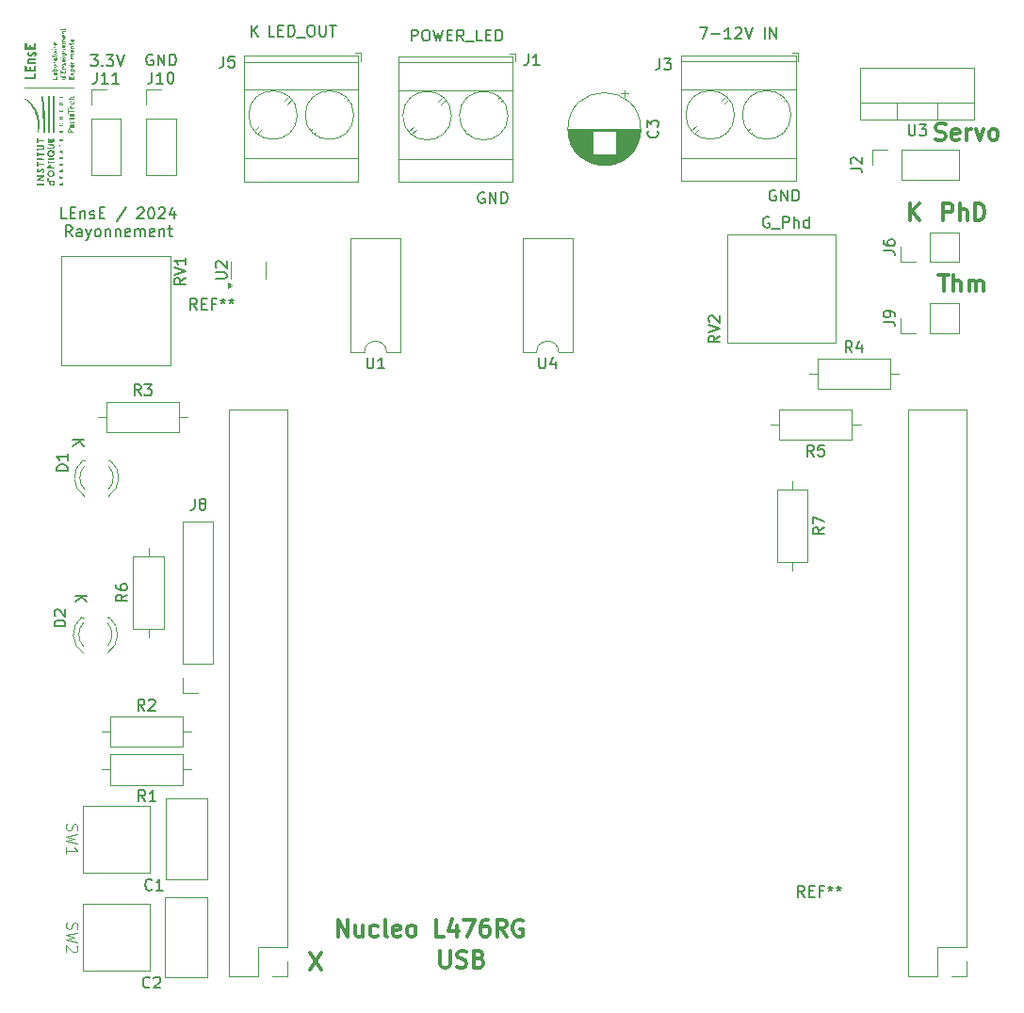
<source format=gbr>
%TF.GenerationSoftware,KiCad,Pcbnew,8.0.0*%
%TF.CreationDate,2024-10-06T09:52:59+02:00*%
%TF.ProjectId,Rayonnement_L476RG,5261796f-6e6e-4656-9d65-6e745f4c3437,rev?*%
%TF.SameCoordinates,Original*%
%TF.FileFunction,Legend,Top*%
%TF.FilePolarity,Positive*%
%FSLAX46Y46*%
G04 Gerber Fmt 4.6, Leading zero omitted, Abs format (unit mm)*
G04 Created by KiCad (PCBNEW 8.0.0) date 2024-10-06 09:52:59*
%MOMM*%
%LPD*%
G01*
G04 APERTURE LIST*
%ADD10C,0.300000*%
%ADD11C,0.200000*%
%ADD12C,0.150000*%
%ADD13C,0.100000*%
%ADD14C,0.000000*%
%ADD15C,0.120000*%
G04 APERTURE END LIST*
D10*
X153354510Y-141200828D02*
X153354510Y-139700828D01*
X153354510Y-139700828D02*
X154211653Y-141200828D01*
X154211653Y-141200828D02*
X154211653Y-139700828D01*
X155568797Y-140200828D02*
X155568797Y-141200828D01*
X154925939Y-140200828D02*
X154925939Y-140986542D01*
X154925939Y-140986542D02*
X154997368Y-141129400D01*
X154997368Y-141129400D02*
X155140225Y-141200828D01*
X155140225Y-141200828D02*
X155354511Y-141200828D01*
X155354511Y-141200828D02*
X155497368Y-141129400D01*
X155497368Y-141129400D02*
X155568797Y-141057971D01*
X156925940Y-141129400D02*
X156783082Y-141200828D01*
X156783082Y-141200828D02*
X156497368Y-141200828D01*
X156497368Y-141200828D02*
X156354511Y-141129400D01*
X156354511Y-141129400D02*
X156283082Y-141057971D01*
X156283082Y-141057971D02*
X156211654Y-140915114D01*
X156211654Y-140915114D02*
X156211654Y-140486542D01*
X156211654Y-140486542D02*
X156283082Y-140343685D01*
X156283082Y-140343685D02*
X156354511Y-140272257D01*
X156354511Y-140272257D02*
X156497368Y-140200828D01*
X156497368Y-140200828D02*
X156783082Y-140200828D01*
X156783082Y-140200828D02*
X156925940Y-140272257D01*
X157783082Y-141200828D02*
X157640225Y-141129400D01*
X157640225Y-141129400D02*
X157568796Y-140986542D01*
X157568796Y-140986542D02*
X157568796Y-139700828D01*
X158925939Y-141129400D02*
X158783082Y-141200828D01*
X158783082Y-141200828D02*
X158497368Y-141200828D01*
X158497368Y-141200828D02*
X158354510Y-141129400D01*
X158354510Y-141129400D02*
X158283082Y-140986542D01*
X158283082Y-140986542D02*
X158283082Y-140415114D01*
X158283082Y-140415114D02*
X158354510Y-140272257D01*
X158354510Y-140272257D02*
X158497368Y-140200828D01*
X158497368Y-140200828D02*
X158783082Y-140200828D01*
X158783082Y-140200828D02*
X158925939Y-140272257D01*
X158925939Y-140272257D02*
X158997368Y-140415114D01*
X158997368Y-140415114D02*
X158997368Y-140557971D01*
X158997368Y-140557971D02*
X158283082Y-140700828D01*
X159854510Y-141200828D02*
X159711653Y-141129400D01*
X159711653Y-141129400D02*
X159640224Y-141057971D01*
X159640224Y-141057971D02*
X159568796Y-140915114D01*
X159568796Y-140915114D02*
X159568796Y-140486542D01*
X159568796Y-140486542D02*
X159640224Y-140343685D01*
X159640224Y-140343685D02*
X159711653Y-140272257D01*
X159711653Y-140272257D02*
X159854510Y-140200828D01*
X159854510Y-140200828D02*
X160068796Y-140200828D01*
X160068796Y-140200828D02*
X160211653Y-140272257D01*
X160211653Y-140272257D02*
X160283082Y-140343685D01*
X160283082Y-140343685D02*
X160354510Y-140486542D01*
X160354510Y-140486542D02*
X160354510Y-140915114D01*
X160354510Y-140915114D02*
X160283082Y-141057971D01*
X160283082Y-141057971D02*
X160211653Y-141129400D01*
X160211653Y-141129400D02*
X160068796Y-141200828D01*
X160068796Y-141200828D02*
X159854510Y-141200828D01*
X162854510Y-141200828D02*
X162140224Y-141200828D01*
X162140224Y-141200828D02*
X162140224Y-139700828D01*
X163997368Y-140200828D02*
X163997368Y-141200828D01*
X163640225Y-139629400D02*
X163283082Y-140700828D01*
X163283082Y-140700828D02*
X164211653Y-140700828D01*
X164640224Y-139700828D02*
X165640224Y-139700828D01*
X165640224Y-139700828D02*
X164997367Y-141200828D01*
X166854510Y-139700828D02*
X166568795Y-139700828D01*
X166568795Y-139700828D02*
X166425938Y-139772257D01*
X166425938Y-139772257D02*
X166354510Y-139843685D01*
X166354510Y-139843685D02*
X166211652Y-140057971D01*
X166211652Y-140057971D02*
X166140224Y-140343685D01*
X166140224Y-140343685D02*
X166140224Y-140915114D01*
X166140224Y-140915114D02*
X166211652Y-141057971D01*
X166211652Y-141057971D02*
X166283081Y-141129400D01*
X166283081Y-141129400D02*
X166425938Y-141200828D01*
X166425938Y-141200828D02*
X166711652Y-141200828D01*
X166711652Y-141200828D02*
X166854510Y-141129400D01*
X166854510Y-141129400D02*
X166925938Y-141057971D01*
X166925938Y-141057971D02*
X166997367Y-140915114D01*
X166997367Y-140915114D02*
X166997367Y-140557971D01*
X166997367Y-140557971D02*
X166925938Y-140415114D01*
X166925938Y-140415114D02*
X166854510Y-140343685D01*
X166854510Y-140343685D02*
X166711652Y-140272257D01*
X166711652Y-140272257D02*
X166425938Y-140272257D01*
X166425938Y-140272257D02*
X166283081Y-140343685D01*
X166283081Y-140343685D02*
X166211652Y-140415114D01*
X166211652Y-140415114D02*
X166140224Y-140557971D01*
X168497366Y-141200828D02*
X167997366Y-140486542D01*
X167640223Y-141200828D02*
X167640223Y-139700828D01*
X167640223Y-139700828D02*
X168211652Y-139700828D01*
X168211652Y-139700828D02*
X168354509Y-139772257D01*
X168354509Y-139772257D02*
X168425938Y-139843685D01*
X168425938Y-139843685D02*
X168497366Y-139986542D01*
X168497366Y-139986542D02*
X168497366Y-140200828D01*
X168497366Y-140200828D02*
X168425938Y-140343685D01*
X168425938Y-140343685D02*
X168354509Y-140415114D01*
X168354509Y-140415114D02*
X168211652Y-140486542D01*
X168211652Y-140486542D02*
X167640223Y-140486542D01*
X169925938Y-139772257D02*
X169783081Y-139700828D01*
X169783081Y-139700828D02*
X169568795Y-139700828D01*
X169568795Y-139700828D02*
X169354509Y-139772257D01*
X169354509Y-139772257D02*
X169211652Y-139915114D01*
X169211652Y-139915114D02*
X169140223Y-140057971D01*
X169140223Y-140057971D02*
X169068795Y-140343685D01*
X169068795Y-140343685D02*
X169068795Y-140557971D01*
X169068795Y-140557971D02*
X169140223Y-140843685D01*
X169140223Y-140843685D02*
X169211652Y-140986542D01*
X169211652Y-140986542D02*
X169354509Y-141129400D01*
X169354509Y-141129400D02*
X169568795Y-141200828D01*
X169568795Y-141200828D02*
X169711652Y-141200828D01*
X169711652Y-141200828D02*
X169925938Y-141129400D01*
X169925938Y-141129400D02*
X169997366Y-141057971D01*
X169997366Y-141057971D02*
X169997366Y-140557971D01*
X169997366Y-140557971D02*
X169711652Y-140557971D01*
D11*
X192093482Y-76514838D02*
X191998244Y-76467219D01*
X191998244Y-76467219D02*
X191855387Y-76467219D01*
X191855387Y-76467219D02*
X191712530Y-76514838D01*
X191712530Y-76514838D02*
X191617292Y-76610076D01*
X191617292Y-76610076D02*
X191569673Y-76705314D01*
X191569673Y-76705314D02*
X191522054Y-76895790D01*
X191522054Y-76895790D02*
X191522054Y-77038647D01*
X191522054Y-77038647D02*
X191569673Y-77229123D01*
X191569673Y-77229123D02*
X191617292Y-77324361D01*
X191617292Y-77324361D02*
X191712530Y-77419600D01*
X191712530Y-77419600D02*
X191855387Y-77467219D01*
X191855387Y-77467219D02*
X191950625Y-77467219D01*
X191950625Y-77467219D02*
X192093482Y-77419600D01*
X192093482Y-77419600D02*
X192141101Y-77371980D01*
X192141101Y-77371980D02*
X192141101Y-77038647D01*
X192141101Y-77038647D02*
X191950625Y-77038647D01*
X192331578Y-77562457D02*
X193093482Y-77562457D01*
X193331578Y-77467219D02*
X193331578Y-76467219D01*
X193331578Y-76467219D02*
X193712530Y-76467219D01*
X193712530Y-76467219D02*
X193807768Y-76514838D01*
X193807768Y-76514838D02*
X193855387Y-76562457D01*
X193855387Y-76562457D02*
X193903006Y-76657695D01*
X193903006Y-76657695D02*
X193903006Y-76800552D01*
X193903006Y-76800552D02*
X193855387Y-76895790D01*
X193855387Y-76895790D02*
X193807768Y-76943409D01*
X193807768Y-76943409D02*
X193712530Y-76991028D01*
X193712530Y-76991028D02*
X193331578Y-76991028D01*
X194331578Y-77467219D02*
X194331578Y-76467219D01*
X194760149Y-77467219D02*
X194760149Y-76943409D01*
X194760149Y-76943409D02*
X194712530Y-76848171D01*
X194712530Y-76848171D02*
X194617292Y-76800552D01*
X194617292Y-76800552D02*
X194474435Y-76800552D01*
X194474435Y-76800552D02*
X194379197Y-76848171D01*
X194379197Y-76848171D02*
X194331578Y-76895790D01*
X195664911Y-77467219D02*
X195664911Y-76467219D01*
X195664911Y-77419600D02*
X195569673Y-77467219D01*
X195569673Y-77467219D02*
X195379197Y-77467219D01*
X195379197Y-77467219D02*
X195283959Y-77419600D01*
X195283959Y-77419600D02*
X195236340Y-77371980D01*
X195236340Y-77371980D02*
X195188721Y-77276742D01*
X195188721Y-77276742D02*
X195188721Y-76991028D01*
X195188721Y-76991028D02*
X195236340Y-76895790D01*
X195236340Y-76895790D02*
X195283959Y-76848171D01*
X195283959Y-76848171D02*
X195379197Y-76800552D01*
X195379197Y-76800552D02*
X195569673Y-76800552D01*
X195569673Y-76800552D02*
X195664911Y-76848171D01*
X147645863Y-60267219D02*
X147169673Y-60267219D01*
X147169673Y-60267219D02*
X147169673Y-59267219D01*
X147979197Y-59743409D02*
X148312530Y-59743409D01*
X148455387Y-60267219D02*
X147979197Y-60267219D01*
X147979197Y-60267219D02*
X147979197Y-59267219D01*
X147979197Y-59267219D02*
X148455387Y-59267219D01*
X148883959Y-60267219D02*
X148883959Y-59267219D01*
X148883959Y-59267219D02*
X149122054Y-59267219D01*
X149122054Y-59267219D02*
X149264911Y-59314838D01*
X149264911Y-59314838D02*
X149360149Y-59410076D01*
X149360149Y-59410076D02*
X149407768Y-59505314D01*
X149407768Y-59505314D02*
X149455387Y-59695790D01*
X149455387Y-59695790D02*
X149455387Y-59838647D01*
X149455387Y-59838647D02*
X149407768Y-60029123D01*
X149407768Y-60029123D02*
X149360149Y-60124361D01*
X149360149Y-60124361D02*
X149264911Y-60219600D01*
X149264911Y-60219600D02*
X149122054Y-60267219D01*
X149122054Y-60267219D02*
X148883959Y-60267219D01*
X149645864Y-60362457D02*
X150407768Y-60362457D01*
X150836340Y-59267219D02*
X151026816Y-59267219D01*
X151026816Y-59267219D02*
X151122054Y-59314838D01*
X151122054Y-59314838D02*
X151217292Y-59410076D01*
X151217292Y-59410076D02*
X151264911Y-59600552D01*
X151264911Y-59600552D02*
X151264911Y-59933885D01*
X151264911Y-59933885D02*
X151217292Y-60124361D01*
X151217292Y-60124361D02*
X151122054Y-60219600D01*
X151122054Y-60219600D02*
X151026816Y-60267219D01*
X151026816Y-60267219D02*
X150836340Y-60267219D01*
X150836340Y-60267219D02*
X150741102Y-60219600D01*
X150741102Y-60219600D02*
X150645864Y-60124361D01*
X150645864Y-60124361D02*
X150598245Y-59933885D01*
X150598245Y-59933885D02*
X150598245Y-59600552D01*
X150598245Y-59600552D02*
X150645864Y-59410076D01*
X150645864Y-59410076D02*
X150741102Y-59314838D01*
X150741102Y-59314838D02*
X150836340Y-59267219D01*
X151693483Y-59267219D02*
X151693483Y-60076742D01*
X151693483Y-60076742D02*
X151741102Y-60171980D01*
X151741102Y-60171980D02*
X151788721Y-60219600D01*
X151788721Y-60219600D02*
X151883959Y-60267219D01*
X151883959Y-60267219D02*
X152074435Y-60267219D01*
X152074435Y-60267219D02*
X152169673Y-60219600D01*
X152169673Y-60219600D02*
X152217292Y-60171980D01*
X152217292Y-60171980D02*
X152264911Y-60076742D01*
X152264911Y-60076742D02*
X152264911Y-59267219D01*
X152598245Y-59267219D02*
X153169673Y-59267219D01*
X152883959Y-60267219D02*
X152883959Y-59267219D01*
D10*
X207754510Y-76800828D02*
X207754510Y-75300828D01*
X207754510Y-75300828D02*
X208325939Y-75300828D01*
X208325939Y-75300828D02*
X208468796Y-75372257D01*
X208468796Y-75372257D02*
X208540225Y-75443685D01*
X208540225Y-75443685D02*
X208611653Y-75586542D01*
X208611653Y-75586542D02*
X208611653Y-75800828D01*
X208611653Y-75800828D02*
X208540225Y-75943685D01*
X208540225Y-75943685D02*
X208468796Y-76015114D01*
X208468796Y-76015114D02*
X208325939Y-76086542D01*
X208325939Y-76086542D02*
X207754510Y-76086542D01*
X209254510Y-76800828D02*
X209254510Y-75300828D01*
X209897368Y-76800828D02*
X209897368Y-76015114D01*
X209897368Y-76015114D02*
X209825939Y-75872257D01*
X209825939Y-75872257D02*
X209683082Y-75800828D01*
X209683082Y-75800828D02*
X209468796Y-75800828D01*
X209468796Y-75800828D02*
X209325939Y-75872257D01*
X209325939Y-75872257D02*
X209254510Y-75943685D01*
X210611653Y-76800828D02*
X210611653Y-75300828D01*
X210611653Y-75300828D02*
X210968796Y-75300828D01*
X210968796Y-75300828D02*
X211183082Y-75372257D01*
X211183082Y-75372257D02*
X211325939Y-75515114D01*
X211325939Y-75515114D02*
X211397368Y-75657971D01*
X211397368Y-75657971D02*
X211468796Y-75943685D01*
X211468796Y-75943685D02*
X211468796Y-76157971D01*
X211468796Y-76157971D02*
X211397368Y-76443685D01*
X211397368Y-76443685D02*
X211325939Y-76586542D01*
X211325939Y-76586542D02*
X211183082Y-76729400D01*
X211183082Y-76729400D02*
X210968796Y-76800828D01*
X210968796Y-76800828D02*
X210611653Y-76800828D01*
D11*
X185874435Y-59467219D02*
X186541101Y-59467219D01*
X186541101Y-59467219D02*
X186112530Y-60467219D01*
X186922054Y-60086266D02*
X187683959Y-60086266D01*
X188683958Y-60467219D02*
X188112530Y-60467219D01*
X188398244Y-60467219D02*
X188398244Y-59467219D01*
X188398244Y-59467219D02*
X188303006Y-59610076D01*
X188303006Y-59610076D02*
X188207768Y-59705314D01*
X188207768Y-59705314D02*
X188112530Y-59752933D01*
X189064911Y-59562457D02*
X189112530Y-59514838D01*
X189112530Y-59514838D02*
X189207768Y-59467219D01*
X189207768Y-59467219D02*
X189445863Y-59467219D01*
X189445863Y-59467219D02*
X189541101Y-59514838D01*
X189541101Y-59514838D02*
X189588720Y-59562457D01*
X189588720Y-59562457D02*
X189636339Y-59657695D01*
X189636339Y-59657695D02*
X189636339Y-59752933D01*
X189636339Y-59752933D02*
X189588720Y-59895790D01*
X189588720Y-59895790D02*
X189017292Y-60467219D01*
X189017292Y-60467219D02*
X189636339Y-60467219D01*
X189922054Y-59467219D02*
X190255387Y-60467219D01*
X190255387Y-60467219D02*
X190588720Y-59467219D01*
X191683959Y-60467219D02*
X191683959Y-59467219D01*
X192160149Y-60467219D02*
X192160149Y-59467219D01*
X192160149Y-59467219D02*
X192731577Y-60467219D01*
X192731577Y-60467219D02*
X192731577Y-59467219D01*
D10*
X204754510Y-76800828D02*
X204754510Y-75300828D01*
X205611653Y-76800828D02*
X204968796Y-75943685D01*
X205611653Y-75300828D02*
X204754510Y-76157971D01*
D11*
X129532780Y-96569673D02*
X130532780Y-96569673D01*
X129532780Y-97141101D02*
X130104209Y-96712530D01*
X130532780Y-97141101D02*
X129961352Y-96569673D01*
X131119388Y-61950266D02*
X131738435Y-61950266D01*
X131738435Y-61950266D02*
X131405102Y-62331218D01*
X131405102Y-62331218D02*
X131547959Y-62331218D01*
X131547959Y-62331218D02*
X131643197Y-62378837D01*
X131643197Y-62378837D02*
X131690816Y-62426456D01*
X131690816Y-62426456D02*
X131738435Y-62521694D01*
X131738435Y-62521694D02*
X131738435Y-62759789D01*
X131738435Y-62759789D02*
X131690816Y-62855027D01*
X131690816Y-62855027D02*
X131643197Y-62902647D01*
X131643197Y-62902647D02*
X131547959Y-62950266D01*
X131547959Y-62950266D02*
X131262245Y-62950266D01*
X131262245Y-62950266D02*
X131167007Y-62902647D01*
X131167007Y-62902647D02*
X131119388Y-62855027D01*
X132167007Y-62855027D02*
X132214626Y-62902647D01*
X132214626Y-62902647D02*
X132167007Y-62950266D01*
X132167007Y-62950266D02*
X132119388Y-62902647D01*
X132119388Y-62902647D02*
X132167007Y-62855027D01*
X132167007Y-62855027D02*
X132167007Y-62950266D01*
X132547959Y-61950266D02*
X133167006Y-61950266D01*
X133167006Y-61950266D02*
X132833673Y-62331218D01*
X132833673Y-62331218D02*
X132976530Y-62331218D01*
X132976530Y-62331218D02*
X133071768Y-62378837D01*
X133071768Y-62378837D02*
X133119387Y-62426456D01*
X133119387Y-62426456D02*
X133167006Y-62521694D01*
X133167006Y-62521694D02*
X133167006Y-62759789D01*
X133167006Y-62759789D02*
X133119387Y-62855027D01*
X133119387Y-62855027D02*
X133071768Y-62902647D01*
X133071768Y-62902647D02*
X132976530Y-62950266D01*
X132976530Y-62950266D02*
X132690816Y-62950266D01*
X132690816Y-62950266D02*
X132595578Y-62902647D01*
X132595578Y-62902647D02*
X132547959Y-62855027D01*
X133452721Y-61950266D02*
X133786054Y-62950266D01*
X133786054Y-62950266D02*
X134119387Y-61950266D01*
D10*
X207340225Y-81700828D02*
X208197368Y-81700828D01*
X207768796Y-83200828D02*
X207768796Y-81700828D01*
X208697367Y-83200828D02*
X208697367Y-81700828D01*
X209340225Y-83200828D02*
X209340225Y-82415114D01*
X209340225Y-82415114D02*
X209268796Y-82272257D01*
X209268796Y-82272257D02*
X209125939Y-82200828D01*
X209125939Y-82200828D02*
X208911653Y-82200828D01*
X208911653Y-82200828D02*
X208768796Y-82272257D01*
X208768796Y-82272257D02*
X208697367Y-82343685D01*
X210054510Y-83200828D02*
X210054510Y-82200828D01*
X210054510Y-82343685D02*
X210125939Y-82272257D01*
X210125939Y-82272257D02*
X210268796Y-82200828D01*
X210268796Y-82200828D02*
X210483082Y-82200828D01*
X210483082Y-82200828D02*
X210625939Y-82272257D01*
X210625939Y-82272257D02*
X210697368Y-82415114D01*
X210697368Y-82415114D02*
X210697368Y-83200828D01*
X210697368Y-82415114D02*
X210768796Y-82272257D01*
X210768796Y-82272257D02*
X210911653Y-82200828D01*
X210911653Y-82200828D02*
X211125939Y-82200828D01*
X211125939Y-82200828D02*
X211268796Y-82272257D01*
X211268796Y-82272257D02*
X211340225Y-82415114D01*
X211340225Y-82415114D02*
X211340225Y-83200828D01*
D11*
X145569673Y-60267219D02*
X145569673Y-59267219D01*
X146141101Y-60267219D02*
X145712530Y-59695790D01*
X146141101Y-59267219D02*
X145569673Y-59838647D01*
X128957142Y-76657275D02*
X128480952Y-76657275D01*
X128480952Y-76657275D02*
X128480952Y-75657275D01*
X129290476Y-76133465D02*
X129623809Y-76133465D01*
X129766666Y-76657275D02*
X129290476Y-76657275D01*
X129290476Y-76657275D02*
X129290476Y-75657275D01*
X129290476Y-75657275D02*
X129766666Y-75657275D01*
X130195238Y-75990608D02*
X130195238Y-76657275D01*
X130195238Y-76085846D02*
X130242857Y-76038227D01*
X130242857Y-76038227D02*
X130338095Y-75990608D01*
X130338095Y-75990608D02*
X130480952Y-75990608D01*
X130480952Y-75990608D02*
X130576190Y-76038227D01*
X130576190Y-76038227D02*
X130623809Y-76133465D01*
X130623809Y-76133465D02*
X130623809Y-76657275D01*
X131052381Y-76609656D02*
X131147619Y-76657275D01*
X131147619Y-76657275D02*
X131338095Y-76657275D01*
X131338095Y-76657275D02*
X131433333Y-76609656D01*
X131433333Y-76609656D02*
X131480952Y-76514417D01*
X131480952Y-76514417D02*
X131480952Y-76466798D01*
X131480952Y-76466798D02*
X131433333Y-76371560D01*
X131433333Y-76371560D02*
X131338095Y-76323941D01*
X131338095Y-76323941D02*
X131195238Y-76323941D01*
X131195238Y-76323941D02*
X131100000Y-76276322D01*
X131100000Y-76276322D02*
X131052381Y-76181084D01*
X131052381Y-76181084D02*
X131052381Y-76133465D01*
X131052381Y-76133465D02*
X131100000Y-76038227D01*
X131100000Y-76038227D02*
X131195238Y-75990608D01*
X131195238Y-75990608D02*
X131338095Y-75990608D01*
X131338095Y-75990608D02*
X131433333Y-76038227D01*
X131909524Y-76133465D02*
X132242857Y-76133465D01*
X132385714Y-76657275D02*
X131909524Y-76657275D01*
X131909524Y-76657275D02*
X131909524Y-75657275D01*
X131909524Y-75657275D02*
X132385714Y-75657275D01*
X134290476Y-75609656D02*
X133433334Y-76895370D01*
X135338096Y-75752513D02*
X135385715Y-75704894D01*
X135385715Y-75704894D02*
X135480953Y-75657275D01*
X135480953Y-75657275D02*
X135719048Y-75657275D01*
X135719048Y-75657275D02*
X135814286Y-75704894D01*
X135814286Y-75704894D02*
X135861905Y-75752513D01*
X135861905Y-75752513D02*
X135909524Y-75847751D01*
X135909524Y-75847751D02*
X135909524Y-75942989D01*
X135909524Y-75942989D02*
X135861905Y-76085846D01*
X135861905Y-76085846D02*
X135290477Y-76657275D01*
X135290477Y-76657275D02*
X135909524Y-76657275D01*
X136528572Y-75657275D02*
X136623810Y-75657275D01*
X136623810Y-75657275D02*
X136719048Y-75704894D01*
X136719048Y-75704894D02*
X136766667Y-75752513D01*
X136766667Y-75752513D02*
X136814286Y-75847751D01*
X136814286Y-75847751D02*
X136861905Y-76038227D01*
X136861905Y-76038227D02*
X136861905Y-76276322D01*
X136861905Y-76276322D02*
X136814286Y-76466798D01*
X136814286Y-76466798D02*
X136766667Y-76562036D01*
X136766667Y-76562036D02*
X136719048Y-76609656D01*
X136719048Y-76609656D02*
X136623810Y-76657275D01*
X136623810Y-76657275D02*
X136528572Y-76657275D01*
X136528572Y-76657275D02*
X136433334Y-76609656D01*
X136433334Y-76609656D02*
X136385715Y-76562036D01*
X136385715Y-76562036D02*
X136338096Y-76466798D01*
X136338096Y-76466798D02*
X136290477Y-76276322D01*
X136290477Y-76276322D02*
X136290477Y-76038227D01*
X136290477Y-76038227D02*
X136338096Y-75847751D01*
X136338096Y-75847751D02*
X136385715Y-75752513D01*
X136385715Y-75752513D02*
X136433334Y-75704894D01*
X136433334Y-75704894D02*
X136528572Y-75657275D01*
X137242858Y-75752513D02*
X137290477Y-75704894D01*
X137290477Y-75704894D02*
X137385715Y-75657275D01*
X137385715Y-75657275D02*
X137623810Y-75657275D01*
X137623810Y-75657275D02*
X137719048Y-75704894D01*
X137719048Y-75704894D02*
X137766667Y-75752513D01*
X137766667Y-75752513D02*
X137814286Y-75847751D01*
X137814286Y-75847751D02*
X137814286Y-75942989D01*
X137814286Y-75942989D02*
X137766667Y-76085846D01*
X137766667Y-76085846D02*
X137195239Y-76657275D01*
X137195239Y-76657275D02*
X137814286Y-76657275D01*
X138671429Y-75990608D02*
X138671429Y-76657275D01*
X138433334Y-75609656D02*
X138195239Y-76323941D01*
X138195239Y-76323941D02*
X138814286Y-76323941D01*
X129457142Y-78267219D02*
X129123809Y-77791028D01*
X128885714Y-78267219D02*
X128885714Y-77267219D01*
X128885714Y-77267219D02*
X129266666Y-77267219D01*
X129266666Y-77267219D02*
X129361904Y-77314838D01*
X129361904Y-77314838D02*
X129409523Y-77362457D01*
X129409523Y-77362457D02*
X129457142Y-77457695D01*
X129457142Y-77457695D02*
X129457142Y-77600552D01*
X129457142Y-77600552D02*
X129409523Y-77695790D01*
X129409523Y-77695790D02*
X129361904Y-77743409D01*
X129361904Y-77743409D02*
X129266666Y-77791028D01*
X129266666Y-77791028D02*
X128885714Y-77791028D01*
X130314285Y-78267219D02*
X130314285Y-77743409D01*
X130314285Y-77743409D02*
X130266666Y-77648171D01*
X130266666Y-77648171D02*
X130171428Y-77600552D01*
X130171428Y-77600552D02*
X129980952Y-77600552D01*
X129980952Y-77600552D02*
X129885714Y-77648171D01*
X130314285Y-78219600D02*
X130219047Y-78267219D01*
X130219047Y-78267219D02*
X129980952Y-78267219D01*
X129980952Y-78267219D02*
X129885714Y-78219600D01*
X129885714Y-78219600D02*
X129838095Y-78124361D01*
X129838095Y-78124361D02*
X129838095Y-78029123D01*
X129838095Y-78029123D02*
X129885714Y-77933885D01*
X129885714Y-77933885D02*
X129980952Y-77886266D01*
X129980952Y-77886266D02*
X130219047Y-77886266D01*
X130219047Y-77886266D02*
X130314285Y-77838647D01*
X130695238Y-77600552D02*
X130933333Y-78267219D01*
X131171428Y-77600552D02*
X130933333Y-78267219D01*
X130933333Y-78267219D02*
X130838095Y-78505314D01*
X130838095Y-78505314D02*
X130790476Y-78552933D01*
X130790476Y-78552933D02*
X130695238Y-78600552D01*
X131695238Y-78267219D02*
X131600000Y-78219600D01*
X131600000Y-78219600D02*
X131552381Y-78171980D01*
X131552381Y-78171980D02*
X131504762Y-78076742D01*
X131504762Y-78076742D02*
X131504762Y-77791028D01*
X131504762Y-77791028D02*
X131552381Y-77695790D01*
X131552381Y-77695790D02*
X131600000Y-77648171D01*
X131600000Y-77648171D02*
X131695238Y-77600552D01*
X131695238Y-77600552D02*
X131838095Y-77600552D01*
X131838095Y-77600552D02*
X131933333Y-77648171D01*
X131933333Y-77648171D02*
X131980952Y-77695790D01*
X131980952Y-77695790D02*
X132028571Y-77791028D01*
X132028571Y-77791028D02*
X132028571Y-78076742D01*
X132028571Y-78076742D02*
X131980952Y-78171980D01*
X131980952Y-78171980D02*
X131933333Y-78219600D01*
X131933333Y-78219600D02*
X131838095Y-78267219D01*
X131838095Y-78267219D02*
X131695238Y-78267219D01*
X132457143Y-77600552D02*
X132457143Y-78267219D01*
X132457143Y-77695790D02*
X132504762Y-77648171D01*
X132504762Y-77648171D02*
X132600000Y-77600552D01*
X132600000Y-77600552D02*
X132742857Y-77600552D01*
X132742857Y-77600552D02*
X132838095Y-77648171D01*
X132838095Y-77648171D02*
X132885714Y-77743409D01*
X132885714Y-77743409D02*
X132885714Y-78267219D01*
X133361905Y-77600552D02*
X133361905Y-78267219D01*
X133361905Y-77695790D02*
X133409524Y-77648171D01*
X133409524Y-77648171D02*
X133504762Y-77600552D01*
X133504762Y-77600552D02*
X133647619Y-77600552D01*
X133647619Y-77600552D02*
X133742857Y-77648171D01*
X133742857Y-77648171D02*
X133790476Y-77743409D01*
X133790476Y-77743409D02*
X133790476Y-78267219D01*
X134647619Y-78219600D02*
X134552381Y-78267219D01*
X134552381Y-78267219D02*
X134361905Y-78267219D01*
X134361905Y-78267219D02*
X134266667Y-78219600D01*
X134266667Y-78219600D02*
X134219048Y-78124361D01*
X134219048Y-78124361D02*
X134219048Y-77743409D01*
X134219048Y-77743409D02*
X134266667Y-77648171D01*
X134266667Y-77648171D02*
X134361905Y-77600552D01*
X134361905Y-77600552D02*
X134552381Y-77600552D01*
X134552381Y-77600552D02*
X134647619Y-77648171D01*
X134647619Y-77648171D02*
X134695238Y-77743409D01*
X134695238Y-77743409D02*
X134695238Y-77838647D01*
X134695238Y-77838647D02*
X134219048Y-77933885D01*
X135123810Y-78267219D02*
X135123810Y-77600552D01*
X135123810Y-77695790D02*
X135171429Y-77648171D01*
X135171429Y-77648171D02*
X135266667Y-77600552D01*
X135266667Y-77600552D02*
X135409524Y-77600552D01*
X135409524Y-77600552D02*
X135504762Y-77648171D01*
X135504762Y-77648171D02*
X135552381Y-77743409D01*
X135552381Y-77743409D02*
X135552381Y-78267219D01*
X135552381Y-77743409D02*
X135600000Y-77648171D01*
X135600000Y-77648171D02*
X135695238Y-77600552D01*
X135695238Y-77600552D02*
X135838095Y-77600552D01*
X135838095Y-77600552D02*
X135933334Y-77648171D01*
X135933334Y-77648171D02*
X135980953Y-77743409D01*
X135980953Y-77743409D02*
X135980953Y-78267219D01*
X136838095Y-78219600D02*
X136742857Y-78267219D01*
X136742857Y-78267219D02*
X136552381Y-78267219D01*
X136552381Y-78267219D02*
X136457143Y-78219600D01*
X136457143Y-78219600D02*
X136409524Y-78124361D01*
X136409524Y-78124361D02*
X136409524Y-77743409D01*
X136409524Y-77743409D02*
X136457143Y-77648171D01*
X136457143Y-77648171D02*
X136552381Y-77600552D01*
X136552381Y-77600552D02*
X136742857Y-77600552D01*
X136742857Y-77600552D02*
X136838095Y-77648171D01*
X136838095Y-77648171D02*
X136885714Y-77743409D01*
X136885714Y-77743409D02*
X136885714Y-77838647D01*
X136885714Y-77838647D02*
X136409524Y-77933885D01*
X137314286Y-77600552D02*
X137314286Y-78267219D01*
X137314286Y-77695790D02*
X137361905Y-77648171D01*
X137361905Y-77648171D02*
X137457143Y-77600552D01*
X137457143Y-77600552D02*
X137600000Y-77600552D01*
X137600000Y-77600552D02*
X137695238Y-77648171D01*
X137695238Y-77648171D02*
X137742857Y-77743409D01*
X137742857Y-77743409D02*
X137742857Y-78267219D01*
X138076191Y-77600552D02*
X138457143Y-77600552D01*
X138219048Y-77267219D02*
X138219048Y-78124361D01*
X138219048Y-78124361D02*
X138266667Y-78219600D01*
X138266667Y-78219600D02*
X138361905Y-78267219D01*
X138361905Y-78267219D02*
X138457143Y-78267219D01*
X166493482Y-74314838D02*
X166398244Y-74267219D01*
X166398244Y-74267219D02*
X166255387Y-74267219D01*
X166255387Y-74267219D02*
X166112530Y-74314838D01*
X166112530Y-74314838D02*
X166017292Y-74410076D01*
X166017292Y-74410076D02*
X165969673Y-74505314D01*
X165969673Y-74505314D02*
X165922054Y-74695790D01*
X165922054Y-74695790D02*
X165922054Y-74838647D01*
X165922054Y-74838647D02*
X165969673Y-75029123D01*
X165969673Y-75029123D02*
X166017292Y-75124361D01*
X166017292Y-75124361D02*
X166112530Y-75219600D01*
X166112530Y-75219600D02*
X166255387Y-75267219D01*
X166255387Y-75267219D02*
X166350625Y-75267219D01*
X166350625Y-75267219D02*
X166493482Y-75219600D01*
X166493482Y-75219600D02*
X166541101Y-75171980D01*
X166541101Y-75171980D02*
X166541101Y-74838647D01*
X166541101Y-74838647D02*
X166350625Y-74838647D01*
X166969673Y-75267219D02*
X166969673Y-74267219D01*
X166969673Y-74267219D02*
X167541101Y-75267219D01*
X167541101Y-75267219D02*
X167541101Y-74267219D01*
X168017292Y-75267219D02*
X168017292Y-74267219D01*
X168017292Y-74267219D02*
X168255387Y-74267219D01*
X168255387Y-74267219D02*
X168398244Y-74314838D01*
X168398244Y-74314838D02*
X168493482Y-74410076D01*
X168493482Y-74410076D02*
X168541101Y-74505314D01*
X168541101Y-74505314D02*
X168588720Y-74695790D01*
X168588720Y-74695790D02*
X168588720Y-74838647D01*
X168588720Y-74838647D02*
X168541101Y-75029123D01*
X168541101Y-75029123D02*
X168493482Y-75124361D01*
X168493482Y-75124361D02*
X168398244Y-75219600D01*
X168398244Y-75219600D02*
X168255387Y-75267219D01*
X168255387Y-75267219D02*
X168017292Y-75267219D01*
D10*
X207083082Y-69529400D02*
X207297368Y-69600828D01*
X207297368Y-69600828D02*
X207654510Y-69600828D01*
X207654510Y-69600828D02*
X207797368Y-69529400D01*
X207797368Y-69529400D02*
X207868796Y-69457971D01*
X207868796Y-69457971D02*
X207940225Y-69315114D01*
X207940225Y-69315114D02*
X207940225Y-69172257D01*
X207940225Y-69172257D02*
X207868796Y-69029400D01*
X207868796Y-69029400D02*
X207797368Y-68957971D01*
X207797368Y-68957971D02*
X207654510Y-68886542D01*
X207654510Y-68886542D02*
X207368796Y-68815114D01*
X207368796Y-68815114D02*
X207225939Y-68743685D01*
X207225939Y-68743685D02*
X207154510Y-68672257D01*
X207154510Y-68672257D02*
X207083082Y-68529400D01*
X207083082Y-68529400D02*
X207083082Y-68386542D01*
X207083082Y-68386542D02*
X207154510Y-68243685D01*
X207154510Y-68243685D02*
X207225939Y-68172257D01*
X207225939Y-68172257D02*
X207368796Y-68100828D01*
X207368796Y-68100828D02*
X207725939Y-68100828D01*
X207725939Y-68100828D02*
X207940225Y-68172257D01*
X209154510Y-69529400D02*
X209011653Y-69600828D01*
X209011653Y-69600828D02*
X208725939Y-69600828D01*
X208725939Y-69600828D02*
X208583081Y-69529400D01*
X208583081Y-69529400D02*
X208511653Y-69386542D01*
X208511653Y-69386542D02*
X208511653Y-68815114D01*
X208511653Y-68815114D02*
X208583081Y-68672257D01*
X208583081Y-68672257D02*
X208725939Y-68600828D01*
X208725939Y-68600828D02*
X209011653Y-68600828D01*
X209011653Y-68600828D02*
X209154510Y-68672257D01*
X209154510Y-68672257D02*
X209225939Y-68815114D01*
X209225939Y-68815114D02*
X209225939Y-68957971D01*
X209225939Y-68957971D02*
X208511653Y-69100828D01*
X209868795Y-69600828D02*
X209868795Y-68600828D01*
X209868795Y-68886542D02*
X209940224Y-68743685D01*
X209940224Y-68743685D02*
X210011653Y-68672257D01*
X210011653Y-68672257D02*
X210154510Y-68600828D01*
X210154510Y-68600828D02*
X210297367Y-68600828D01*
X210654509Y-68600828D02*
X211011652Y-69600828D01*
X211011652Y-69600828D02*
X211368795Y-68600828D01*
X212154509Y-69600828D02*
X212011652Y-69529400D01*
X212011652Y-69529400D02*
X211940223Y-69457971D01*
X211940223Y-69457971D02*
X211868795Y-69315114D01*
X211868795Y-69315114D02*
X211868795Y-68886542D01*
X211868795Y-68886542D02*
X211940223Y-68743685D01*
X211940223Y-68743685D02*
X212011652Y-68672257D01*
X212011652Y-68672257D02*
X212154509Y-68600828D01*
X212154509Y-68600828D02*
X212368795Y-68600828D01*
X212368795Y-68600828D02*
X212511652Y-68672257D01*
X212511652Y-68672257D02*
X212583081Y-68743685D01*
X212583081Y-68743685D02*
X212654509Y-68886542D01*
X212654509Y-68886542D02*
X212654509Y-69315114D01*
X212654509Y-69315114D02*
X212583081Y-69457971D01*
X212583081Y-69457971D02*
X212511652Y-69529400D01*
X212511652Y-69529400D02*
X212368795Y-69600828D01*
X212368795Y-69600828D02*
X212154509Y-69600828D01*
D11*
X192693482Y-74114838D02*
X192598244Y-74067219D01*
X192598244Y-74067219D02*
X192455387Y-74067219D01*
X192455387Y-74067219D02*
X192312530Y-74114838D01*
X192312530Y-74114838D02*
X192217292Y-74210076D01*
X192217292Y-74210076D02*
X192169673Y-74305314D01*
X192169673Y-74305314D02*
X192122054Y-74495790D01*
X192122054Y-74495790D02*
X192122054Y-74638647D01*
X192122054Y-74638647D02*
X192169673Y-74829123D01*
X192169673Y-74829123D02*
X192217292Y-74924361D01*
X192217292Y-74924361D02*
X192312530Y-75019600D01*
X192312530Y-75019600D02*
X192455387Y-75067219D01*
X192455387Y-75067219D02*
X192550625Y-75067219D01*
X192550625Y-75067219D02*
X192693482Y-75019600D01*
X192693482Y-75019600D02*
X192741101Y-74971980D01*
X192741101Y-74971980D02*
X192741101Y-74638647D01*
X192741101Y-74638647D02*
X192550625Y-74638647D01*
X193169673Y-75067219D02*
X193169673Y-74067219D01*
X193169673Y-74067219D02*
X193741101Y-75067219D01*
X193741101Y-75067219D02*
X193741101Y-74067219D01*
X194217292Y-75067219D02*
X194217292Y-74067219D01*
X194217292Y-74067219D02*
X194455387Y-74067219D01*
X194455387Y-74067219D02*
X194598244Y-74114838D01*
X194598244Y-74114838D02*
X194693482Y-74210076D01*
X194693482Y-74210076D02*
X194741101Y-74305314D01*
X194741101Y-74305314D02*
X194788720Y-74495790D01*
X194788720Y-74495790D02*
X194788720Y-74638647D01*
X194788720Y-74638647D02*
X194741101Y-74829123D01*
X194741101Y-74829123D02*
X194693482Y-74924361D01*
X194693482Y-74924361D02*
X194598244Y-75019600D01*
X194598244Y-75019600D02*
X194455387Y-75067219D01*
X194455387Y-75067219D02*
X194217292Y-75067219D01*
D10*
X150811653Y-142700828D02*
X151811653Y-144200828D01*
X151811653Y-142700828D02*
X150811653Y-144200828D01*
D11*
X159969673Y-60667219D02*
X159969673Y-59667219D01*
X159969673Y-59667219D02*
X160350625Y-59667219D01*
X160350625Y-59667219D02*
X160445863Y-59714838D01*
X160445863Y-59714838D02*
X160493482Y-59762457D01*
X160493482Y-59762457D02*
X160541101Y-59857695D01*
X160541101Y-59857695D02*
X160541101Y-60000552D01*
X160541101Y-60000552D02*
X160493482Y-60095790D01*
X160493482Y-60095790D02*
X160445863Y-60143409D01*
X160445863Y-60143409D02*
X160350625Y-60191028D01*
X160350625Y-60191028D02*
X159969673Y-60191028D01*
X161160149Y-59667219D02*
X161350625Y-59667219D01*
X161350625Y-59667219D02*
X161445863Y-59714838D01*
X161445863Y-59714838D02*
X161541101Y-59810076D01*
X161541101Y-59810076D02*
X161588720Y-60000552D01*
X161588720Y-60000552D02*
X161588720Y-60333885D01*
X161588720Y-60333885D02*
X161541101Y-60524361D01*
X161541101Y-60524361D02*
X161445863Y-60619600D01*
X161445863Y-60619600D02*
X161350625Y-60667219D01*
X161350625Y-60667219D02*
X161160149Y-60667219D01*
X161160149Y-60667219D02*
X161064911Y-60619600D01*
X161064911Y-60619600D02*
X160969673Y-60524361D01*
X160969673Y-60524361D02*
X160922054Y-60333885D01*
X160922054Y-60333885D02*
X160922054Y-60000552D01*
X160922054Y-60000552D02*
X160969673Y-59810076D01*
X160969673Y-59810076D02*
X161064911Y-59714838D01*
X161064911Y-59714838D02*
X161160149Y-59667219D01*
X161922054Y-59667219D02*
X162160149Y-60667219D01*
X162160149Y-60667219D02*
X162350625Y-59952933D01*
X162350625Y-59952933D02*
X162541101Y-60667219D01*
X162541101Y-60667219D02*
X162779197Y-59667219D01*
X163160149Y-60143409D02*
X163493482Y-60143409D01*
X163636339Y-60667219D02*
X163160149Y-60667219D01*
X163160149Y-60667219D02*
X163160149Y-59667219D01*
X163160149Y-59667219D02*
X163636339Y-59667219D01*
X164636339Y-60667219D02*
X164303006Y-60191028D01*
X164064911Y-60667219D02*
X164064911Y-59667219D01*
X164064911Y-59667219D02*
X164445863Y-59667219D01*
X164445863Y-59667219D02*
X164541101Y-59714838D01*
X164541101Y-59714838D02*
X164588720Y-59762457D01*
X164588720Y-59762457D02*
X164636339Y-59857695D01*
X164636339Y-59857695D02*
X164636339Y-60000552D01*
X164636339Y-60000552D02*
X164588720Y-60095790D01*
X164588720Y-60095790D02*
X164541101Y-60143409D01*
X164541101Y-60143409D02*
X164445863Y-60191028D01*
X164445863Y-60191028D02*
X164064911Y-60191028D01*
X164826816Y-60762457D02*
X165588720Y-60762457D01*
X166303006Y-60667219D02*
X165826816Y-60667219D01*
X165826816Y-60667219D02*
X165826816Y-59667219D01*
X166636340Y-60143409D02*
X166969673Y-60143409D01*
X167112530Y-60667219D02*
X166636340Y-60667219D01*
X166636340Y-60667219D02*
X166636340Y-59667219D01*
X166636340Y-59667219D02*
X167112530Y-59667219D01*
X167541102Y-60667219D02*
X167541102Y-59667219D01*
X167541102Y-59667219D02*
X167779197Y-59667219D01*
X167779197Y-59667219D02*
X167922054Y-59714838D01*
X167922054Y-59714838D02*
X168017292Y-59810076D01*
X168017292Y-59810076D02*
X168064911Y-59905314D01*
X168064911Y-59905314D02*
X168112530Y-60095790D01*
X168112530Y-60095790D02*
X168112530Y-60238647D01*
X168112530Y-60238647D02*
X168064911Y-60429123D01*
X168064911Y-60429123D02*
X168017292Y-60524361D01*
X168017292Y-60524361D02*
X167922054Y-60619600D01*
X167922054Y-60619600D02*
X167779197Y-60667219D01*
X167779197Y-60667219D02*
X167541102Y-60667219D01*
X129732780Y-110569673D02*
X130732780Y-110569673D01*
X129732780Y-111141101D02*
X130304209Y-110712530D01*
X130732780Y-111141101D02*
X130161352Y-110569673D01*
X136693482Y-61914838D02*
X136598244Y-61867219D01*
X136598244Y-61867219D02*
X136455387Y-61867219D01*
X136455387Y-61867219D02*
X136312530Y-61914838D01*
X136312530Y-61914838D02*
X136217292Y-62010076D01*
X136217292Y-62010076D02*
X136169673Y-62105314D01*
X136169673Y-62105314D02*
X136122054Y-62295790D01*
X136122054Y-62295790D02*
X136122054Y-62438647D01*
X136122054Y-62438647D02*
X136169673Y-62629123D01*
X136169673Y-62629123D02*
X136217292Y-62724361D01*
X136217292Y-62724361D02*
X136312530Y-62819600D01*
X136312530Y-62819600D02*
X136455387Y-62867219D01*
X136455387Y-62867219D02*
X136550625Y-62867219D01*
X136550625Y-62867219D02*
X136693482Y-62819600D01*
X136693482Y-62819600D02*
X136741101Y-62771980D01*
X136741101Y-62771980D02*
X136741101Y-62438647D01*
X136741101Y-62438647D02*
X136550625Y-62438647D01*
X137169673Y-62867219D02*
X137169673Y-61867219D01*
X137169673Y-61867219D02*
X137741101Y-62867219D01*
X137741101Y-62867219D02*
X137741101Y-61867219D01*
X138217292Y-62867219D02*
X138217292Y-61867219D01*
X138217292Y-61867219D02*
X138455387Y-61867219D01*
X138455387Y-61867219D02*
X138598244Y-61914838D01*
X138598244Y-61914838D02*
X138693482Y-62010076D01*
X138693482Y-62010076D02*
X138741101Y-62105314D01*
X138741101Y-62105314D02*
X138788720Y-62295790D01*
X138788720Y-62295790D02*
X138788720Y-62438647D01*
X138788720Y-62438647D02*
X138741101Y-62629123D01*
X138741101Y-62629123D02*
X138693482Y-62724361D01*
X138693482Y-62724361D02*
X138598244Y-62819600D01*
X138598244Y-62819600D02*
X138455387Y-62867219D01*
X138455387Y-62867219D02*
X138217292Y-62867219D01*
D10*
X162554510Y-142500828D02*
X162554510Y-143715114D01*
X162554510Y-143715114D02*
X162625939Y-143857971D01*
X162625939Y-143857971D02*
X162697368Y-143929400D01*
X162697368Y-143929400D02*
X162840225Y-144000828D01*
X162840225Y-144000828D02*
X163125939Y-144000828D01*
X163125939Y-144000828D02*
X163268796Y-143929400D01*
X163268796Y-143929400D02*
X163340225Y-143857971D01*
X163340225Y-143857971D02*
X163411653Y-143715114D01*
X163411653Y-143715114D02*
X163411653Y-142500828D01*
X164054511Y-143929400D02*
X164268797Y-144000828D01*
X164268797Y-144000828D02*
X164625939Y-144000828D01*
X164625939Y-144000828D02*
X164768797Y-143929400D01*
X164768797Y-143929400D02*
X164840225Y-143857971D01*
X164840225Y-143857971D02*
X164911654Y-143715114D01*
X164911654Y-143715114D02*
X164911654Y-143572257D01*
X164911654Y-143572257D02*
X164840225Y-143429400D01*
X164840225Y-143429400D02*
X164768797Y-143357971D01*
X164768797Y-143357971D02*
X164625939Y-143286542D01*
X164625939Y-143286542D02*
X164340225Y-143215114D01*
X164340225Y-143215114D02*
X164197368Y-143143685D01*
X164197368Y-143143685D02*
X164125939Y-143072257D01*
X164125939Y-143072257D02*
X164054511Y-142929400D01*
X164054511Y-142929400D02*
X164054511Y-142786542D01*
X164054511Y-142786542D02*
X164125939Y-142643685D01*
X164125939Y-142643685D02*
X164197368Y-142572257D01*
X164197368Y-142572257D02*
X164340225Y-142500828D01*
X164340225Y-142500828D02*
X164697368Y-142500828D01*
X164697368Y-142500828D02*
X164911654Y-142572257D01*
X166054510Y-143215114D02*
X166268796Y-143286542D01*
X166268796Y-143286542D02*
X166340225Y-143357971D01*
X166340225Y-143357971D02*
X166411653Y-143500828D01*
X166411653Y-143500828D02*
X166411653Y-143715114D01*
X166411653Y-143715114D02*
X166340225Y-143857971D01*
X166340225Y-143857971D02*
X166268796Y-143929400D01*
X166268796Y-143929400D02*
X166125939Y-144000828D01*
X166125939Y-144000828D02*
X165554510Y-144000828D01*
X165554510Y-144000828D02*
X165554510Y-142500828D01*
X165554510Y-142500828D02*
X166054510Y-142500828D01*
X166054510Y-142500828D02*
X166197368Y-142572257D01*
X166197368Y-142572257D02*
X166268796Y-142643685D01*
X166268796Y-142643685D02*
X166340225Y-142786542D01*
X166340225Y-142786542D02*
X166340225Y-142929400D01*
X166340225Y-142929400D02*
X166268796Y-143072257D01*
X166268796Y-143072257D02*
X166197368Y-143143685D01*
X166197368Y-143143685D02*
X166054510Y-143215114D01*
X166054510Y-143215114D02*
X165554510Y-143215114D01*
D12*
X140666666Y-84854819D02*
X140333333Y-84378628D01*
X140095238Y-84854819D02*
X140095238Y-83854819D01*
X140095238Y-83854819D02*
X140476190Y-83854819D01*
X140476190Y-83854819D02*
X140571428Y-83902438D01*
X140571428Y-83902438D02*
X140619047Y-83950057D01*
X140619047Y-83950057D02*
X140666666Y-84045295D01*
X140666666Y-84045295D02*
X140666666Y-84188152D01*
X140666666Y-84188152D02*
X140619047Y-84283390D01*
X140619047Y-84283390D02*
X140571428Y-84331009D01*
X140571428Y-84331009D02*
X140476190Y-84378628D01*
X140476190Y-84378628D02*
X140095238Y-84378628D01*
X141095238Y-84331009D02*
X141428571Y-84331009D01*
X141571428Y-84854819D02*
X141095238Y-84854819D01*
X141095238Y-84854819D02*
X141095238Y-83854819D01*
X141095238Y-83854819D02*
X141571428Y-83854819D01*
X142333333Y-84331009D02*
X142000000Y-84331009D01*
X142000000Y-84854819D02*
X142000000Y-83854819D01*
X142000000Y-83854819D02*
X142476190Y-83854819D01*
X143000000Y-83854819D02*
X143000000Y-84092914D01*
X142761905Y-83997676D02*
X143000000Y-84092914D01*
X143000000Y-84092914D02*
X143238095Y-83997676D01*
X142857143Y-84283390D02*
X143000000Y-84092914D01*
X143000000Y-84092914D02*
X143142857Y-84283390D01*
X143761905Y-83854819D02*
X143761905Y-84092914D01*
X143523810Y-83997676D02*
X143761905Y-84092914D01*
X143761905Y-84092914D02*
X144000000Y-83997676D01*
X143619048Y-84283390D02*
X143761905Y-84092914D01*
X143761905Y-84092914D02*
X143904762Y-84283390D01*
X195266666Y-137654819D02*
X194933333Y-137178628D01*
X194695238Y-137654819D02*
X194695238Y-136654819D01*
X194695238Y-136654819D02*
X195076190Y-136654819D01*
X195076190Y-136654819D02*
X195171428Y-136702438D01*
X195171428Y-136702438D02*
X195219047Y-136750057D01*
X195219047Y-136750057D02*
X195266666Y-136845295D01*
X195266666Y-136845295D02*
X195266666Y-136988152D01*
X195266666Y-136988152D02*
X195219047Y-137083390D01*
X195219047Y-137083390D02*
X195171428Y-137131009D01*
X195171428Y-137131009D02*
X195076190Y-137178628D01*
X195076190Y-137178628D02*
X194695238Y-137178628D01*
X195695238Y-137131009D02*
X196028571Y-137131009D01*
X196171428Y-137654819D02*
X195695238Y-137654819D01*
X195695238Y-137654819D02*
X195695238Y-136654819D01*
X195695238Y-136654819D02*
X196171428Y-136654819D01*
X196933333Y-137131009D02*
X196600000Y-137131009D01*
X196600000Y-137654819D02*
X196600000Y-136654819D01*
X196600000Y-136654819D02*
X197076190Y-136654819D01*
X197600000Y-136654819D02*
X197600000Y-136892914D01*
X197361905Y-136797676D02*
X197600000Y-136892914D01*
X197600000Y-136892914D02*
X197838095Y-136797676D01*
X197457143Y-137083390D02*
X197600000Y-136892914D01*
X197600000Y-136892914D02*
X197742857Y-137083390D01*
X198361905Y-136654819D02*
X198361905Y-136892914D01*
X198123810Y-136797676D02*
X198361905Y-136892914D01*
X198361905Y-136892914D02*
X198600000Y-136797676D01*
X198219048Y-137083390D02*
X198361905Y-136892914D01*
X198361905Y-136892914D02*
X198504762Y-137083390D01*
X182266666Y-62254819D02*
X182266666Y-62969104D01*
X182266666Y-62969104D02*
X182219047Y-63111961D01*
X182219047Y-63111961D02*
X182123809Y-63207200D01*
X182123809Y-63207200D02*
X181980952Y-63254819D01*
X181980952Y-63254819D02*
X181885714Y-63254819D01*
X182647619Y-62254819D02*
X183266666Y-62254819D01*
X183266666Y-62254819D02*
X182933333Y-62635771D01*
X182933333Y-62635771D02*
X183076190Y-62635771D01*
X183076190Y-62635771D02*
X183171428Y-62683390D01*
X183171428Y-62683390D02*
X183219047Y-62731009D01*
X183219047Y-62731009D02*
X183266666Y-62826247D01*
X183266666Y-62826247D02*
X183266666Y-63064342D01*
X183266666Y-63064342D02*
X183219047Y-63159580D01*
X183219047Y-63159580D02*
X183171428Y-63207200D01*
X183171428Y-63207200D02*
X183076190Y-63254819D01*
X183076190Y-63254819D02*
X182790476Y-63254819D01*
X182790476Y-63254819D02*
X182695238Y-63207200D01*
X182695238Y-63207200D02*
X182647619Y-63159580D01*
X143066666Y-62054819D02*
X143066666Y-62769104D01*
X143066666Y-62769104D02*
X143019047Y-62911961D01*
X143019047Y-62911961D02*
X142923809Y-63007200D01*
X142923809Y-63007200D02*
X142780952Y-63054819D01*
X142780952Y-63054819D02*
X142685714Y-63054819D01*
X144019047Y-62054819D02*
X143542857Y-62054819D01*
X143542857Y-62054819D02*
X143495238Y-62531009D01*
X143495238Y-62531009D02*
X143542857Y-62483390D01*
X143542857Y-62483390D02*
X143638095Y-62435771D01*
X143638095Y-62435771D02*
X143876190Y-62435771D01*
X143876190Y-62435771D02*
X143971428Y-62483390D01*
X143971428Y-62483390D02*
X144019047Y-62531009D01*
X144019047Y-62531009D02*
X144066666Y-62626247D01*
X144066666Y-62626247D02*
X144066666Y-62864342D01*
X144066666Y-62864342D02*
X144019047Y-62959580D01*
X144019047Y-62959580D02*
X143971428Y-63007200D01*
X143971428Y-63007200D02*
X143876190Y-63054819D01*
X143876190Y-63054819D02*
X143638095Y-63054819D01*
X143638095Y-63054819D02*
X143542857Y-63007200D01*
X143542857Y-63007200D02*
X143495238Y-62959580D01*
X131690476Y-63494819D02*
X131690476Y-64209104D01*
X131690476Y-64209104D02*
X131642857Y-64351961D01*
X131642857Y-64351961D02*
X131547619Y-64447200D01*
X131547619Y-64447200D02*
X131404762Y-64494819D01*
X131404762Y-64494819D02*
X131309524Y-64494819D01*
X132690476Y-64494819D02*
X132119048Y-64494819D01*
X132404762Y-64494819D02*
X132404762Y-63494819D01*
X132404762Y-63494819D02*
X132309524Y-63637676D01*
X132309524Y-63637676D02*
X132214286Y-63732914D01*
X132214286Y-63732914D02*
X132119048Y-63780533D01*
X133642857Y-64494819D02*
X133071429Y-64494819D01*
X133357143Y-64494819D02*
X133357143Y-63494819D01*
X133357143Y-63494819D02*
X133261905Y-63637676D01*
X133261905Y-63637676D02*
X133166667Y-63732914D01*
X133166667Y-63732914D02*
X133071429Y-63780533D01*
X128854819Y-113338094D02*
X127854819Y-113338094D01*
X127854819Y-113338094D02*
X127854819Y-113099999D01*
X127854819Y-113099999D02*
X127902438Y-112957142D01*
X127902438Y-112957142D02*
X127997676Y-112861904D01*
X127997676Y-112861904D02*
X128092914Y-112814285D01*
X128092914Y-112814285D02*
X128283390Y-112766666D01*
X128283390Y-112766666D02*
X128426247Y-112766666D01*
X128426247Y-112766666D02*
X128616723Y-112814285D01*
X128616723Y-112814285D02*
X128711961Y-112861904D01*
X128711961Y-112861904D02*
X128807200Y-112957142D01*
X128807200Y-112957142D02*
X128854819Y-113099999D01*
X128854819Y-113099999D02*
X128854819Y-113338094D01*
X127950057Y-112385713D02*
X127902438Y-112338094D01*
X127902438Y-112338094D02*
X127854819Y-112242856D01*
X127854819Y-112242856D02*
X127854819Y-112004761D01*
X127854819Y-112004761D02*
X127902438Y-111909523D01*
X127902438Y-111909523D02*
X127950057Y-111861904D01*
X127950057Y-111861904D02*
X128045295Y-111814285D01*
X128045295Y-111814285D02*
X128140533Y-111814285D01*
X128140533Y-111814285D02*
X128283390Y-111861904D01*
X128283390Y-111861904D02*
X128854819Y-112433332D01*
X128854819Y-112433332D02*
X128854819Y-111814285D01*
D13*
X128990200Y-131116667D02*
X128942580Y-131259524D01*
X128942580Y-131259524D02*
X128942580Y-131497619D01*
X128942580Y-131497619D02*
X128990200Y-131592857D01*
X128990200Y-131592857D02*
X129037819Y-131640476D01*
X129037819Y-131640476D02*
X129133057Y-131688095D01*
X129133057Y-131688095D02*
X129228295Y-131688095D01*
X129228295Y-131688095D02*
X129323533Y-131640476D01*
X129323533Y-131640476D02*
X129371152Y-131592857D01*
X129371152Y-131592857D02*
X129418771Y-131497619D01*
X129418771Y-131497619D02*
X129466390Y-131307143D01*
X129466390Y-131307143D02*
X129514009Y-131211905D01*
X129514009Y-131211905D02*
X129561628Y-131164286D01*
X129561628Y-131164286D02*
X129656866Y-131116667D01*
X129656866Y-131116667D02*
X129752104Y-131116667D01*
X129752104Y-131116667D02*
X129847342Y-131164286D01*
X129847342Y-131164286D02*
X129894961Y-131211905D01*
X129894961Y-131211905D02*
X129942580Y-131307143D01*
X129942580Y-131307143D02*
X129942580Y-131545238D01*
X129942580Y-131545238D02*
X129894961Y-131688095D01*
X129942580Y-132021429D02*
X128942580Y-132259524D01*
X128942580Y-132259524D02*
X129656866Y-132450000D01*
X129656866Y-132450000D02*
X128942580Y-132640476D01*
X128942580Y-132640476D02*
X129942580Y-132878572D01*
X128942580Y-133783333D02*
X128942580Y-133211905D01*
X128942580Y-133497619D02*
X129942580Y-133497619D01*
X129942580Y-133497619D02*
X129799723Y-133402381D01*
X129799723Y-133402381D02*
X129704485Y-133307143D01*
X129704485Y-133307143D02*
X129656866Y-133211905D01*
D12*
X199404819Y-72133333D02*
X200119104Y-72133333D01*
X200119104Y-72133333D02*
X200261961Y-72180952D01*
X200261961Y-72180952D02*
X200357200Y-72276190D01*
X200357200Y-72276190D02*
X200404819Y-72419047D01*
X200404819Y-72419047D02*
X200404819Y-72514285D01*
X199500057Y-71704761D02*
X199452438Y-71657142D01*
X199452438Y-71657142D02*
X199404819Y-71561904D01*
X199404819Y-71561904D02*
X199404819Y-71323809D01*
X199404819Y-71323809D02*
X199452438Y-71228571D01*
X199452438Y-71228571D02*
X199500057Y-71180952D01*
X199500057Y-71180952D02*
X199595295Y-71133333D01*
X199595295Y-71133333D02*
X199690533Y-71133333D01*
X199690533Y-71133333D02*
X199833390Y-71180952D01*
X199833390Y-71180952D02*
X200404819Y-71752380D01*
X200404819Y-71752380D02*
X200404819Y-71133333D01*
X187654819Y-87195238D02*
X187178628Y-87528571D01*
X187654819Y-87766666D02*
X186654819Y-87766666D01*
X186654819Y-87766666D02*
X186654819Y-87385714D01*
X186654819Y-87385714D02*
X186702438Y-87290476D01*
X186702438Y-87290476D02*
X186750057Y-87242857D01*
X186750057Y-87242857D02*
X186845295Y-87195238D01*
X186845295Y-87195238D02*
X186988152Y-87195238D01*
X186988152Y-87195238D02*
X187083390Y-87242857D01*
X187083390Y-87242857D02*
X187131009Y-87290476D01*
X187131009Y-87290476D02*
X187178628Y-87385714D01*
X187178628Y-87385714D02*
X187178628Y-87766666D01*
X186654819Y-86909523D02*
X187654819Y-86576190D01*
X187654819Y-86576190D02*
X186654819Y-86242857D01*
X186750057Y-85957142D02*
X186702438Y-85909523D01*
X186702438Y-85909523D02*
X186654819Y-85814285D01*
X186654819Y-85814285D02*
X186654819Y-85576190D01*
X186654819Y-85576190D02*
X186702438Y-85480952D01*
X186702438Y-85480952D02*
X186750057Y-85433333D01*
X186750057Y-85433333D02*
X186845295Y-85385714D01*
X186845295Y-85385714D02*
X186940533Y-85385714D01*
X186940533Y-85385714D02*
X187083390Y-85433333D01*
X187083390Y-85433333D02*
X187654819Y-86004761D01*
X187654819Y-86004761D02*
X187654819Y-85385714D01*
X171428095Y-89134819D02*
X171428095Y-89944342D01*
X171428095Y-89944342D02*
X171475714Y-90039580D01*
X171475714Y-90039580D02*
X171523333Y-90087200D01*
X171523333Y-90087200D02*
X171618571Y-90134819D01*
X171618571Y-90134819D02*
X171809047Y-90134819D01*
X171809047Y-90134819D02*
X171904285Y-90087200D01*
X171904285Y-90087200D02*
X171951904Y-90039580D01*
X171951904Y-90039580D02*
X171999523Y-89944342D01*
X171999523Y-89944342D02*
X171999523Y-89134819D01*
X172904285Y-89468152D02*
X172904285Y-90134819D01*
X172666190Y-89087200D02*
X172428095Y-89801485D01*
X172428095Y-89801485D02*
X173047142Y-89801485D01*
X135953333Y-120884819D02*
X135620000Y-120408628D01*
X135381905Y-120884819D02*
X135381905Y-119884819D01*
X135381905Y-119884819D02*
X135762857Y-119884819D01*
X135762857Y-119884819D02*
X135858095Y-119932438D01*
X135858095Y-119932438D02*
X135905714Y-119980057D01*
X135905714Y-119980057D02*
X135953333Y-120075295D01*
X135953333Y-120075295D02*
X135953333Y-120218152D01*
X135953333Y-120218152D02*
X135905714Y-120313390D01*
X135905714Y-120313390D02*
X135858095Y-120361009D01*
X135858095Y-120361009D02*
X135762857Y-120408628D01*
X135762857Y-120408628D02*
X135381905Y-120408628D01*
X136334286Y-119980057D02*
X136381905Y-119932438D01*
X136381905Y-119932438D02*
X136477143Y-119884819D01*
X136477143Y-119884819D02*
X136715238Y-119884819D01*
X136715238Y-119884819D02*
X136810476Y-119932438D01*
X136810476Y-119932438D02*
X136858095Y-119980057D01*
X136858095Y-119980057D02*
X136905714Y-120075295D01*
X136905714Y-120075295D02*
X136905714Y-120170533D01*
X136905714Y-120170533D02*
X136858095Y-120313390D01*
X136858095Y-120313390D02*
X136286667Y-120884819D01*
X136286667Y-120884819D02*
X136905714Y-120884819D01*
X170466666Y-61854819D02*
X170466666Y-62569104D01*
X170466666Y-62569104D02*
X170419047Y-62711961D01*
X170419047Y-62711961D02*
X170323809Y-62807200D01*
X170323809Y-62807200D02*
X170180952Y-62854819D01*
X170180952Y-62854819D02*
X170085714Y-62854819D01*
X171466666Y-62854819D02*
X170895238Y-62854819D01*
X171180952Y-62854819D02*
X171180952Y-61854819D01*
X171180952Y-61854819D02*
X171085714Y-61997676D01*
X171085714Y-61997676D02*
X170990476Y-62092914D01*
X170990476Y-62092914D02*
X170895238Y-62140533D01*
X202384819Y-79533333D02*
X203099104Y-79533333D01*
X203099104Y-79533333D02*
X203241961Y-79580952D01*
X203241961Y-79580952D02*
X203337200Y-79676190D01*
X203337200Y-79676190D02*
X203384819Y-79819047D01*
X203384819Y-79819047D02*
X203384819Y-79914285D01*
X202384819Y-78628571D02*
X202384819Y-78819047D01*
X202384819Y-78819047D02*
X202432438Y-78914285D01*
X202432438Y-78914285D02*
X202480057Y-78961904D01*
X202480057Y-78961904D02*
X202622914Y-79057142D01*
X202622914Y-79057142D02*
X202813390Y-79104761D01*
X202813390Y-79104761D02*
X203194342Y-79104761D01*
X203194342Y-79104761D02*
X203289580Y-79057142D01*
X203289580Y-79057142D02*
X203337200Y-79009523D01*
X203337200Y-79009523D02*
X203384819Y-78914285D01*
X203384819Y-78914285D02*
X203384819Y-78723809D01*
X203384819Y-78723809D02*
X203337200Y-78628571D01*
X203337200Y-78628571D02*
X203289580Y-78580952D01*
X203289580Y-78580952D02*
X203194342Y-78533333D01*
X203194342Y-78533333D02*
X202956247Y-78533333D01*
X202956247Y-78533333D02*
X202861009Y-78580952D01*
X202861009Y-78580952D02*
X202813390Y-78628571D01*
X202813390Y-78628571D02*
X202765771Y-78723809D01*
X202765771Y-78723809D02*
X202765771Y-78914285D01*
X202765771Y-78914285D02*
X202813390Y-79009523D01*
X202813390Y-79009523D02*
X202861009Y-79057142D01*
X202861009Y-79057142D02*
X202956247Y-79104761D01*
X129054819Y-99338094D02*
X128054819Y-99338094D01*
X128054819Y-99338094D02*
X128054819Y-99099999D01*
X128054819Y-99099999D02*
X128102438Y-98957142D01*
X128102438Y-98957142D02*
X128197676Y-98861904D01*
X128197676Y-98861904D02*
X128292914Y-98814285D01*
X128292914Y-98814285D02*
X128483390Y-98766666D01*
X128483390Y-98766666D02*
X128626247Y-98766666D01*
X128626247Y-98766666D02*
X128816723Y-98814285D01*
X128816723Y-98814285D02*
X128911961Y-98861904D01*
X128911961Y-98861904D02*
X129007200Y-98957142D01*
X129007200Y-98957142D02*
X129054819Y-99099999D01*
X129054819Y-99099999D02*
X129054819Y-99338094D01*
X129054819Y-97814285D02*
X129054819Y-98385713D01*
X129054819Y-98099999D02*
X128054819Y-98099999D01*
X128054819Y-98099999D02*
X128197676Y-98195237D01*
X128197676Y-98195237D02*
X128292914Y-98290475D01*
X128292914Y-98290475D02*
X128340533Y-98385713D01*
X136433333Y-145759580D02*
X136385714Y-145807200D01*
X136385714Y-145807200D02*
X136242857Y-145854819D01*
X136242857Y-145854819D02*
X136147619Y-145854819D01*
X136147619Y-145854819D02*
X136004762Y-145807200D01*
X136004762Y-145807200D02*
X135909524Y-145711961D01*
X135909524Y-145711961D02*
X135861905Y-145616723D01*
X135861905Y-145616723D02*
X135814286Y-145426247D01*
X135814286Y-145426247D02*
X135814286Y-145283390D01*
X135814286Y-145283390D02*
X135861905Y-145092914D01*
X135861905Y-145092914D02*
X135909524Y-144997676D01*
X135909524Y-144997676D02*
X136004762Y-144902438D01*
X136004762Y-144902438D02*
X136147619Y-144854819D01*
X136147619Y-144854819D02*
X136242857Y-144854819D01*
X136242857Y-144854819D02*
X136385714Y-144902438D01*
X136385714Y-144902438D02*
X136433333Y-144950057D01*
X136814286Y-144950057D02*
X136861905Y-144902438D01*
X136861905Y-144902438D02*
X136957143Y-144854819D01*
X136957143Y-144854819D02*
X137195238Y-144854819D01*
X137195238Y-144854819D02*
X137290476Y-144902438D01*
X137290476Y-144902438D02*
X137338095Y-144950057D01*
X137338095Y-144950057D02*
X137385714Y-145045295D01*
X137385714Y-145045295D02*
X137385714Y-145140533D01*
X137385714Y-145140533D02*
X137338095Y-145283390D01*
X137338095Y-145283390D02*
X136766667Y-145854819D01*
X136766667Y-145854819D02*
X137385714Y-145854819D01*
X140466666Y-101854819D02*
X140466666Y-102569104D01*
X140466666Y-102569104D02*
X140419047Y-102711961D01*
X140419047Y-102711961D02*
X140323809Y-102807200D01*
X140323809Y-102807200D02*
X140180952Y-102854819D01*
X140180952Y-102854819D02*
X140085714Y-102854819D01*
X141085714Y-102283390D02*
X140990476Y-102235771D01*
X140990476Y-102235771D02*
X140942857Y-102188152D01*
X140942857Y-102188152D02*
X140895238Y-102092914D01*
X140895238Y-102092914D02*
X140895238Y-102045295D01*
X140895238Y-102045295D02*
X140942857Y-101950057D01*
X140942857Y-101950057D02*
X140990476Y-101902438D01*
X140990476Y-101902438D02*
X141085714Y-101854819D01*
X141085714Y-101854819D02*
X141276190Y-101854819D01*
X141276190Y-101854819D02*
X141371428Y-101902438D01*
X141371428Y-101902438D02*
X141419047Y-101950057D01*
X141419047Y-101950057D02*
X141466666Y-102045295D01*
X141466666Y-102045295D02*
X141466666Y-102092914D01*
X141466666Y-102092914D02*
X141419047Y-102188152D01*
X141419047Y-102188152D02*
X141371428Y-102235771D01*
X141371428Y-102235771D02*
X141276190Y-102283390D01*
X141276190Y-102283390D02*
X141085714Y-102283390D01*
X141085714Y-102283390D02*
X140990476Y-102331009D01*
X140990476Y-102331009D02*
X140942857Y-102378628D01*
X140942857Y-102378628D02*
X140895238Y-102473866D01*
X140895238Y-102473866D02*
X140895238Y-102664342D01*
X140895238Y-102664342D02*
X140942857Y-102759580D01*
X140942857Y-102759580D02*
X140990476Y-102807200D01*
X140990476Y-102807200D02*
X141085714Y-102854819D01*
X141085714Y-102854819D02*
X141276190Y-102854819D01*
X141276190Y-102854819D02*
X141371428Y-102807200D01*
X141371428Y-102807200D02*
X141419047Y-102759580D01*
X141419047Y-102759580D02*
X141466666Y-102664342D01*
X141466666Y-102664342D02*
X141466666Y-102473866D01*
X141466666Y-102473866D02*
X141419047Y-102378628D01*
X141419047Y-102378628D02*
X141371428Y-102331009D01*
X141371428Y-102331009D02*
X141276190Y-102283390D01*
X182044580Y-68766666D02*
X182092200Y-68814285D01*
X182092200Y-68814285D02*
X182139819Y-68957142D01*
X182139819Y-68957142D02*
X182139819Y-69052380D01*
X182139819Y-69052380D02*
X182092200Y-69195237D01*
X182092200Y-69195237D02*
X181996961Y-69290475D01*
X181996961Y-69290475D02*
X181901723Y-69338094D01*
X181901723Y-69338094D02*
X181711247Y-69385713D01*
X181711247Y-69385713D02*
X181568390Y-69385713D01*
X181568390Y-69385713D02*
X181377914Y-69338094D01*
X181377914Y-69338094D02*
X181282676Y-69290475D01*
X181282676Y-69290475D02*
X181187438Y-69195237D01*
X181187438Y-69195237D02*
X181139819Y-69052380D01*
X181139819Y-69052380D02*
X181139819Y-68957142D01*
X181139819Y-68957142D02*
X181187438Y-68814285D01*
X181187438Y-68814285D02*
X181235057Y-68766666D01*
X181139819Y-68433332D02*
X181139819Y-67814285D01*
X181139819Y-67814285D02*
X181520771Y-68147618D01*
X181520771Y-68147618D02*
X181520771Y-68004761D01*
X181520771Y-68004761D02*
X181568390Y-67909523D01*
X181568390Y-67909523D02*
X181616009Y-67861904D01*
X181616009Y-67861904D02*
X181711247Y-67814285D01*
X181711247Y-67814285D02*
X181949342Y-67814285D01*
X181949342Y-67814285D02*
X182044580Y-67861904D01*
X182044580Y-67861904D02*
X182092200Y-67909523D01*
X182092200Y-67909523D02*
X182139819Y-68004761D01*
X182139819Y-68004761D02*
X182139819Y-68290475D01*
X182139819Y-68290475D02*
X182092200Y-68385713D01*
X182092200Y-68385713D02*
X182044580Y-68433332D01*
X202384819Y-85933333D02*
X203099104Y-85933333D01*
X203099104Y-85933333D02*
X203241961Y-85980952D01*
X203241961Y-85980952D02*
X203337200Y-86076190D01*
X203337200Y-86076190D02*
X203384819Y-86219047D01*
X203384819Y-86219047D02*
X203384819Y-86314285D01*
X203384819Y-85409523D02*
X203384819Y-85219047D01*
X203384819Y-85219047D02*
X203337200Y-85123809D01*
X203337200Y-85123809D02*
X203289580Y-85076190D01*
X203289580Y-85076190D02*
X203146723Y-84980952D01*
X203146723Y-84980952D02*
X202956247Y-84933333D01*
X202956247Y-84933333D02*
X202575295Y-84933333D01*
X202575295Y-84933333D02*
X202480057Y-84980952D01*
X202480057Y-84980952D02*
X202432438Y-85028571D01*
X202432438Y-85028571D02*
X202384819Y-85123809D01*
X202384819Y-85123809D02*
X202384819Y-85314285D01*
X202384819Y-85314285D02*
X202432438Y-85409523D01*
X202432438Y-85409523D02*
X202480057Y-85457142D01*
X202480057Y-85457142D02*
X202575295Y-85504761D01*
X202575295Y-85504761D02*
X202813390Y-85504761D01*
X202813390Y-85504761D02*
X202908628Y-85457142D01*
X202908628Y-85457142D02*
X202956247Y-85409523D01*
X202956247Y-85409523D02*
X203003866Y-85314285D01*
X203003866Y-85314285D02*
X203003866Y-85123809D01*
X203003866Y-85123809D02*
X202956247Y-85028571D01*
X202956247Y-85028571D02*
X202908628Y-84980952D01*
X202908628Y-84980952D02*
X202813390Y-84933333D01*
X199553333Y-88684819D02*
X199220000Y-88208628D01*
X198981905Y-88684819D02*
X198981905Y-87684819D01*
X198981905Y-87684819D02*
X199362857Y-87684819D01*
X199362857Y-87684819D02*
X199458095Y-87732438D01*
X199458095Y-87732438D02*
X199505714Y-87780057D01*
X199505714Y-87780057D02*
X199553333Y-87875295D01*
X199553333Y-87875295D02*
X199553333Y-88018152D01*
X199553333Y-88018152D02*
X199505714Y-88113390D01*
X199505714Y-88113390D02*
X199458095Y-88161009D01*
X199458095Y-88161009D02*
X199362857Y-88208628D01*
X199362857Y-88208628D02*
X198981905Y-88208628D01*
X200410476Y-88018152D02*
X200410476Y-88684819D01*
X200172381Y-87637200D02*
X199934286Y-88351485D01*
X199934286Y-88351485D02*
X200553333Y-88351485D01*
X136633334Y-136959579D02*
X136585715Y-137007199D01*
X136585715Y-137007199D02*
X136442858Y-137054818D01*
X136442858Y-137054818D02*
X136347620Y-137054818D01*
X136347620Y-137054818D02*
X136204763Y-137007199D01*
X136204763Y-137007199D02*
X136109525Y-136911960D01*
X136109525Y-136911960D02*
X136061906Y-136816722D01*
X136061906Y-136816722D02*
X136014287Y-136626246D01*
X136014287Y-136626246D02*
X136014287Y-136483389D01*
X136014287Y-136483389D02*
X136061906Y-136292913D01*
X136061906Y-136292913D02*
X136109525Y-136197675D01*
X136109525Y-136197675D02*
X136204763Y-136102437D01*
X136204763Y-136102437D02*
X136347620Y-136054818D01*
X136347620Y-136054818D02*
X136442858Y-136054818D01*
X136442858Y-136054818D02*
X136585715Y-136102437D01*
X136585715Y-136102437D02*
X136633334Y-136150056D01*
X137585715Y-137054818D02*
X137014287Y-137054818D01*
X137300001Y-137054818D02*
X137300001Y-136054818D01*
X137300001Y-136054818D02*
X137204763Y-136197675D01*
X137204763Y-136197675D02*
X137109525Y-136292913D01*
X137109525Y-136292913D02*
X137014287Y-136340532D01*
D13*
X128990200Y-139966665D02*
X128942580Y-140109522D01*
X128942580Y-140109522D02*
X128942580Y-140347617D01*
X128942580Y-140347617D02*
X128990200Y-140442855D01*
X128990200Y-140442855D02*
X129037819Y-140490474D01*
X129037819Y-140490474D02*
X129133057Y-140538093D01*
X129133057Y-140538093D02*
X129228295Y-140538093D01*
X129228295Y-140538093D02*
X129323533Y-140490474D01*
X129323533Y-140490474D02*
X129371152Y-140442855D01*
X129371152Y-140442855D02*
X129418771Y-140347617D01*
X129418771Y-140347617D02*
X129466390Y-140157141D01*
X129466390Y-140157141D02*
X129514009Y-140061903D01*
X129514009Y-140061903D02*
X129561628Y-140014284D01*
X129561628Y-140014284D02*
X129656866Y-139966665D01*
X129656866Y-139966665D02*
X129752104Y-139966665D01*
X129752104Y-139966665D02*
X129847342Y-140014284D01*
X129847342Y-140014284D02*
X129894961Y-140061903D01*
X129894961Y-140061903D02*
X129942580Y-140157141D01*
X129942580Y-140157141D02*
X129942580Y-140395236D01*
X129942580Y-140395236D02*
X129894961Y-140538093D01*
X129942580Y-140871427D02*
X128942580Y-141109522D01*
X128942580Y-141109522D02*
X129656866Y-141299998D01*
X129656866Y-141299998D02*
X128942580Y-141490474D01*
X128942580Y-141490474D02*
X129942580Y-141728570D01*
X129847342Y-142061903D02*
X129894961Y-142109522D01*
X129894961Y-142109522D02*
X129942580Y-142204760D01*
X129942580Y-142204760D02*
X129942580Y-142442855D01*
X129942580Y-142442855D02*
X129894961Y-142538093D01*
X129894961Y-142538093D02*
X129847342Y-142585712D01*
X129847342Y-142585712D02*
X129752104Y-142633331D01*
X129752104Y-142633331D02*
X129656866Y-142633331D01*
X129656866Y-142633331D02*
X129514009Y-142585712D01*
X129514009Y-142585712D02*
X128942580Y-142014284D01*
X128942580Y-142014284D02*
X128942580Y-142633331D01*
D12*
X135633333Y-92564819D02*
X135300000Y-92088628D01*
X135061905Y-92564819D02*
X135061905Y-91564819D01*
X135061905Y-91564819D02*
X135442857Y-91564819D01*
X135442857Y-91564819D02*
X135538095Y-91612438D01*
X135538095Y-91612438D02*
X135585714Y-91660057D01*
X135585714Y-91660057D02*
X135633333Y-91755295D01*
X135633333Y-91755295D02*
X135633333Y-91898152D01*
X135633333Y-91898152D02*
X135585714Y-91993390D01*
X135585714Y-91993390D02*
X135538095Y-92041009D01*
X135538095Y-92041009D02*
X135442857Y-92088628D01*
X135442857Y-92088628D02*
X135061905Y-92088628D01*
X135966667Y-91564819D02*
X136585714Y-91564819D01*
X136585714Y-91564819D02*
X136252381Y-91945771D01*
X136252381Y-91945771D02*
X136395238Y-91945771D01*
X136395238Y-91945771D02*
X136490476Y-91993390D01*
X136490476Y-91993390D02*
X136538095Y-92041009D01*
X136538095Y-92041009D02*
X136585714Y-92136247D01*
X136585714Y-92136247D02*
X136585714Y-92374342D01*
X136585714Y-92374342D02*
X136538095Y-92469580D01*
X136538095Y-92469580D02*
X136490476Y-92517200D01*
X136490476Y-92517200D02*
X136395238Y-92564819D01*
X136395238Y-92564819D02*
X136109524Y-92564819D01*
X136109524Y-92564819D02*
X136014286Y-92517200D01*
X136014286Y-92517200D02*
X135966667Y-92469580D01*
X136033333Y-129054819D02*
X135700000Y-128578628D01*
X135461905Y-129054819D02*
X135461905Y-128054819D01*
X135461905Y-128054819D02*
X135842857Y-128054819D01*
X135842857Y-128054819D02*
X135938095Y-128102438D01*
X135938095Y-128102438D02*
X135985714Y-128150057D01*
X135985714Y-128150057D02*
X136033333Y-128245295D01*
X136033333Y-128245295D02*
X136033333Y-128388152D01*
X136033333Y-128388152D02*
X135985714Y-128483390D01*
X135985714Y-128483390D02*
X135938095Y-128531009D01*
X135938095Y-128531009D02*
X135842857Y-128578628D01*
X135842857Y-128578628D02*
X135461905Y-128578628D01*
X136985714Y-129054819D02*
X136414286Y-129054819D01*
X136700000Y-129054819D02*
X136700000Y-128054819D01*
X136700000Y-128054819D02*
X136604762Y-128197676D01*
X136604762Y-128197676D02*
X136509524Y-128292914D01*
X136509524Y-128292914D02*
X136414286Y-128340533D01*
X134404819Y-110466666D02*
X133928628Y-110799999D01*
X134404819Y-111038094D02*
X133404819Y-111038094D01*
X133404819Y-111038094D02*
X133404819Y-110657142D01*
X133404819Y-110657142D02*
X133452438Y-110561904D01*
X133452438Y-110561904D02*
X133500057Y-110514285D01*
X133500057Y-110514285D02*
X133595295Y-110466666D01*
X133595295Y-110466666D02*
X133738152Y-110466666D01*
X133738152Y-110466666D02*
X133833390Y-110514285D01*
X133833390Y-110514285D02*
X133881009Y-110561904D01*
X133881009Y-110561904D02*
X133928628Y-110657142D01*
X133928628Y-110657142D02*
X133928628Y-111038094D01*
X133404819Y-109609523D02*
X133404819Y-109799999D01*
X133404819Y-109799999D02*
X133452438Y-109895237D01*
X133452438Y-109895237D02*
X133500057Y-109942856D01*
X133500057Y-109942856D02*
X133642914Y-110038094D01*
X133642914Y-110038094D02*
X133833390Y-110085713D01*
X133833390Y-110085713D02*
X134214342Y-110085713D01*
X134214342Y-110085713D02*
X134309580Y-110038094D01*
X134309580Y-110038094D02*
X134357200Y-109990475D01*
X134357200Y-109990475D02*
X134404819Y-109895237D01*
X134404819Y-109895237D02*
X134404819Y-109704761D01*
X134404819Y-109704761D02*
X134357200Y-109609523D01*
X134357200Y-109609523D02*
X134309580Y-109561904D01*
X134309580Y-109561904D02*
X134214342Y-109514285D01*
X134214342Y-109514285D02*
X133976247Y-109514285D01*
X133976247Y-109514285D02*
X133881009Y-109561904D01*
X133881009Y-109561904D02*
X133833390Y-109609523D01*
X133833390Y-109609523D02*
X133785771Y-109704761D01*
X133785771Y-109704761D02*
X133785771Y-109895237D01*
X133785771Y-109895237D02*
X133833390Y-109990475D01*
X133833390Y-109990475D02*
X133881009Y-110038094D01*
X133881009Y-110038094D02*
X133976247Y-110085713D01*
X136640476Y-63494819D02*
X136640476Y-64209104D01*
X136640476Y-64209104D02*
X136592857Y-64351961D01*
X136592857Y-64351961D02*
X136497619Y-64447200D01*
X136497619Y-64447200D02*
X136354762Y-64494819D01*
X136354762Y-64494819D02*
X136259524Y-64494819D01*
X137640476Y-64494819D02*
X137069048Y-64494819D01*
X137354762Y-64494819D02*
X137354762Y-63494819D01*
X137354762Y-63494819D02*
X137259524Y-63637676D01*
X137259524Y-63637676D02*
X137164286Y-63732914D01*
X137164286Y-63732914D02*
X137069048Y-63780533D01*
X138259524Y-63494819D02*
X138354762Y-63494819D01*
X138354762Y-63494819D02*
X138450000Y-63542438D01*
X138450000Y-63542438D02*
X138497619Y-63590057D01*
X138497619Y-63590057D02*
X138545238Y-63685295D01*
X138545238Y-63685295D02*
X138592857Y-63875771D01*
X138592857Y-63875771D02*
X138592857Y-64113866D01*
X138592857Y-64113866D02*
X138545238Y-64304342D01*
X138545238Y-64304342D02*
X138497619Y-64399580D01*
X138497619Y-64399580D02*
X138450000Y-64447200D01*
X138450000Y-64447200D02*
X138354762Y-64494819D01*
X138354762Y-64494819D02*
X138259524Y-64494819D01*
X138259524Y-64494819D02*
X138164286Y-64447200D01*
X138164286Y-64447200D02*
X138116667Y-64399580D01*
X138116667Y-64399580D02*
X138069048Y-64304342D01*
X138069048Y-64304342D02*
X138021429Y-64113866D01*
X138021429Y-64113866D02*
X138021429Y-63875771D01*
X138021429Y-63875771D02*
X138069048Y-63685295D01*
X138069048Y-63685295D02*
X138116667Y-63590057D01*
X138116667Y-63590057D02*
X138164286Y-63542438D01*
X138164286Y-63542438D02*
X138259524Y-63494819D01*
X142339819Y-82061904D02*
X143149342Y-82061904D01*
X143149342Y-82061904D02*
X143244580Y-82014285D01*
X143244580Y-82014285D02*
X143292200Y-81966666D01*
X143292200Y-81966666D02*
X143339819Y-81871428D01*
X143339819Y-81871428D02*
X143339819Y-81680952D01*
X143339819Y-81680952D02*
X143292200Y-81585714D01*
X143292200Y-81585714D02*
X143244580Y-81538095D01*
X143244580Y-81538095D02*
X143149342Y-81490476D01*
X143149342Y-81490476D02*
X142339819Y-81490476D01*
X142435057Y-81061904D02*
X142387438Y-81014285D01*
X142387438Y-81014285D02*
X142339819Y-80919047D01*
X142339819Y-80919047D02*
X142339819Y-80680952D01*
X142339819Y-80680952D02*
X142387438Y-80585714D01*
X142387438Y-80585714D02*
X142435057Y-80538095D01*
X142435057Y-80538095D02*
X142530295Y-80490476D01*
X142530295Y-80490476D02*
X142625533Y-80490476D01*
X142625533Y-80490476D02*
X142768390Y-80538095D01*
X142768390Y-80538095D02*
X143339819Y-81109523D01*
X143339819Y-81109523D02*
X143339819Y-80490476D01*
X196113333Y-98024819D02*
X195780000Y-97548628D01*
X195541905Y-98024819D02*
X195541905Y-97024819D01*
X195541905Y-97024819D02*
X195922857Y-97024819D01*
X195922857Y-97024819D02*
X196018095Y-97072438D01*
X196018095Y-97072438D02*
X196065714Y-97120057D01*
X196065714Y-97120057D02*
X196113333Y-97215295D01*
X196113333Y-97215295D02*
X196113333Y-97358152D01*
X196113333Y-97358152D02*
X196065714Y-97453390D01*
X196065714Y-97453390D02*
X196018095Y-97501009D01*
X196018095Y-97501009D02*
X195922857Y-97548628D01*
X195922857Y-97548628D02*
X195541905Y-97548628D01*
X197018095Y-97024819D02*
X196541905Y-97024819D01*
X196541905Y-97024819D02*
X196494286Y-97501009D01*
X196494286Y-97501009D02*
X196541905Y-97453390D01*
X196541905Y-97453390D02*
X196637143Y-97405771D01*
X196637143Y-97405771D02*
X196875238Y-97405771D01*
X196875238Y-97405771D02*
X196970476Y-97453390D01*
X196970476Y-97453390D02*
X197018095Y-97501009D01*
X197018095Y-97501009D02*
X197065714Y-97596247D01*
X197065714Y-97596247D02*
X197065714Y-97834342D01*
X197065714Y-97834342D02*
X197018095Y-97929580D01*
X197018095Y-97929580D02*
X196970476Y-97977200D01*
X196970476Y-97977200D02*
X196875238Y-98024819D01*
X196875238Y-98024819D02*
X196637143Y-98024819D01*
X196637143Y-98024819D02*
X196541905Y-97977200D01*
X196541905Y-97977200D02*
X196494286Y-97929580D01*
X197024819Y-104446666D02*
X196548628Y-104779999D01*
X197024819Y-105018094D02*
X196024819Y-105018094D01*
X196024819Y-105018094D02*
X196024819Y-104637142D01*
X196024819Y-104637142D02*
X196072438Y-104541904D01*
X196072438Y-104541904D02*
X196120057Y-104494285D01*
X196120057Y-104494285D02*
X196215295Y-104446666D01*
X196215295Y-104446666D02*
X196358152Y-104446666D01*
X196358152Y-104446666D02*
X196453390Y-104494285D01*
X196453390Y-104494285D02*
X196501009Y-104541904D01*
X196501009Y-104541904D02*
X196548628Y-104637142D01*
X196548628Y-104637142D02*
X196548628Y-105018094D01*
X196024819Y-104113332D02*
X196024819Y-103446666D01*
X196024819Y-103446666D02*
X197024819Y-103875237D01*
X204638095Y-68179819D02*
X204638095Y-68989342D01*
X204638095Y-68989342D02*
X204685714Y-69084580D01*
X204685714Y-69084580D02*
X204733333Y-69132200D01*
X204733333Y-69132200D02*
X204828571Y-69179819D01*
X204828571Y-69179819D02*
X205019047Y-69179819D01*
X205019047Y-69179819D02*
X205114285Y-69132200D01*
X205114285Y-69132200D02*
X205161904Y-69084580D01*
X205161904Y-69084580D02*
X205209523Y-68989342D01*
X205209523Y-68989342D02*
X205209523Y-68179819D01*
X205590476Y-68179819D02*
X206209523Y-68179819D01*
X206209523Y-68179819D02*
X205876190Y-68560771D01*
X205876190Y-68560771D02*
X206019047Y-68560771D01*
X206019047Y-68560771D02*
X206114285Y-68608390D01*
X206114285Y-68608390D02*
X206161904Y-68656009D01*
X206161904Y-68656009D02*
X206209523Y-68751247D01*
X206209523Y-68751247D02*
X206209523Y-68989342D01*
X206209523Y-68989342D02*
X206161904Y-69084580D01*
X206161904Y-69084580D02*
X206114285Y-69132200D01*
X206114285Y-69132200D02*
X206019047Y-69179819D01*
X206019047Y-69179819D02*
X205733333Y-69179819D01*
X205733333Y-69179819D02*
X205638095Y-69132200D01*
X205638095Y-69132200D02*
X205590476Y-69084580D01*
X155958095Y-89134819D02*
X155958095Y-89944342D01*
X155958095Y-89944342D02*
X156005714Y-90039580D01*
X156005714Y-90039580D02*
X156053333Y-90087200D01*
X156053333Y-90087200D02*
X156148571Y-90134819D01*
X156148571Y-90134819D02*
X156339047Y-90134819D01*
X156339047Y-90134819D02*
X156434285Y-90087200D01*
X156434285Y-90087200D02*
X156481904Y-90039580D01*
X156481904Y-90039580D02*
X156529523Y-89944342D01*
X156529523Y-89944342D02*
X156529523Y-89134819D01*
X157529523Y-90134819D02*
X156958095Y-90134819D01*
X157243809Y-90134819D02*
X157243809Y-89134819D01*
X157243809Y-89134819D02*
X157148571Y-89277676D01*
X157148571Y-89277676D02*
X157053333Y-89372914D01*
X157053333Y-89372914D02*
X156958095Y-89420533D01*
X139654819Y-81995238D02*
X139178628Y-82328571D01*
X139654819Y-82566666D02*
X138654819Y-82566666D01*
X138654819Y-82566666D02*
X138654819Y-82185714D01*
X138654819Y-82185714D02*
X138702438Y-82090476D01*
X138702438Y-82090476D02*
X138750057Y-82042857D01*
X138750057Y-82042857D02*
X138845295Y-81995238D01*
X138845295Y-81995238D02*
X138988152Y-81995238D01*
X138988152Y-81995238D02*
X139083390Y-82042857D01*
X139083390Y-82042857D02*
X139131009Y-82090476D01*
X139131009Y-82090476D02*
X139178628Y-82185714D01*
X139178628Y-82185714D02*
X139178628Y-82566666D01*
X138654819Y-81709523D02*
X139654819Y-81376190D01*
X139654819Y-81376190D02*
X138654819Y-81042857D01*
X139654819Y-80185714D02*
X139654819Y-80757142D01*
X139654819Y-80471428D02*
X138654819Y-80471428D01*
X138654819Y-80471428D02*
X138797676Y-80566666D01*
X138797676Y-80566666D02*
X138892914Y-80661904D01*
X138892914Y-80661904D02*
X138940533Y-80757142D01*
D14*
%TO.C,G\u002A\u002A\u002A*%
G36*
X129236012Y-62393455D02*
G01*
X129250157Y-62423494D01*
X129241818Y-62439397D01*
X129201396Y-62455923D01*
X129166066Y-62440727D01*
X129157758Y-62417518D01*
X129177341Y-62383792D01*
X129194395Y-62379380D01*
X129236012Y-62393455D01*
G37*
G36*
X127694833Y-61429075D02*
G01*
X127730871Y-61458693D01*
X127719432Y-61492068D01*
X127694699Y-61506142D01*
X127647745Y-61509572D01*
X127634580Y-61476612D01*
X127640841Y-61452877D01*
X127672979Y-61426405D01*
X127694833Y-61429075D01*
G37*
G36*
X129189553Y-67623366D02*
G01*
X129220534Y-67652928D01*
X129230428Y-67697208D01*
X129215159Y-67727384D01*
X129177145Y-67727757D01*
X129159195Y-67719608D01*
X129139029Y-67686291D01*
X129145815Y-67646231D01*
X129172305Y-67622405D01*
X129189553Y-67623366D01*
G37*
G36*
X128488654Y-62151991D02*
G01*
X128496696Y-62175976D01*
X128478176Y-62208585D01*
X128469056Y-62215484D01*
X128430280Y-62218454D01*
X128404265Y-62191553D01*
X128407406Y-62154656D01*
X128413120Y-62147681D01*
X128453213Y-62133446D01*
X128488654Y-62151991D01*
G37*
G36*
X128490433Y-63728937D02*
G01*
X128542585Y-63749717D01*
X128571831Y-63774898D01*
X128572973Y-63780265D01*
X128550903Y-63796498D01*
X128498197Y-63803204D01*
X128431113Y-63791756D01*
X128400117Y-63761730D01*
X128406769Y-63728446D01*
X128437715Y-63719526D01*
X128490433Y-63728937D01*
G37*
G36*
X129169486Y-62846824D02*
G01*
X129209041Y-62876398D01*
X129244377Y-62918076D01*
X129259459Y-62956287D01*
X129249953Y-62978169D01*
X129213611Y-62966773D01*
X129207172Y-62963396D01*
X129158226Y-62923321D01*
X129134203Y-62877031D01*
X129141748Y-62844572D01*
X129169486Y-62846824D01*
G37*
G36*
X126971171Y-73605503D02*
G01*
X126959474Y-73658895D01*
X126937909Y-73682628D01*
X126900552Y-73687045D01*
X126823705Y-73689551D01*
X126718700Y-73689961D01*
X126601022Y-73688187D01*
X126297397Y-73680981D01*
X126289352Y-73611061D01*
X126281307Y-73541142D01*
X126626239Y-73541142D01*
X126971171Y-73541142D01*
X126971171Y-73605503D01*
G37*
G36*
X129399806Y-67805606D02*
G01*
X129408321Y-67829651D01*
X129370390Y-67855448D01*
X129362795Y-67858040D01*
X129317073Y-67890539D01*
X129303166Y-67916961D01*
X129292849Y-67946566D01*
X129279435Y-67929338D01*
X129273387Y-67915766D01*
X129264430Y-67850073D01*
X129297151Y-67806669D01*
X129347650Y-67794995D01*
X129399806Y-67805606D01*
G37*
G36*
X126233834Y-63867294D02*
G01*
X126233834Y-64134787D01*
X125718969Y-64127904D01*
X125204104Y-64121021D01*
X125196213Y-64025676D01*
X125188322Y-63930331D01*
X125622089Y-63930331D01*
X126055856Y-63930331D01*
X126055856Y-63765065D01*
X126055856Y-63599800D01*
X126144845Y-63599800D01*
X126233834Y-63599800D01*
X126233834Y-63867294D01*
G37*
G36*
X127282632Y-73016608D02*
G01*
X127356267Y-73029570D01*
X127397047Y-73032286D01*
X127442791Y-73048468D01*
X127452180Y-73082947D01*
X127421299Y-73115765D01*
X127414036Y-73118902D01*
X127359217Y-73130402D01*
X127299622Y-73134335D01*
X127246235Y-73127194D01*
X127227077Y-73096382D01*
X127225425Y-73067806D01*
X127232026Y-73020743D01*
X127260722Y-73011831D01*
X127282632Y-73016608D01*
G37*
G36*
X127562003Y-71233002D02*
G01*
X127696000Y-71237099D01*
X127787028Y-71242903D01*
X127842966Y-71251563D01*
X127871691Y-71264229D01*
X127880699Y-71279519D01*
X127877529Y-71324723D01*
X127870415Y-71336726D01*
X127839365Y-71343696D01*
X127768159Y-71349389D01*
X127667489Y-71353208D01*
X127551718Y-71354555D01*
X127250851Y-71354555D01*
X127250851Y-71290209D01*
X127250851Y-71225863D01*
X127562003Y-71233002D01*
G37*
G36*
X129559561Y-62381623D02*
G01*
X129614905Y-62389687D01*
X129638246Y-62405578D01*
X129640841Y-62417518D01*
X129630374Y-62438239D01*
X129592738Y-62450098D01*
X129518582Y-62455100D01*
X129462863Y-62455656D01*
X129366164Y-62453413D01*
X129310821Y-62445348D01*
X129287480Y-62429458D01*
X129284885Y-62417518D01*
X129295351Y-62396797D01*
X129332987Y-62384938D01*
X129407143Y-62379936D01*
X129462863Y-62379380D01*
X129559561Y-62381623D01*
G37*
G36*
X128678961Y-62129765D02*
G01*
X128691717Y-62130320D01*
X128800681Y-62141090D01*
X128862012Y-62161347D01*
X128874705Y-62190622D01*
X128861657Y-62209347D01*
X128828847Y-62218449D01*
X128760749Y-62224771D01*
X128683150Y-62226827D01*
X128595212Y-62225215D01*
X128546674Y-62217920D01*
X128526122Y-62201257D01*
X128522122Y-62174815D01*
X128526332Y-62147246D01*
X128546418Y-62132504D01*
X128593566Y-62127655D01*
X128678961Y-62129765D01*
G37*
G36*
X128034036Y-61440882D02*
G01*
X128089379Y-61448947D01*
X128112720Y-61464837D01*
X128115315Y-61476777D01*
X128104848Y-61497498D01*
X128067213Y-61509358D01*
X127993057Y-61514359D01*
X127937337Y-61514915D01*
X127840639Y-61512672D01*
X127785295Y-61504608D01*
X127761954Y-61488717D01*
X127759359Y-61476777D01*
X127769826Y-61456056D01*
X127807461Y-61444197D01*
X127881618Y-61439195D01*
X127937337Y-61438639D01*
X128034036Y-61440882D01*
G37*
G36*
X129388438Y-60350716D02*
G01*
X129514972Y-60357515D01*
X129594765Y-60368915D01*
X129631773Y-60385560D01*
X129634875Y-60390827D01*
X129629003Y-60406434D01*
X129593842Y-60415315D01*
X129522212Y-60418283D01*
X129410160Y-60416252D01*
X129283626Y-60409453D01*
X129203833Y-60398053D01*
X129166825Y-60381408D01*
X129163723Y-60376141D01*
X129169596Y-60360534D01*
X129204756Y-60351653D01*
X129276386Y-60348685D01*
X129388438Y-60350716D01*
G37*
G36*
X126619810Y-71258459D02*
G01*
X126756585Y-71261677D01*
X126850752Y-71265602D01*
X126910543Y-71271762D01*
X126944195Y-71281689D01*
X126959943Y-71296911D01*
X126966020Y-71318959D01*
X126966598Y-71322887D01*
X126959588Y-71373113D01*
X126939692Y-71393656D01*
X126901599Y-71398342D01*
X126824098Y-71401067D01*
X126718605Y-71401620D01*
X126601022Y-71399899D01*
X126297397Y-71392693D01*
X126289280Y-71322023D01*
X126281162Y-71251353D01*
X126619810Y-71258459D01*
G37*
G36*
X129655286Y-67602015D02*
G01*
X129665816Y-67640559D01*
X129666266Y-67659623D01*
X129666266Y-67733094D01*
X129485310Y-67722869D01*
X129380237Y-67720042D01*
X129316315Y-67726822D01*
X129284561Y-67744299D01*
X129282295Y-67747463D01*
X129266699Y-67755813D01*
X129260145Y-67715712D01*
X129259849Y-67699650D01*
X129259459Y-67617017D01*
X129422645Y-67617017D01*
X129514334Y-67614705D01*
X129589109Y-67608687D01*
X129626048Y-67601584D01*
X129655286Y-67602015D01*
G37*
G36*
X127813855Y-61150269D02*
G01*
X127830881Y-61204172D01*
X127843432Y-61237096D01*
X127877370Y-61255166D01*
X127945845Y-61264256D01*
X127968722Y-61265744D01*
X128049048Y-61276237D01*
X128099472Y-61294455D01*
X128109079Y-61305156D01*
X128100144Y-61322772D01*
X128054768Y-61332925D01*
X127966594Y-61336807D01*
X127939456Y-61336937D01*
X127759359Y-61336937D01*
X127759359Y-61233117D01*
X127768532Y-61167059D01*
X127789815Y-61138181D01*
X127813855Y-61150269D01*
G37*
G36*
X126415473Y-70700335D02*
G01*
X126435415Y-70729416D01*
X126437237Y-70757057D01*
X126437237Y-70820621D01*
X126704204Y-70820621D01*
X126971171Y-70820621D01*
X126971171Y-70884185D01*
X126971171Y-70947748D01*
X126704204Y-70947748D01*
X126437237Y-70947748D01*
X126437237Y-71011312D01*
X126429028Y-71056739D01*
X126394130Y-71073357D01*
X126360961Y-71074875D01*
X126284684Y-71074875D01*
X126284684Y-70884185D01*
X126284684Y-70693494D01*
X126360961Y-70693494D01*
X126415473Y-70700335D01*
G37*
G36*
X126415473Y-69479915D02*
G01*
X126435415Y-69508996D01*
X126437237Y-69536637D01*
X126437237Y-69600201D01*
X126704204Y-69600201D01*
X126971171Y-69600201D01*
X126971171Y-69663764D01*
X126971171Y-69727328D01*
X126704204Y-69727328D01*
X126437237Y-69727328D01*
X126437237Y-69790891D01*
X126429028Y-69836318D01*
X126394130Y-69852937D01*
X126360961Y-69854455D01*
X126284684Y-69854455D01*
X126284684Y-69663764D01*
X126284684Y-69473073D01*
X126360961Y-69473073D01*
X126415473Y-69479915D01*
G37*
G36*
X129345716Y-62543621D02*
G01*
X129356406Y-62577145D01*
X129368958Y-62610069D01*
X129402896Y-62628139D01*
X129471371Y-62637229D01*
X129494247Y-62638717D01*
X129584136Y-62651304D01*
X129631740Y-62674712D01*
X129633484Y-62706768D01*
X129624420Y-62717856D01*
X129591610Y-62726957D01*
X129523511Y-62733280D01*
X129445912Y-62735336D01*
X129284885Y-62735336D01*
X129284885Y-62618803D01*
X129289813Y-62543090D01*
X129305516Y-62512748D01*
X129316666Y-62512736D01*
X129345716Y-62543621D01*
G37*
G36*
X127817819Y-62507684D02*
G01*
X127837833Y-62550084D01*
X127840223Y-62563714D01*
X127851568Y-62597926D01*
X127881947Y-62616698D01*
X127944606Y-62626100D01*
X127981832Y-62628606D01*
X128066938Y-62638277D01*
X128108446Y-62656248D01*
X128115315Y-62673101D01*
X128103685Y-62693271D01*
X128062875Y-62704798D01*
X127984004Y-62709516D01*
X127937337Y-62709910D01*
X127759359Y-62709910D01*
X127759359Y-62608209D01*
X127769037Y-62541999D01*
X127791705Y-62506740D01*
X127817819Y-62507684D01*
G37*
G36*
X129658152Y-67944353D02*
G01*
X129666214Y-67998501D01*
X129666288Y-68004755D01*
X129666310Y-68087388D01*
X129462939Y-68087388D01*
X129361948Y-68086537D01*
X129301459Y-68082047D01*
X129271131Y-68071008D01*
X129260620Y-68050512D01*
X129259514Y-68030181D01*
X129261842Y-67998121D01*
X129275695Y-67979185D01*
X129311266Y-67970560D01*
X129378748Y-67969431D01*
X129469219Y-67972277D01*
X129559124Y-67971010D01*
X129608089Y-67959845D01*
X129615415Y-67949887D01*
X129633408Y-67923340D01*
X129640841Y-67922123D01*
X129658152Y-67944353D01*
G37*
G36*
X128663055Y-65650628D02*
G01*
X128673982Y-65706297D01*
X128674674Y-65735536D01*
X128674674Y-65837238D01*
X128471271Y-65837238D01*
X128369927Y-65836176D01*
X128309189Y-65831286D01*
X128278828Y-65820011D01*
X128268616Y-65799794D01*
X128267868Y-65786387D01*
X128273018Y-65758867D01*
X128295962Y-65743524D01*
X128347934Y-65736901D01*
X128433133Y-65735536D01*
X128522572Y-65733951D01*
X128572436Y-65726892D01*
X128593962Y-65710900D01*
X128598398Y-65684685D01*
X128614296Y-65643272D01*
X128636536Y-65633834D01*
X128663055Y-65650628D01*
G37*
G36*
X127454254Y-67299998D02*
G01*
X127454123Y-67634702D01*
X127453678Y-67922034D01*
X127452844Y-68165473D01*
X127451544Y-68368496D01*
X127449703Y-68534582D01*
X127447242Y-68667210D01*
X127444087Y-68769857D01*
X127440161Y-68846002D01*
X127435388Y-68899123D01*
X127429691Y-68932699D01*
X127422994Y-68950208D01*
X127417965Y-68954661D01*
X127364433Y-68962457D01*
X127322620Y-68960219D01*
X127263563Y-68951852D01*
X127257022Y-67305556D01*
X127250480Y-65659260D01*
X127352367Y-65659260D01*
X127454254Y-65659260D01*
X127454254Y-67299998D01*
G37*
G36*
X127886486Y-67299998D02*
G01*
X127886355Y-67634702D01*
X127885911Y-67922034D01*
X127885077Y-68165473D01*
X127883777Y-68368496D01*
X127881935Y-68534582D01*
X127879474Y-68667210D01*
X127876319Y-68769857D01*
X127872393Y-68846002D01*
X127867620Y-68899123D01*
X127861923Y-68932699D01*
X127855226Y-68950208D01*
X127850197Y-68954661D01*
X127796666Y-68962457D01*
X127754852Y-68960219D01*
X127695796Y-68951852D01*
X127689254Y-67305556D01*
X127682712Y-65659260D01*
X127784599Y-65659260D01*
X127886486Y-65659260D01*
X127886486Y-67299998D01*
G37*
G36*
X128095601Y-63860646D02*
G01*
X128109113Y-63885258D01*
X128114567Y-63943144D01*
X128115315Y-64004743D01*
X128115315Y-64159160D01*
X127886486Y-64159160D01*
X127774850Y-64157673D01*
X127705313Y-64152249D01*
X127669186Y-64141438D01*
X127657778Y-64123793D01*
X127657657Y-64121021D01*
X127668184Y-64100227D01*
X127706012Y-64088363D01*
X127780508Y-64083405D01*
X127834174Y-64082883D01*
X128010690Y-64082883D01*
X128018508Y-63975045D01*
X128030912Y-63899237D01*
X128056669Y-63863719D01*
X128070821Y-63858766D01*
X128095601Y-63860646D01*
G37*
G36*
X126414871Y-71589994D02*
G01*
X126435235Y-71618249D01*
X126437237Y-71646947D01*
X126437237Y-71710511D01*
X126704204Y-71710511D01*
X126971171Y-71710511D01*
X126971171Y-71774074D01*
X126971171Y-71837638D01*
X126704204Y-71837638D01*
X126437237Y-71837638D01*
X126437237Y-71902890D01*
X126429909Y-71949382D01*
X126397387Y-71962204D01*
X126367317Y-71960098D01*
X126331176Y-71953517D01*
X126309707Y-71936544D01*
X126298332Y-71897801D01*
X126292473Y-71825908D01*
X126289927Y-71767718D01*
X126282457Y-71583384D01*
X126359847Y-71583384D01*
X126414871Y-71589994D01*
G37*
G36*
X128316289Y-70012431D02*
G01*
X128334949Y-70045146D01*
X128358802Y-70067641D01*
X128414703Y-70079694D01*
X128511835Y-70083284D01*
X128512129Y-70083284D01*
X128603958Y-70085904D01*
X128654646Y-70095253D01*
X128673703Y-70113562D01*
X128674674Y-70121422D01*
X128663641Y-70142814D01*
X128624217Y-70154704D01*
X128546916Y-70159281D01*
X128509409Y-70159560D01*
X128416709Y-70162106D01*
X128365187Y-70171204D01*
X128345354Y-70189043D01*
X128344144Y-70197698D01*
X128323792Y-70231406D01*
X128306006Y-70235836D01*
X128280868Y-70220863D01*
X128269418Y-70169950D01*
X128267868Y-70121422D01*
X128274940Y-70048381D01*
X128292773Y-70010126D01*
X128316289Y-70012431D01*
G37*
G36*
X128822804Y-59803165D02*
G01*
X128866635Y-59822813D01*
X128871578Y-59843425D01*
X128834248Y-59858494D01*
X128780574Y-59862263D01*
X128679517Y-59868708D01*
X128621237Y-59889933D01*
X128599084Y-59928773D01*
X128598398Y-59939930D01*
X128607411Y-59968613D01*
X128642188Y-59984847D01*
X128714335Y-59993443D01*
X128729883Y-59994417D01*
X128811102Y-60004886D01*
X128861995Y-60023031D01*
X128871842Y-60033884D01*
X128862906Y-60051501D01*
X128817530Y-60061654D01*
X128729357Y-60065535D01*
X128702219Y-60065666D01*
X128522122Y-60065666D01*
X128522122Y-59952146D01*
X128532429Y-59866860D01*
X128568313Y-59815220D01*
X128637223Y-59791806D01*
X128743472Y-59790985D01*
X128822804Y-59803165D01*
G37*
G36*
X128662765Y-69476171D02*
G01*
X128674222Y-69540706D01*
X128674674Y-69559944D01*
X128674674Y-69676477D01*
X128471271Y-69676477D01*
X128267868Y-69676477D01*
X128267868Y-69559944D01*
X128276156Y-69487103D01*
X128295719Y-69453147D01*
X128318606Y-69461150D01*
X128336866Y-69514189D01*
X128339476Y-69532241D01*
X128357988Y-69581473D01*
X128387933Y-69599638D01*
X128413533Y-69583401D01*
X128420420Y-69549350D01*
X128436318Y-69507937D01*
X128458558Y-69498499D01*
X128489618Y-69519696D01*
X128496696Y-69549350D01*
X128511779Y-69592796D01*
X128545766Y-69602840D01*
X128581769Y-69582199D01*
X128602898Y-69533588D01*
X128603066Y-69532241D01*
X128619236Y-69468863D01*
X128641787Y-69451198D01*
X128662765Y-69476171D01*
G37*
G36*
X128669865Y-66962517D02*
G01*
X128666701Y-67038932D01*
X128641762Y-67071884D01*
X128598630Y-67077979D01*
X128522441Y-67080004D01*
X128480243Y-67078956D01*
X128443168Y-67078036D01*
X128280580Y-67070371D01*
X128280580Y-66968669D01*
X128331431Y-66968669D01*
X128353877Y-66985071D01*
X128409392Y-66997490D01*
X128480243Y-67004150D01*
X128548696Y-67003273D01*
X128592846Y-66994865D01*
X128621139Y-66974134D01*
X128607484Y-66954567D01*
X128560716Y-66940000D01*
X128489667Y-66934267D01*
X128455749Y-66935349D01*
X128384130Y-66944572D01*
X128339200Y-66959350D01*
X128331431Y-66968669D01*
X128280580Y-66968669D01*
X128280580Y-66866967D01*
X128471271Y-66866967D01*
X128661962Y-66866967D01*
X128669865Y-66962517D01*
G37*
G36*
X126233834Y-62328529D02*
G01*
X126233834Y-62430231D01*
X125927040Y-62430231D01*
X125620246Y-62430231D01*
X125628291Y-62500151D01*
X125636336Y-62570070D01*
X125935085Y-62577234D01*
X126233834Y-62584397D01*
X126233834Y-62672579D01*
X126233834Y-62760761D01*
X125839740Y-62760761D01*
X125445645Y-62760761D01*
X125445645Y-62689570D01*
X125454904Y-62627258D01*
X125473286Y-62590738D01*
X125487177Y-62560047D01*
X125473286Y-62546014D01*
X125452499Y-62507818D01*
X125446587Y-62442249D01*
X125455739Y-62370615D01*
X125471370Y-62327970D01*
X125514315Y-62285879D01*
X125594035Y-62255687D01*
X125714414Y-62236591D01*
X125879338Y-62227789D01*
X125960510Y-62226969D01*
X126233834Y-62226827D01*
X126233834Y-62328529D01*
G37*
G36*
X128574006Y-71691450D02*
G01*
X128636074Y-71715253D01*
X128666592Y-71763560D01*
X128674674Y-71842723D01*
X128674674Y-71939340D01*
X128471271Y-71939340D01*
X128267868Y-71939340D01*
X128267868Y-71842723D01*
X128272326Y-71799500D01*
X128334949Y-71799500D01*
X128335355Y-71821084D01*
X128363822Y-71832808D01*
X128429699Y-71837288D01*
X128471271Y-71837638D01*
X128555861Y-71835443D01*
X128599070Y-71827115D01*
X128610249Y-71810037D01*
X128607593Y-71799500D01*
X128575588Y-71773073D01*
X128502193Y-71761959D01*
X128471271Y-71761362D01*
X128384322Y-71768214D01*
X128340546Y-71789881D01*
X128334949Y-71799500D01*
X128272326Y-71799500D01*
X128276080Y-71763104D01*
X128306794Y-71715001D01*
X128369125Y-71691350D01*
X128471271Y-71685085D01*
X128574006Y-71691450D01*
G37*
G36*
X126233834Y-63193520D02*
G01*
X126233834Y-63473726D01*
X125718969Y-63466843D01*
X125204104Y-63459960D01*
X125204104Y-63192993D01*
X125204104Y-62926026D01*
X125293093Y-62926026D01*
X125382082Y-62926026D01*
X125389600Y-63097648D01*
X125397118Y-63269270D01*
X125497658Y-63269270D01*
X125598198Y-63269270D01*
X125598198Y-63154855D01*
X125600098Y-63084554D01*
X125612973Y-63051264D01*
X125647586Y-63041147D01*
X125687187Y-63040441D01*
X125741866Y-63042883D01*
X125767758Y-63059437D01*
X125775627Y-63103940D01*
X125776176Y-63154855D01*
X125776176Y-63269270D01*
X125916016Y-63269270D01*
X126055856Y-63269270D01*
X126055856Y-63091292D01*
X126055856Y-62913314D01*
X126144845Y-62913314D01*
X126233834Y-62913314D01*
X126233834Y-63193520D01*
G37*
G36*
X128024355Y-61609416D02*
G01*
X128084471Y-61656242D01*
X128113528Y-61719899D01*
X128104868Y-61788615D01*
X128075399Y-61830879D01*
X128000748Y-61878190D01*
X127918289Y-61889991D01*
X127898676Y-61884717D01*
X127841897Y-61869447D01*
X127785446Y-61819726D01*
X127763810Y-61759763D01*
X127767181Y-61735204D01*
X127840510Y-61735204D01*
X127853272Y-61784970D01*
X127898676Y-61810585D01*
X127961831Y-61805969D01*
X127987228Y-61795109D01*
X128032595Y-61758892D01*
X128028458Y-61720927D01*
X128002300Y-61694055D01*
X127944431Y-61670136D01*
X127885709Y-61679252D01*
X127846157Y-61716311D01*
X127840510Y-61735204D01*
X127767181Y-61735204D01*
X127775261Y-61676342D01*
X127827559Y-61618628D01*
X127914838Y-61592240D01*
X127939836Y-61591192D01*
X128024355Y-61609416D01*
G37*
G36*
X129593496Y-61112368D02*
G01*
X129633243Y-61126777D01*
X129640841Y-61144918D01*
X129623539Y-61169383D01*
X129567038Y-61184082D01*
X129507357Y-61189412D01*
X129428359Y-61196728D01*
X129388118Y-61210415D01*
X129374555Y-61235772D01*
X129373874Y-61247948D01*
X129381138Y-61278461D01*
X129410985Y-61295509D01*
X129475497Y-61304390D01*
X129507357Y-61306484D01*
X129592464Y-61316155D01*
X129633971Y-61334126D01*
X129640841Y-61350979D01*
X129629211Y-61371149D01*
X129588401Y-61382675D01*
X129509529Y-61387394D01*
X129462863Y-61387788D01*
X129284885Y-61387788D01*
X129284885Y-61274268D01*
X129293072Y-61193856D01*
X129323396Y-61143612D01*
X129384499Y-61117212D01*
X129485022Y-61108337D01*
X129512042Y-61108109D01*
X129593496Y-61112368D01*
G37*
G36*
X126233834Y-61184385D02*
G01*
X126233834Y-61464064D01*
X125712612Y-61464064D01*
X125191391Y-61464064D01*
X125191391Y-61197098D01*
X125191391Y-60930131D01*
X125293093Y-60930131D01*
X125394795Y-60930131D01*
X125394795Y-61095396D01*
X125394795Y-61260661D01*
X125496496Y-61260661D01*
X125598198Y-61260661D01*
X125598198Y-61146247D01*
X125600098Y-61075945D01*
X125612973Y-61042656D01*
X125647586Y-61032538D01*
X125687187Y-61031832D01*
X125741866Y-61034275D01*
X125767758Y-61050828D01*
X125775627Y-61095332D01*
X125776176Y-61146247D01*
X125776176Y-61260661D01*
X125916016Y-61260661D01*
X126055856Y-61260661D01*
X126055856Y-61082683D01*
X126055856Y-60904705D01*
X126144845Y-60904705D01*
X126233834Y-60904705D01*
X126233834Y-61184385D01*
G37*
G36*
X128464915Y-71105588D02*
G01*
X128661962Y-71113013D01*
X128669464Y-71189415D01*
X128665049Y-71254484D01*
X128645310Y-71297473D01*
X128603417Y-71316329D01*
X128533327Y-71327401D01*
X128449970Y-71330899D01*
X128368275Y-71327033D01*
X128303173Y-71316015D01*
X128269594Y-71298054D01*
X128267868Y-71292153D01*
X128281331Y-71270715D01*
X128327219Y-71257016D01*
X128413780Y-71248918D01*
X128439489Y-71247659D01*
X128541470Y-71238492D01*
X128593572Y-71224242D01*
X128596092Y-71208092D01*
X128549325Y-71193225D01*
X128453568Y-71182825D01*
X128433363Y-71181772D01*
X128339326Y-71174579D01*
X128287276Y-71162105D01*
X128268430Y-71141933D01*
X128267868Y-71136208D01*
X128276641Y-71116901D01*
X128309221Y-71106456D01*
X128374998Y-71103412D01*
X128464915Y-71105588D01*
G37*
G36*
X128813757Y-62969875D02*
G01*
X128864221Y-62984415D01*
X128878078Y-63000974D01*
X128860777Y-63025439D01*
X128804275Y-63040138D01*
X128744594Y-63045468D01*
X128665596Y-63052784D01*
X128625356Y-63066471D01*
X128611792Y-63091828D01*
X128611111Y-63104004D01*
X128618375Y-63134517D01*
X128648223Y-63151565D01*
X128712734Y-63160447D01*
X128744594Y-63162540D01*
X128829701Y-63172211D01*
X128871209Y-63190182D01*
X128878078Y-63207035D01*
X128866448Y-63227205D01*
X128825638Y-63238732D01*
X128746767Y-63243450D01*
X128700100Y-63243844D01*
X128522122Y-63243844D01*
X128522122Y-63134515D01*
X128528832Y-63059594D01*
X128545613Y-63004635D01*
X128552632Y-62994675D01*
X128594818Y-62975412D01*
X128663062Y-62965063D01*
X128741373Y-62963321D01*
X128813757Y-62969875D01*
G37*
G36*
X128828523Y-62655763D02*
G01*
X128864149Y-62712012D01*
X128875579Y-62787174D01*
X128861239Y-62856107D01*
X128827656Y-62885422D01*
X128813031Y-62887888D01*
X128789477Y-62872004D01*
X128791423Y-62819132D01*
X128792286Y-62814696D01*
X128796088Y-62750241D01*
X128778329Y-62728777D01*
X128746564Y-62751609D01*
X128716626Y-62801641D01*
X128681599Y-62861033D01*
X128643640Y-62883392D01*
X128604378Y-62883184D01*
X128559104Y-62872322D01*
X128539335Y-62843337D01*
X128534842Y-62780403D01*
X128534835Y-62775593D01*
X128542879Y-62704723D01*
X128561747Y-62669028D01*
X128583542Y-62672613D01*
X128600370Y-62719581D01*
X128603029Y-62740149D01*
X128611111Y-62824325D01*
X128667461Y-62728979D01*
X128720148Y-62660949D01*
X128770811Y-62633802D01*
X128774624Y-62633634D01*
X128828523Y-62655763D01*
G37*
G36*
X128816191Y-61416252D02*
G01*
X128862753Y-61426998D01*
X128877913Y-61447898D01*
X128878078Y-61451352D01*
X128865651Y-61474225D01*
X128821978Y-61486077D01*
X128737468Y-61489490D01*
X128736470Y-61489490D01*
X128656021Y-61491087D01*
X128614852Y-61499179D01*
X128601416Y-61518714D01*
X128602986Y-61546697D01*
X128614331Y-61580909D01*
X128644710Y-61599681D01*
X128707369Y-61609083D01*
X128744594Y-61611589D01*
X128832401Y-61621087D01*
X128873348Y-61637995D01*
X128871145Y-61664362D01*
X128861128Y-61675943D01*
X128828550Y-61684840D01*
X128760806Y-61690978D01*
X128686147Y-61692893D01*
X128528116Y-61692893D01*
X128526636Y-61585613D01*
X128531959Y-61499446D01*
X128557173Y-61447413D01*
X128611757Y-61421420D01*
X128705191Y-61413380D01*
X128728639Y-61413214D01*
X128816191Y-61416252D01*
G37*
G36*
X126971171Y-72815614D02*
G01*
X126963032Y-72850957D01*
X126933700Y-72888759D01*
X126875803Y-72935949D01*
X126781969Y-72999451D01*
X126761454Y-73012661D01*
X126551736Y-73147047D01*
X126761454Y-73154432D01*
X126864246Y-73158784D01*
X126926408Y-73165200D01*
X126958145Y-73177080D01*
X126969661Y-73197827D01*
X126971171Y-73224352D01*
X126971171Y-73286887D01*
X126627928Y-73286887D01*
X126284684Y-73286887D01*
X126284684Y-73226405D01*
X126294678Y-73189082D01*
X126329505Y-73147561D01*
X126396432Y-73094779D01*
X126474334Y-73042071D01*
X126663983Y-72918219D01*
X126480690Y-72905506D01*
X126385876Y-72897913D01*
X126330439Y-72888265D01*
X126302986Y-72871641D01*
X126292122Y-72843120D01*
X126289352Y-72822873D01*
X126281307Y-72752953D01*
X126626239Y-72752953D01*
X126971171Y-72752953D01*
X126971171Y-72815614D01*
G37*
G36*
X129139094Y-66765046D02*
G01*
X129143846Y-66809595D01*
X129139278Y-66854255D01*
X129125637Y-66955956D01*
X129383239Y-66955956D01*
X129499856Y-66956638D01*
X129574775Y-66959885D01*
X129617141Y-66967503D01*
X129636100Y-66981299D01*
X129640800Y-67003077D01*
X129640841Y-67006807D01*
X129637374Y-67029879D01*
X129620860Y-67044679D01*
X129582129Y-67053028D01*
X129512010Y-67056746D01*
X129401333Y-67057652D01*
X129384638Y-67057658D01*
X129128436Y-67057658D01*
X129136651Y-67153003D01*
X129136167Y-67214084D01*
X129123856Y-67241890D01*
X129119529Y-67242122D01*
X129107879Y-67215706D01*
X129097402Y-67149807D01*
X129089593Y-67055789D01*
X129086917Y-66994224D01*
X129084792Y-66878933D01*
X129087485Y-66805920D01*
X129096022Y-66766755D01*
X129111425Y-66753007D01*
X129116279Y-66752553D01*
X129139094Y-66765046D01*
G37*
G36*
X128014370Y-62805320D02*
G01*
X128079666Y-62854173D01*
X128113543Y-62919922D01*
X128115315Y-62938739D01*
X128098059Y-62994089D01*
X128064464Y-63040441D01*
X127993829Y-63082382D01*
X127965629Y-63084720D01*
X127913721Y-63089023D01*
X127838423Y-63065008D01*
X127782215Y-63014980D01*
X127759379Y-62943582D01*
X127759359Y-62941238D01*
X127762049Y-62931484D01*
X127840341Y-62931484D01*
X127847543Y-62978208D01*
X127893847Y-63003198D01*
X127897879Y-63004243D01*
X127965629Y-63005432D01*
X128001231Y-62989316D01*
X128035787Y-62947113D01*
X128022654Y-62908257D01*
X128002300Y-62889050D01*
X127944001Y-62864922D01*
X127885242Y-62874493D01*
X127845855Y-62912567D01*
X127840341Y-62931484D01*
X127762049Y-62931484D01*
X127781595Y-62860606D01*
X127842297Y-62806242D01*
X127932458Y-62786187D01*
X127932983Y-62786187D01*
X128014370Y-62805320D01*
G37*
G36*
X128630180Y-68739635D02*
G01*
X128664248Y-68782435D01*
X128673688Y-68847208D01*
X128657900Y-68911107D01*
X128635459Y-68940034D01*
X128595927Y-68959517D01*
X128565539Y-68941564D01*
X128550497Y-68911290D01*
X128579329Y-68885442D01*
X128616083Y-68854118D01*
X128623824Y-68836174D01*
X128608003Y-68812893D01*
X128563694Y-68826398D01*
X128495626Y-68874974D01*
X128480099Y-68888289D01*
X128406972Y-68944317D01*
X128353716Y-68962171D01*
X128309868Y-68944486D01*
X128298378Y-68934054D01*
X128273568Y-68884187D01*
X128269343Y-68820554D01*
X128284663Y-68765759D01*
X128307102Y-68744510D01*
X128353612Y-68740821D01*
X128366737Y-68770832D01*
X128350058Y-68811990D01*
X128332334Y-68857958D01*
X128346980Y-68875051D01*
X128383501Y-68861755D01*
X128426037Y-68822971D01*
X128505255Y-68752795D01*
X128580878Y-68728045D01*
X128630180Y-68739635D01*
G37*
G36*
X128576060Y-66251151D02*
G01*
X128639474Y-66275761D01*
X128669409Y-66322810D01*
X128674674Y-66371172D01*
X128663575Y-66433176D01*
X128644164Y-66467788D01*
X128599526Y-66486210D01*
X128524010Y-66495889D01*
X128471271Y-66496454D01*
X128436834Y-66496823D01*
X128357212Y-66489013D01*
X128304361Y-66472459D01*
X128298378Y-66467788D01*
X128274884Y-66420244D01*
X128267868Y-66371172D01*
X128318719Y-66371172D01*
X128341877Y-66384715D01*
X128402377Y-66393896D01*
X128471271Y-66396597D01*
X128552529Y-66392737D01*
X128607620Y-66382654D01*
X128623824Y-66371172D01*
X128600665Y-66357629D01*
X128540165Y-66348447D01*
X128471271Y-66345746D01*
X128390013Y-66349606D01*
X128334923Y-66359689D01*
X128318719Y-66371172D01*
X128267868Y-66371172D01*
X128279238Y-66305678D01*
X128318614Y-66266045D01*
X128393893Y-66247335D01*
X128471271Y-66244044D01*
X128576060Y-66251151D01*
G37*
G36*
X128855628Y-63325687D02*
G01*
X128870975Y-63350138D01*
X128877143Y-63405105D01*
X128878078Y-63472673D01*
X128878078Y-63625226D01*
X128649249Y-63625226D01*
X128420420Y-63625226D01*
X128420420Y-63470554D01*
X128423654Y-63380265D01*
X128434250Y-63334384D01*
X128452202Y-63326334D01*
X128473657Y-63355952D01*
X128489051Y-63417495D01*
X128491802Y-63442867D01*
X128505773Y-63509598D01*
X128529773Y-63547177D01*
X128554552Y-63550758D01*
X128570861Y-63515497D01*
X128572973Y-63485386D01*
X128584891Y-63435542D01*
X128623824Y-63421822D01*
X128663699Y-63436720D01*
X128674674Y-63485386D01*
X128686592Y-63535230D01*
X128725525Y-63548949D01*
X128757303Y-63541463D01*
X128772330Y-63510378D01*
X128776357Y-63442754D01*
X128776376Y-63434535D01*
X128779703Y-63363035D01*
X128793519Y-63329225D01*
X128823574Y-63320164D01*
X128827227Y-63320121D01*
X128855628Y-63325687D01*
G37*
G36*
X129356731Y-60874206D02*
G01*
X129361161Y-60891992D01*
X129377955Y-60918511D01*
X129433624Y-60929438D01*
X129462863Y-60930131D01*
X129532326Y-60924379D01*
X129561765Y-60904540D01*
X129564564Y-60889874D01*
X129580071Y-60860497D01*
X129596346Y-60860199D01*
X129628237Y-60894033D01*
X129631324Y-60951795D01*
X129624294Y-60974625D01*
X129590810Y-60995171D01*
X129518255Y-61005615D01*
X129486169Y-61006407D01*
X129414348Y-61011053D01*
X129369144Y-61022914D01*
X129361161Y-61031832D01*
X129340567Y-61054389D01*
X129323023Y-61057258D01*
X129289174Y-61044467D01*
X129284885Y-61033601D01*
X129263335Y-61011712D01*
X129229669Y-61001819D01*
X129178509Y-60982717D01*
X129164111Y-60955297D01*
X129188585Y-60934001D01*
X129219202Y-60930131D01*
X129271909Y-60917232D01*
X129284885Y-60891992D01*
X129305237Y-60858284D01*
X129323023Y-60853854D01*
X129356731Y-60874206D01*
G37*
G36*
X126744294Y-65663749D02*
G01*
X126798597Y-65674230D01*
X126830751Y-65701746D01*
X126854751Y-65760707D01*
X126861936Y-65784882D01*
X126902570Y-65960583D01*
X126937500Y-66184944D01*
X126966591Y-66456080D01*
X126989711Y-66772109D01*
X127006727Y-67131144D01*
X127017506Y-67531301D01*
X127021915Y-67970696D01*
X127022022Y-68054332D01*
X127022022Y-68964565D01*
X126937128Y-68964565D01*
X126852234Y-68964565D01*
X126834887Y-67952631D01*
X126830279Y-67713264D01*
X126824759Y-67475051D01*
X126818582Y-67246222D01*
X126812007Y-67035004D01*
X126805289Y-66849627D01*
X126798686Y-66698317D01*
X126792455Y-66589305D01*
X126792223Y-66586014D01*
X126778276Y-66415226D01*
X126761072Y-66242710D01*
X126741857Y-66078025D01*
X126721877Y-65930730D01*
X126702378Y-65810384D01*
X126684607Y-65726546D01*
X126676948Y-65701797D01*
X126671826Y-65671123D01*
X126696952Y-65661180D01*
X126744294Y-65663749D01*
G37*
G36*
X129618391Y-63859621D02*
G01*
X129633738Y-63884072D01*
X129639906Y-63939039D01*
X129640841Y-64006607D01*
X129640841Y-64159160D01*
X129412012Y-64159160D01*
X129183183Y-64159160D01*
X129183183Y-64006607D01*
X129186112Y-63918027D01*
X129196495Y-63870468D01*
X129216726Y-63854355D01*
X129221321Y-63854054D01*
X129246458Y-63869028D01*
X129257909Y-63919941D01*
X129259459Y-63968469D01*
X129264450Y-64043881D01*
X129281421Y-64078231D01*
X129297597Y-64082883D01*
X129328271Y-64060781D01*
X129335736Y-64019320D01*
X129347654Y-63969476D01*
X129386586Y-63955756D01*
X129426462Y-63970654D01*
X129437437Y-64019320D01*
X129449355Y-64069164D01*
X129488288Y-64082883D01*
X129520066Y-64075397D01*
X129535093Y-64044312D01*
X129539120Y-63976688D01*
X129539139Y-63968469D01*
X129542466Y-63896969D01*
X129556282Y-63863159D01*
X129586337Y-63854098D01*
X129589990Y-63854054D01*
X129618391Y-63859621D01*
G37*
G36*
X128626601Y-63884850D02*
G01*
X128863103Y-63892193D01*
X128869234Y-63988895D01*
X128860728Y-64079097D01*
X128825870Y-64135091D01*
X128757629Y-64175917D01*
X128728391Y-64178761D01*
X128680046Y-64183463D01*
X128606670Y-64162500D01*
X128551048Y-64117800D01*
X128526726Y-64054131D01*
X128527823Y-64030139D01*
X128527892Y-64024777D01*
X128603104Y-64024777D01*
X128610306Y-64071501D01*
X128656610Y-64096492D01*
X128660641Y-64097537D01*
X128728391Y-64098725D01*
X128763994Y-64082609D01*
X128798550Y-64040406D01*
X128785417Y-64001550D01*
X128765063Y-63982343D01*
X128706763Y-63958216D01*
X128648005Y-63967787D01*
X128608618Y-64005860D01*
X128603104Y-64024777D01*
X128527892Y-64024777D01*
X128528499Y-63977296D01*
X128501161Y-63955288D01*
X128475002Y-63950646D01*
X128422728Y-63933142D01*
X128400864Y-63910275D01*
X128406793Y-63894690D01*
X128441980Y-63885808D01*
X128513601Y-63882821D01*
X128626601Y-63884850D01*
G37*
G36*
X127831206Y-61967500D02*
G01*
X127835635Y-61985286D01*
X127852429Y-62011804D01*
X127908099Y-62022732D01*
X127937337Y-62023424D01*
X128006800Y-62017672D01*
X128036240Y-61997834D01*
X128039039Y-61983167D01*
X128053227Y-61955297D01*
X128082500Y-61959366D01*
X128106918Y-61990446D01*
X128109701Y-62000635D01*
X128099651Y-62048966D01*
X128085547Y-62068448D01*
X128041957Y-62087958D01*
X127970844Y-62098867D01*
X127944965Y-62099700D01*
X127878516Y-62104970D01*
X127839734Y-62118240D01*
X127835635Y-62125126D01*
X127815042Y-62147682D01*
X127797497Y-62150551D01*
X127763648Y-62137760D01*
X127759359Y-62126894D01*
X127737810Y-62105005D01*
X127704143Y-62095112D01*
X127652983Y-62076010D01*
X127638586Y-62048590D01*
X127663060Y-62027294D01*
X127693677Y-62023424D01*
X127746383Y-62010525D01*
X127759359Y-61985286D01*
X127779711Y-61951577D01*
X127797497Y-61947148D01*
X127831206Y-61967500D01*
G37*
G36*
X128593968Y-59552084D02*
G01*
X128598398Y-59569870D01*
X128615192Y-59596389D01*
X128670861Y-59607316D01*
X128700100Y-59608008D01*
X128769563Y-59602257D01*
X128799003Y-59582418D01*
X128801802Y-59567751D01*
X128817316Y-59538315D01*
X128833583Y-59537961D01*
X128862722Y-59569625D01*
X128874892Y-59621700D01*
X128863544Y-59664825D01*
X128862200Y-59666262D01*
X128828063Y-59676841D01*
X128761748Y-59683324D01*
X128721288Y-59684285D01*
X128650171Y-59689007D01*
X128605801Y-59701040D01*
X128598398Y-59709710D01*
X128577805Y-59732267D01*
X128560260Y-59735136D01*
X128526411Y-59722345D01*
X128522122Y-59711478D01*
X128500573Y-59689589D01*
X128466906Y-59679697D01*
X128415746Y-59660595D01*
X128401348Y-59633175D01*
X128425822Y-59611879D01*
X128456440Y-59608008D01*
X128509146Y-59595110D01*
X128522122Y-59569870D01*
X128542474Y-59536162D01*
X128560260Y-59531732D01*
X128593968Y-59552084D01*
G37*
G36*
X128631402Y-68114480D02*
G01*
X128667808Y-68161762D01*
X128674674Y-68218033D01*
X128665303Y-68282637D01*
X128641715Y-68317675D01*
X128640215Y-68318323D01*
X128597960Y-68324103D01*
X128522451Y-68325918D01*
X128443168Y-68323882D01*
X128355047Y-68318485D01*
X128305556Y-68309041D01*
X128282499Y-68289901D01*
X128273679Y-68255412D01*
X128272387Y-68244759D01*
X128280845Y-68165384D01*
X128321902Y-68113964D01*
X128372683Y-68100101D01*
X128412423Y-68114698D01*
X128416741Y-68146368D01*
X128386859Y-68176929D01*
X128367011Y-68184413D01*
X128327397Y-68203426D01*
X128331172Y-68224079D01*
X128371265Y-68241745D01*
X128440601Y-68251792D01*
X128471271Y-68252653D01*
X128549381Y-68246470D01*
X128600786Y-68231007D01*
X128618414Y-68210893D01*
X128595191Y-68190759D01*
X128575531Y-68184413D01*
X128535448Y-68160053D01*
X128522635Y-68126714D01*
X128540892Y-68102856D01*
X128558181Y-68100101D01*
X128631402Y-68114480D01*
G37*
G36*
X129596194Y-66112789D02*
G01*
X129630634Y-66166792D01*
X129641838Y-66238666D01*
X129627212Y-66313579D01*
X129589990Y-66371172D01*
X129518904Y-66410752D01*
X129428209Y-66421019D01*
X129341448Y-66399559D01*
X129336738Y-66397134D01*
X129290162Y-66348455D01*
X129257035Y-66271497D01*
X129245260Y-66188529D01*
X129249775Y-66152042D01*
X129272901Y-66107752D01*
X129322443Y-66092254D01*
X129344848Y-66091587D01*
X129424725Y-66091682D01*
X129342092Y-66142064D01*
X129284346Y-66179907D01*
X129263409Y-66208601D01*
X129272125Y-66244550D01*
X129285779Y-66271141D01*
X129319098Y-66304743D01*
X129380508Y-66318906D01*
X129423540Y-66320321D01*
X129501989Y-66316920D01*
X129563039Y-66308417D01*
X129575198Y-66304888D01*
X129608839Y-66269446D01*
X129611757Y-66213769D01*
X129585722Y-66156738D01*
X129558907Y-66131072D01*
X129525560Y-66101904D01*
X129537302Y-66091582D01*
X129541109Y-66091492D01*
X129596194Y-66112789D01*
G37*
G36*
X128110590Y-63618869D02*
G01*
X128104939Y-63694479D01*
X128089438Y-63753675D01*
X128086899Y-63758709D01*
X128041613Y-63794492D01*
X127995898Y-63799100D01*
X127977959Y-63800908D01*
X127920436Y-63775943D01*
X127916997Y-63772693D01*
X127894186Y-63725842D01*
X127886486Y-63670991D01*
X127884040Y-63654352D01*
X127951644Y-63654352D01*
X127961739Y-63699832D01*
X127962272Y-63700709D01*
X127995898Y-63719855D01*
X128012179Y-63715101D01*
X128033555Y-63677708D01*
X128024888Y-63631477D01*
X127997677Y-63607189D01*
X127966313Y-63616368D01*
X127951644Y-63654352D01*
X127884040Y-63654352D01*
X127878167Y-63614397D01*
X127859540Y-63602683D01*
X127840106Y-63633894D01*
X127830890Y-63682433D01*
X127815925Y-63746224D01*
X127793728Y-63761912D01*
X127772920Y-63729711D01*
X127763981Y-63680772D01*
X127766312Y-63602897D01*
X127796336Y-63554586D01*
X127861364Y-63530058D01*
X127962879Y-63523524D01*
X128109321Y-63523524D01*
X128110590Y-63618869D01*
G37*
G36*
X129501050Y-63148874D02*
G01*
X129571530Y-63176906D01*
X129619574Y-63226967D01*
X129632790Y-63293519D01*
X129629847Y-63309611D01*
X129625797Y-63355080D01*
X129654772Y-63370076D01*
X129678494Y-63370971D01*
X129729980Y-63384148D01*
X129742542Y-63409110D01*
X129733550Y-63427829D01*
X129700752Y-63439439D01*
X129635415Y-63445417D01*
X129528806Y-63447237D01*
X129516938Y-63447248D01*
X129432480Y-63447248D01*
X129291334Y-63447248D01*
X129289053Y-63333614D01*
X129290437Y-63309812D01*
X129365949Y-63309812D01*
X129393485Y-63350840D01*
X129432480Y-63366567D01*
X129495890Y-63360783D01*
X129541500Y-63331756D01*
X129561993Y-63291686D01*
X129550051Y-63252771D01*
X129513713Y-63231132D01*
X129446602Y-63225227D01*
X129410530Y-63231602D01*
X129370589Y-63263662D01*
X129365949Y-63309812D01*
X129290437Y-63309812D01*
X129293724Y-63253300D01*
X129316095Y-63204262D01*
X129342336Y-63181061D01*
X129420522Y-63148413D01*
X129501050Y-63148874D01*
G37*
G36*
X128707593Y-61057894D02*
G01*
X128723795Y-61116684D01*
X128725525Y-61162579D01*
X128731490Y-61232025D01*
X128750160Y-61255300D01*
X128757307Y-61254180D01*
X128781484Y-61223577D01*
X128790252Y-61176740D01*
X128799807Y-61112727D01*
X128821759Y-61086332D01*
X128850262Y-61103816D01*
X128853646Y-61108845D01*
X128876368Y-61185532D01*
X128849111Y-61260510D01*
X128827227Y-61286086D01*
X128759105Y-61324802D01*
X128674197Y-61335981D01*
X128623824Y-61325057D01*
X128595042Y-61318815D01*
X128560703Y-61295610D01*
X128526645Y-61229980D01*
X128528959Y-61182884D01*
X128598398Y-61182884D01*
X128610073Y-61231557D01*
X128623824Y-61247948D01*
X128642677Y-61238947D01*
X128649249Y-61198598D01*
X128640729Y-61150103D01*
X128623824Y-61133534D01*
X128602961Y-61154762D01*
X128598398Y-61182884D01*
X128528959Y-61182884D01*
X128530354Y-61154485D01*
X128568127Y-61088688D01*
X128604858Y-61062354D01*
X128669791Y-61041315D01*
X128707593Y-61057894D01*
G37*
G36*
X127308058Y-71409994D02*
G01*
X127359479Y-71438907D01*
X127373272Y-71474425D01*
X127380170Y-71500491D01*
X127398402Y-71517422D01*
X127437684Y-71527649D01*
X127507735Y-71533605D01*
X127618272Y-71537722D01*
X127627231Y-71537988D01*
X127745091Y-71542993D01*
X127820710Y-71550689D01*
X127862689Y-71562661D01*
X127879626Y-71580488D01*
X127880714Y-71584624D01*
X127877530Y-71629830D01*
X127870415Y-71641831D01*
X127838683Y-71649613D01*
X127768391Y-71655674D01*
X127671821Y-71659155D01*
X127615282Y-71659660D01*
X127504190Y-71660454D01*
X127434428Y-71664194D01*
X127396484Y-71672919D01*
X127380845Y-71688666D01*
X127377978Y-71710511D01*
X127363080Y-71750386D01*
X127314414Y-71761362D01*
X127281332Y-71758780D01*
X127262333Y-71743684D01*
X127253515Y-71705047D01*
X127250981Y-71631841D01*
X127250851Y-71581615D01*
X127251821Y-71488212D01*
X127257058Y-71435182D01*
X127270052Y-71412054D01*
X127294294Y-71408358D01*
X127308058Y-71409994D01*
G37*
G36*
X129640422Y-63523159D02*
G01*
X129640841Y-63534795D01*
X129621729Y-63575634D01*
X129584332Y-63611071D01*
X129527824Y-63650651D01*
X129584332Y-63690231D01*
X129629497Y-63732351D01*
X129638405Y-63764789D01*
X129608375Y-63777778D01*
X129608360Y-63777778D01*
X129564869Y-63764111D01*
X129516242Y-63736007D01*
X129470379Y-63709477D01*
X129431905Y-63711830D01*
X129385891Y-63736007D01*
X129332675Y-63764934D01*
X129300712Y-63777743D01*
X129300031Y-63777778D01*
X129283524Y-63760780D01*
X129291360Y-63723433D01*
X129317558Y-63686208D01*
X129329379Y-63677340D01*
X129360337Y-63654050D01*
X129346549Y-63634649D01*
X129329379Y-63623962D01*
X129292503Y-63585540D01*
X129284885Y-63560399D01*
X129289484Y-63531534D01*
X129310923Y-63527477D01*
X129360667Y-63548491D01*
X129388726Y-63562769D01*
X129444081Y-63586569D01*
X129485398Y-63582589D01*
X129537585Y-63550056D01*
X129598688Y-63510004D01*
X129629970Y-63501481D01*
X129640422Y-63523159D01*
G37*
G36*
X129471427Y-62795668D02*
G01*
X129484950Y-62832119D01*
X129488288Y-62903714D01*
X129490250Y-62973283D01*
X129498930Y-63000968D01*
X129518518Y-62995676D01*
X129528061Y-62988233D01*
X129556106Y-62934469D01*
X129553002Y-62896131D01*
X129556027Y-62849667D01*
X129583181Y-62835408D01*
X129615703Y-62858245D01*
X129625408Y-62877255D01*
X129639053Y-62954553D01*
X129608658Y-63019985D01*
X129589990Y-63040441D01*
X129520464Y-63080379D01*
X129436151Y-63090089D01*
X129386586Y-63076739D01*
X129358652Y-63069215D01*
X129326963Y-63044795D01*
X129290318Y-62972597D01*
X129292345Y-62937239D01*
X129361161Y-62937239D01*
X129372836Y-62985912D01*
X129386586Y-63002303D01*
X129405440Y-62993301D01*
X129412012Y-62952952D01*
X129403492Y-62904457D01*
X129386586Y-62887888D01*
X129365724Y-62909116D01*
X129361161Y-62937239D01*
X129292345Y-62937239D01*
X129294667Y-62896740D01*
X129333501Y-62831715D01*
X129400312Y-62792014D01*
X129443095Y-62786187D01*
X129471427Y-62795668D01*
G37*
G36*
X128108381Y-62299747D02*
G01*
X128102555Y-62375130D01*
X128088227Y-62433245D01*
X128085159Y-62439587D01*
X128041256Y-62473087D01*
X128003621Y-62476458D01*
X127978507Y-62478707D01*
X127921607Y-62454834D01*
X127916997Y-62450571D01*
X127894186Y-62403720D01*
X127886486Y-62348869D01*
X127882630Y-62322634D01*
X127954291Y-62322634D01*
X127954338Y-62368561D01*
X127955122Y-62370718D01*
X127988193Y-62401883D01*
X128003621Y-62404805D01*
X128031028Y-62385190D01*
X128038062Y-62342296D01*
X128023249Y-62300054D01*
X128010771Y-62288634D01*
X127977374Y-62289691D01*
X127954291Y-62322634D01*
X127882630Y-62322634D01*
X127878167Y-62292275D01*
X127859540Y-62280561D01*
X127840106Y-62311772D01*
X127830890Y-62360311D01*
X127815925Y-62424102D01*
X127793728Y-62439790D01*
X127772920Y-62407589D01*
X127763981Y-62358650D01*
X127766340Y-62280701D01*
X127796460Y-62232369D01*
X127861638Y-62207869D01*
X127962409Y-62201402D01*
X128108381Y-62201402D01*
X128108381Y-62299747D01*
G37*
G36*
X129634073Y-60624574D02*
G01*
X129626294Y-60709480D01*
X129599521Y-60764414D01*
X129535993Y-60801448D01*
X129521424Y-60799756D01*
X129475549Y-60794428D01*
X129430215Y-60749357D01*
X129412017Y-60672239D01*
X129412012Y-60670791D01*
X129409468Y-60654152D01*
X129477170Y-60654152D01*
X129487265Y-60699632D01*
X129487798Y-60700508D01*
X129521424Y-60719654D01*
X129537704Y-60714901D01*
X129559081Y-60677508D01*
X129550413Y-60631277D01*
X129523202Y-60606989D01*
X129491838Y-60616168D01*
X129477170Y-60654152D01*
X129409468Y-60654152D01*
X129404165Y-60619475D01*
X129386586Y-60599600D01*
X129368734Y-60621694D01*
X129361163Y-60674927D01*
X129361161Y-60675876D01*
X129349790Y-60736432D01*
X129323023Y-60752153D01*
X129297087Y-60730827D01*
X129285120Y-60679747D01*
X129287867Y-60618260D01*
X129306072Y-60565713D01*
X129315395Y-60553834D01*
X129356429Y-60536889D01*
X129429460Y-60525811D01*
X129487970Y-60523324D01*
X129630035Y-60523324D01*
X129634073Y-60624574D01*
G37*
G36*
X128708664Y-60151423D02*
G01*
X128722188Y-60187875D01*
X128725525Y-60259470D01*
X128727487Y-60329039D01*
X128736167Y-60356724D01*
X128755755Y-60351431D01*
X128765298Y-60343989D01*
X128793343Y-60290484D01*
X128790630Y-60253445D01*
X128789019Y-60199967D01*
X128809977Y-60179614D01*
X128841340Y-60199917D01*
X128851377Y-60215835D01*
X128876491Y-60295895D01*
X128855240Y-60361814D01*
X128838162Y-60381630D01*
X128761961Y-60430355D01*
X128679283Y-60441800D01*
X128623824Y-60425381D01*
X128603513Y-60419368D01*
X128548034Y-60366462D01*
X128527050Y-60302501D01*
X128528314Y-60295995D01*
X128598398Y-60295995D01*
X128609335Y-60336489D01*
X128623824Y-60345346D01*
X128642774Y-60323542D01*
X128649249Y-60280282D01*
X128641178Y-60237023D01*
X128623824Y-60230931D01*
X128602465Y-60266793D01*
X128598398Y-60295995D01*
X128528314Y-60295995D01*
X128542074Y-60225198D01*
X128594802Y-60167276D01*
X128672437Y-60142139D01*
X128680332Y-60141942D01*
X128708664Y-60151423D01*
G37*
G36*
X128718403Y-62293629D02*
G01*
X128724963Y-62336826D01*
X128725525Y-62391455D01*
X128730241Y-62468164D01*
X128745341Y-62499699D01*
X128757307Y-62500025D01*
X128781484Y-62469423D01*
X128790252Y-62422586D01*
X128799807Y-62358573D01*
X128821759Y-62332178D01*
X128850262Y-62349662D01*
X128853646Y-62354691D01*
X128876368Y-62431377D01*
X128849111Y-62506356D01*
X128827227Y-62531932D01*
X128759834Y-62570316D01*
X128675571Y-62581965D01*
X128623824Y-62571421D01*
X128596981Y-62565952D01*
X128562076Y-62542829D01*
X128531399Y-62485712D01*
X128525140Y-62428730D01*
X128598398Y-62428730D01*
X128610073Y-62477403D01*
X128623824Y-62493794D01*
X128642677Y-62484793D01*
X128649249Y-62444444D01*
X128640729Y-62395948D01*
X128623824Y-62379380D01*
X128602961Y-62400608D01*
X128598398Y-62428730D01*
X128525140Y-62428730D01*
X128523520Y-62413985D01*
X128539365Y-62351782D01*
X128554046Y-62333686D01*
X128601960Y-62307762D01*
X128655748Y-62289679D01*
X128697963Y-62281752D01*
X128718403Y-62293629D01*
G37*
G36*
X129466072Y-61469763D02*
G01*
X129483847Y-61496267D01*
X129488258Y-61557690D01*
X129488288Y-61567885D01*
X129494101Y-61637950D01*
X129512356Y-61661996D01*
X129520070Y-61660900D01*
X129544028Y-61630233D01*
X129551852Y-61584765D01*
X129560749Y-61521922D01*
X129582901Y-61494104D01*
X129611493Y-61508606D01*
X129616408Y-61515652D01*
X129639472Y-61594802D01*
X129617029Y-61672885D01*
X129588725Y-61706750D01*
X129519570Y-61742164D01*
X129433106Y-61752671D01*
X129386586Y-61743525D01*
X129353531Y-61737027D01*
X129325399Y-61720291D01*
X129292590Y-61664237D01*
X129289616Y-61618118D01*
X129361161Y-61618118D01*
X129372098Y-61658611D01*
X129386586Y-61667468D01*
X129405537Y-61645664D01*
X129412012Y-61602404D01*
X129403941Y-61559145D01*
X129386586Y-61553053D01*
X129365227Y-61588915D01*
X129361161Y-61618118D01*
X129289616Y-61618118D01*
X129287792Y-61589832D01*
X129311065Y-61521206D01*
X129324839Y-61504019D01*
X129381576Y-61472067D01*
X129426541Y-61464064D01*
X129466072Y-61469763D01*
G37*
G36*
X127955640Y-60818955D02*
G01*
X127962201Y-60862151D01*
X127962763Y-60916780D01*
X127967478Y-60993489D01*
X127982578Y-61025024D01*
X127994544Y-61025351D01*
X128018721Y-60994748D01*
X128027489Y-60947912D01*
X128037044Y-60883898D01*
X128058996Y-60857503D01*
X128087499Y-60874988D01*
X128090883Y-60880016D01*
X128113605Y-60956703D01*
X128086348Y-61031681D01*
X128064464Y-61057258D01*
X127997072Y-61095642D01*
X127912808Y-61107290D01*
X127861061Y-61096746D01*
X127834218Y-61091277D01*
X127799313Y-61068154D01*
X127768636Y-61011037D01*
X127762377Y-60954055D01*
X127835635Y-60954055D01*
X127847311Y-61002729D01*
X127861061Y-61019120D01*
X127879914Y-61010118D01*
X127886486Y-60969769D01*
X127877966Y-60921274D01*
X127861061Y-60904705D01*
X127840198Y-60925933D01*
X127835635Y-60954055D01*
X127762377Y-60954055D01*
X127760757Y-60939310D01*
X127776603Y-60877107D01*
X127791283Y-60859012D01*
X127839197Y-60833088D01*
X127892985Y-60815004D01*
X127935200Y-60807078D01*
X127955640Y-60818955D01*
G37*
G36*
X127547836Y-73216195D02*
G01*
X127873774Y-73223324D01*
X127878020Y-73375876D01*
X127873886Y-73482663D01*
X127857325Y-73569236D01*
X127846506Y-73596289D01*
X127790253Y-73656316D01*
X127706186Y-73697722D01*
X127647915Y-73706745D01*
X127616396Y-73711626D01*
X127575424Y-73705240D01*
X127483497Y-73657221D01*
X127420114Y-73584480D01*
X127392852Y-73499182D01*
X127394544Y-73487161D01*
X127509197Y-73487161D01*
X127539991Y-73537970D01*
X127605310Y-73568746D01*
X127647915Y-73572923D01*
X127713469Y-73553238D01*
X127752439Y-73504975D01*
X127761122Y-73444321D01*
X127735818Y-73387463D01*
X127696837Y-73359012D01*
X127638977Y-73344282D01*
X127582908Y-73364556D01*
X127569710Y-73372856D01*
X127517558Y-73428172D01*
X127509197Y-73487161D01*
X127394544Y-73487161D01*
X127402847Y-73428191D01*
X127414101Y-73387181D01*
X127398290Y-73367869D01*
X127344367Y-73359306D01*
X127332297Y-73358271D01*
X127268644Y-73347715D01*
X127239573Y-73322099D01*
X127230018Y-73279758D01*
X127221898Y-73209065D01*
X127547836Y-73216195D01*
G37*
G36*
X128674522Y-72881337D02*
G01*
X128674674Y-72894116D01*
X128653063Y-72929101D01*
X128600820Y-72959303D01*
X128598398Y-72960167D01*
X128545574Y-72985010D01*
X128522186Y-73008731D01*
X128522122Y-73009695D01*
X128544226Y-73025804D01*
X128597481Y-73032631D01*
X128598398Y-73032633D01*
X128658954Y-73044004D01*
X128674674Y-73070771D01*
X128665094Y-73090340D01*
X128630333Y-73102083D01*
X128561364Y-73107695D01*
X128471271Y-73108909D01*
X128388638Y-73108909D01*
X128267868Y-73108909D01*
X128267868Y-73008102D01*
X128270300Y-72994495D01*
X128331431Y-72994495D01*
X128353056Y-73017438D01*
X128388638Y-73028045D01*
X128435259Y-73021881D01*
X128445846Y-72994495D01*
X128428295Y-72963025D01*
X128388638Y-72960945D01*
X128343926Y-72976906D01*
X128331431Y-72994495D01*
X128270300Y-72994495D01*
X128283681Y-72919613D01*
X128328874Y-72871278D01*
X128400077Y-72865570D01*
X128443477Y-72879100D01*
X128529709Y-72894241D01*
X128582666Y-72881229D01*
X128642154Y-72860102D01*
X128668157Y-72859491D01*
X128674522Y-72881337D01*
G37*
G36*
X128665216Y-72259333D02*
G01*
X128674940Y-72289321D01*
X128657798Y-72323650D01*
X128636536Y-72336952D01*
X128602745Y-72368965D01*
X128598398Y-72387005D01*
X128618809Y-72418338D01*
X128636536Y-72422423D01*
X128668316Y-72443350D01*
X128674674Y-72469047D01*
X128671791Y-72491467D01*
X128656447Y-72502387D01*
X128618604Y-72502195D01*
X128548222Y-72491280D01*
X128471271Y-72476905D01*
X128458558Y-72474298D01*
X128369855Y-72456112D01*
X128308825Y-72438292D01*
X128278281Y-72418860D01*
X128268324Y-72393233D01*
X128268064Y-72387249D01*
X128394995Y-72387249D01*
X128416820Y-72394586D01*
X128458558Y-72396997D01*
X128506358Y-72389494D01*
X128522122Y-72375098D01*
X128500968Y-72362864D01*
X128458558Y-72365349D01*
X128410921Y-72377768D01*
X128394995Y-72387249D01*
X128268064Y-72387249D01*
X128267868Y-72382738D01*
X128274490Y-72350903D01*
X128301725Y-72328895D01*
X128360622Y-72310762D01*
X128426777Y-72297154D01*
X128517644Y-72279205D01*
X128592871Y-72263124D01*
X128630180Y-72253995D01*
X128665216Y-72259333D01*
G37*
G36*
X128665216Y-70530404D02*
G01*
X128674940Y-70560392D01*
X128657798Y-70594721D01*
X128636536Y-70608023D01*
X128602745Y-70640036D01*
X128598398Y-70658076D01*
X128618809Y-70689409D01*
X128636536Y-70693494D01*
X128668316Y-70714421D01*
X128674674Y-70740118D01*
X128671791Y-70762538D01*
X128656447Y-70773458D01*
X128618604Y-70773266D01*
X128548222Y-70762351D01*
X128471271Y-70747976D01*
X128458558Y-70745370D01*
X128369855Y-70727184D01*
X128308825Y-70709363D01*
X128278281Y-70689931D01*
X128268324Y-70664304D01*
X128268064Y-70658320D01*
X128394995Y-70658320D01*
X128416820Y-70665657D01*
X128458558Y-70668068D01*
X128506358Y-70660565D01*
X128522122Y-70646169D01*
X128500968Y-70633935D01*
X128458558Y-70636420D01*
X128410921Y-70648839D01*
X128394995Y-70658320D01*
X128268064Y-70658320D01*
X128267868Y-70653809D01*
X128274490Y-70621974D01*
X128301725Y-70599966D01*
X128360622Y-70581833D01*
X128426777Y-70568225D01*
X128517644Y-70550276D01*
X128592871Y-70534195D01*
X128630180Y-70525066D01*
X128665216Y-70530404D01*
G37*
G36*
X128826387Y-61773125D02*
G01*
X128899115Y-61786103D01*
X128939825Y-61809124D01*
X128972377Y-61863681D01*
X128977438Y-61921533D01*
X128954354Y-61959860D01*
X128932101Y-61954701D01*
X128928929Y-61939049D01*
X128910902Y-61894091D01*
X128887123Y-61867828D01*
X128857792Y-61847666D01*
X128856381Y-61866492D01*
X128863106Y-61889179D01*
X128865229Y-61963339D01*
X128828308Y-62021892D01*
X128763351Y-62058217D01*
X128681381Y-62065694D01*
X128681363Y-62065696D01*
X128605660Y-62044024D01*
X128561306Y-62015851D01*
X128539295Y-61975382D01*
X128532188Y-61915366D01*
X128602986Y-61915366D01*
X128604326Y-61954271D01*
X128632490Y-61970054D01*
X128681381Y-61972573D01*
X128758419Y-61965388D01*
X128793787Y-61940533D01*
X128795976Y-61897537D01*
X128766371Y-61867093D01*
X128699752Y-61858159D01*
X128637438Y-61864406D01*
X128609504Y-61889293D01*
X128602986Y-61915366D01*
X128532188Y-61915366D01*
X128530939Y-61904816D01*
X128530293Y-61889650D01*
X128525751Y-61769170D01*
X128712811Y-61769170D01*
X128826387Y-61773125D01*
G37*
G36*
X128572615Y-67465527D02*
G01*
X128633353Y-67470416D01*
X128663714Y-67481691D01*
X128673926Y-67501909D01*
X128674674Y-67515316D01*
X128664720Y-67550363D01*
X128625859Y-67564504D01*
X128585685Y-67566167D01*
X128519868Y-67574437D01*
X128496857Y-67600831D01*
X128496696Y-67604305D01*
X128515994Y-67632512D01*
X128577581Y-67642374D01*
X128585685Y-67642443D01*
X128651503Y-67650713D01*
X128674514Y-67677108D01*
X128674674Y-67680581D01*
X128665094Y-67700149D01*
X128630333Y-67711893D01*
X128561364Y-67717505D01*
X128471271Y-67718719D01*
X128366907Y-67716923D01*
X128304273Y-67710405D01*
X128274343Y-67697473D01*
X128267868Y-67680581D01*
X128290609Y-67650303D01*
X128344144Y-67642443D01*
X128404700Y-67631072D01*
X128420420Y-67604305D01*
X128397679Y-67574027D01*
X128344144Y-67566167D01*
X128288312Y-67558175D01*
X128268655Y-67528442D01*
X128267868Y-67515316D01*
X128272114Y-67489980D01*
X128291673Y-67474795D01*
X128336773Y-67467205D01*
X128417642Y-67464652D01*
X128471271Y-67464465D01*
X128572615Y-67465527D01*
G37*
G36*
X128051368Y-63176856D02*
G01*
X128051599Y-63177025D01*
X128079758Y-63219472D01*
X128100296Y-63287810D01*
X128109598Y-63361025D01*
X128104048Y-63418100D01*
X128095641Y-63433021D01*
X128065282Y-63439591D01*
X127997045Y-63444554D01*
X127906955Y-63447003D01*
X127903894Y-63447086D01*
X127872256Y-63447248D01*
X127762505Y-63445070D01*
X127694329Y-63437498D01*
X127658599Y-63422977D01*
X127648463Y-63409110D01*
X127651029Y-63380792D01*
X127694019Y-63371130D01*
X127704903Y-63370971D01*
X127754572Y-63365157D01*
X127768857Y-63337020D01*
X127766348Y-63309812D01*
X127840424Y-63309812D01*
X127867960Y-63350840D01*
X127906955Y-63366567D01*
X127970365Y-63360783D01*
X128015975Y-63331756D01*
X128036467Y-63291686D01*
X128024525Y-63252771D01*
X127988188Y-63231132D01*
X127921077Y-63225227D01*
X127885004Y-63231602D01*
X127845064Y-63263662D01*
X127840424Y-63309812D01*
X127766348Y-63309812D01*
X127765243Y-63297835D01*
X127776643Y-63228412D01*
X127824281Y-63175980D01*
X127894831Y-63146163D01*
X127974968Y-63144581D01*
X128051368Y-63176856D01*
G37*
G36*
X128674674Y-73567365D02*
G01*
X128666232Y-73642694D01*
X128643304Y-73681610D01*
X128640215Y-73683088D01*
X128597960Y-73688868D01*
X128522451Y-73690683D01*
X128443168Y-73688646D01*
X128355047Y-73683250D01*
X128305556Y-73673806D01*
X128282499Y-73654665D01*
X128273679Y-73620177D01*
X128272387Y-73609524D01*
X128279845Y-73534214D01*
X128314988Y-73481277D01*
X128359970Y-73464865D01*
X128390208Y-73481369D01*
X128390654Y-73516269D01*
X128362510Y-73547651D01*
X128355245Y-73550954D01*
X128324582Y-73572969D01*
X128337377Y-73594158D01*
X128386348Y-73610352D01*
X128464212Y-73617377D01*
X128471271Y-73617418D01*
X128552373Y-73611224D01*
X128603084Y-73595353D01*
X128616785Y-73573874D01*
X128586855Y-73550853D01*
X128582465Y-73549100D01*
X128540440Y-73547969D01*
X128527884Y-73561993D01*
X128505728Y-73591643D01*
X128482783Y-73579428D01*
X128471326Y-73532626D01*
X128471271Y-73528429D01*
X128476822Y-73487476D01*
X128503005Y-73469274D01*
X128564116Y-73464888D01*
X128572973Y-73464865D01*
X128674674Y-73464865D01*
X128674674Y-73567365D01*
G37*
G36*
X126700779Y-70058342D02*
G01*
X126785797Y-70061136D01*
X126840606Y-70068254D01*
X126875528Y-70081711D01*
X126900882Y-70103521D01*
X126918475Y-70124851D01*
X126963786Y-70220093D01*
X126964421Y-70323097D01*
X126920708Y-70418201D01*
X126912145Y-70428749D01*
X126883822Y-70458923D01*
X126853723Y-70478765D01*
X126810980Y-70490574D01*
X126744723Y-70496654D01*
X126644085Y-70499306D01*
X126575259Y-70500087D01*
X126297397Y-70502803D01*
X126289352Y-70432883D01*
X126281307Y-70362963D01*
X126534137Y-70362963D01*
X126657857Y-70361201D01*
X126740290Y-70355024D01*
X126790909Y-70343101D01*
X126819185Y-70324099D01*
X126820387Y-70322694D01*
X126840064Y-70273709D01*
X126827154Y-70240061D01*
X126804768Y-70219736D01*
X126761770Y-70205949D01*
X126688836Y-70197076D01*
X126576643Y-70191491D01*
X126542592Y-70190452D01*
X126426231Y-70186744D01*
X126351492Y-70181835D01*
X126309164Y-70173228D01*
X126290034Y-70158425D01*
X126284891Y-70134928D01*
X126284684Y-70120532D01*
X126284684Y-70057858D01*
X126575231Y-70057858D01*
X126700779Y-70058342D01*
G37*
G36*
X125275346Y-65853926D02*
G01*
X125324282Y-65884378D01*
X125398704Y-65938480D01*
X125468193Y-65990696D01*
X125740682Y-66227371D01*
X125975837Y-66497836D01*
X126172147Y-66799789D01*
X126328102Y-67130932D01*
X126435959Y-67464465D01*
X126467870Y-67627779D01*
X126490380Y-67825901D01*
X126502997Y-68043575D01*
X126505230Y-68265547D01*
X126496589Y-68476559D01*
X126476581Y-68661356D01*
X126474863Y-68672173D01*
X126447543Y-68810467D01*
X126418738Y-68898540D01*
X126394815Y-68932520D01*
X126356572Y-68954052D01*
X126342617Y-68954696D01*
X126341374Y-68927215D01*
X126345101Y-68859738D01*
X126353065Y-68762799D01*
X126363021Y-68661243D01*
X126377930Y-68282357D01*
X126345469Y-67899765D01*
X126267303Y-67522913D01*
X126145094Y-67161249D01*
X126068853Y-66990827D01*
X125878548Y-66654544D01*
X125651736Y-66350433D01*
X125391535Y-66082396D01*
X125242242Y-65957140D01*
X125189435Y-65911885D01*
X125174183Y-65883864D01*
X125191096Y-65863086D01*
X125191391Y-65862893D01*
X125217906Y-65847342D01*
X125242889Y-65842967D01*
X125275346Y-65853926D01*
G37*
G36*
X127601400Y-72302402D02*
G01*
X127723217Y-72338180D01*
X127812655Y-72412056D01*
X127865932Y-72520082D01*
X127878373Y-72591682D01*
X127878174Y-72688401D01*
X127854516Y-72763216D01*
X127835193Y-72795932D01*
X127762238Y-72869353D01*
X127668833Y-72920157D01*
X127595388Y-72945170D01*
X127555956Y-72948543D01*
X127541561Y-72949774D01*
X127480406Y-72933993D01*
X127443604Y-72920358D01*
X127336223Y-72857788D01*
X127266886Y-72773152D01*
X127233318Y-72675367D01*
X127233267Y-72608529D01*
X127352552Y-72608529D01*
X127375498Y-72698068D01*
X127436480Y-72766100D01*
X127523717Y-72801313D01*
X127555956Y-72803804D01*
X127649727Y-72783497D01*
X127716756Y-72730464D01*
X127751810Y-72656542D01*
X127749659Y-72573567D01*
X127705070Y-72493373D01*
X127696951Y-72484831D01*
X127615031Y-72432841D01*
X127555956Y-72422423D01*
X127475479Y-72443164D01*
X127405055Y-72495786D01*
X127360421Y-72565888D01*
X127352552Y-72608529D01*
X127233267Y-72608529D01*
X127233240Y-72573349D01*
X127264376Y-72476015D01*
X127324449Y-72392282D01*
X127411183Y-72331067D01*
X127522299Y-72301287D01*
X127601400Y-72302402D01*
G37*
G36*
X128813448Y-60511535D02*
G01*
X128857569Y-60532453D01*
X128865365Y-60548749D01*
X128850058Y-60573453D01*
X128798645Y-60588264D01*
X128730284Y-60594628D01*
X128650846Y-60602018D01*
X128611729Y-60615181D01*
X128602427Y-60638327D01*
X128603395Y-60645479D01*
X128622206Y-60673177D01*
X128672433Y-60689189D01*
X128744833Y-60696274D01*
X128829863Y-60705967D01*
X128871281Y-60723987D01*
X128878078Y-60740769D01*
X128863086Y-60764119D01*
X128812424Y-60775465D01*
X128750153Y-60777578D01*
X128664544Y-60782919D01*
X128618842Y-60800833D01*
X128606608Y-60818282D01*
X128609864Y-60863909D01*
X128660149Y-60892738D01*
X128756284Y-60904149D01*
X128770020Y-60904316D01*
X128848301Y-60911327D01*
X128877874Y-60931794D01*
X128861128Y-60964031D01*
X128828592Y-60972878D01*
X128760765Y-60979012D01*
X128684144Y-60980981D01*
X128524111Y-60980981D01*
X128525918Y-60763171D01*
X128527594Y-60657458D01*
X128532557Y-60591366D01*
X128543925Y-60553665D01*
X128564819Y-60533125D01*
X128593361Y-60520405D01*
X128665482Y-60503858D01*
X128744132Y-60501452D01*
X128813448Y-60511535D01*
G37*
G36*
X129306829Y-68555895D02*
G01*
X129347366Y-68599637D01*
X129383271Y-68674967D01*
X129406830Y-68762713D01*
X129411870Y-68816976D01*
X129424222Y-68845136D01*
X129468143Y-68861005D01*
X129532554Y-68867827D01*
X129611999Y-68878184D01*
X129651802Y-68898958D01*
X129661545Y-68920070D01*
X129660828Y-68939189D01*
X129644586Y-68951919D01*
X129604639Y-68959534D01*
X129532806Y-68963308D01*
X129420904Y-68964513D01*
X129375738Y-68964565D01*
X129246747Y-68964565D01*
X129081481Y-68964565D01*
X129081623Y-68856507D01*
X129086090Y-68797628D01*
X129132332Y-68797628D01*
X129136838Y-68837853D01*
X129159462Y-68856911D01*
X129213870Y-68862591D01*
X129246747Y-68862863D01*
X129317613Y-68859972D01*
X129351182Y-68846764D01*
X129360889Y-68816442D01*
X129361161Y-68804957D01*
X129346584Y-68739341D01*
X129321581Y-68690543D01*
X129267536Y-68642465D01*
X129212612Y-68638956D01*
X129166098Y-68674762D01*
X129137280Y-68744627D01*
X129132332Y-68797628D01*
X129086090Y-68797628D01*
X129091744Y-68723100D01*
X129120069Y-68621559D01*
X129164119Y-68558755D01*
X129194668Y-68543082D01*
X129264059Y-68542298D01*
X129306829Y-68555895D01*
G37*
G36*
X129577400Y-66493709D02*
G01*
X129618582Y-66547123D01*
X129636519Y-66619780D01*
X129628056Y-66697327D01*
X129590040Y-66765413D01*
X129581995Y-66773546D01*
X129506929Y-66817545D01*
X129428430Y-66822391D01*
X129355274Y-66795838D01*
X129326154Y-66771080D01*
X129296236Y-66745643D01*
X129260091Y-66679560D01*
X129257750Y-66640748D01*
X129277515Y-66640748D01*
X129286969Y-66680172D01*
X129326154Y-66723497D01*
X129362952Y-66720699D01*
X129384797Y-66675477D01*
X129386586Y-66650851D01*
X129376763Y-66594010D01*
X129353533Y-66574575D01*
X129299605Y-66594062D01*
X129277515Y-66640748D01*
X129257750Y-66640748D01*
X129255614Y-66605345D01*
X129291580Y-66530752D01*
X129298360Y-66522882D01*
X129351668Y-66477335D01*
X129387701Y-66478709D01*
X129407393Y-66527637D01*
X129412012Y-66600000D01*
X129414152Y-66675517D01*
X129424754Y-66713194D01*
X129450086Y-66725994D01*
X129473496Y-66727128D01*
X129558214Y-66716931D01*
X129603031Y-66682724D01*
X129615415Y-66623518D01*
X129598880Y-66557455D01*
X129545495Y-66512841D01*
X129506530Y-66486276D01*
X129511575Y-66474214D01*
X129516129Y-66473891D01*
X129577400Y-66493709D01*
G37*
G36*
X129638672Y-65691360D02*
G01*
X129638879Y-65697398D01*
X129640931Y-65773674D01*
X129471502Y-65773674D01*
X129368151Y-65777804D01*
X129310011Y-65791985D01*
X129291980Y-65818906D01*
X129308013Y-65859779D01*
X129347380Y-65885362D01*
X129416173Y-65902734D01*
X129495812Y-65910367D01*
X129567719Y-65906735D01*
X129613313Y-65890311D01*
X129617722Y-65885226D01*
X129633699Y-65874511D01*
X129640205Y-65910946D01*
X129640510Y-65926227D01*
X129640957Y-66002503D01*
X129408388Y-65994247D01*
X129287234Y-65992211D01*
X129208981Y-65996915D01*
X129166031Y-66009118D01*
X129154465Y-66019673D01*
X129138660Y-66028650D01*
X129132781Y-65988734D01*
X129132721Y-65983434D01*
X129138311Y-65935939D01*
X129166019Y-65916778D01*
X129219113Y-65913514D01*
X129276609Y-65910897D01*
X129293925Y-65894064D01*
X129281725Y-65849540D01*
X129277871Y-65839276D01*
X129263445Y-65767428D01*
X129286675Y-65719714D01*
X129351168Y-65693134D01*
X129460532Y-65684690D01*
X129463857Y-65684685D01*
X129560339Y-65679083D01*
X129614792Y-65663014D01*
X129624002Y-65652903D01*
X129633258Y-65651726D01*
X129638672Y-65691360D01*
G37*
G36*
X127528837Y-71852237D02*
G01*
X127583989Y-71912232D01*
X127606762Y-71992943D01*
X127606807Y-71996857D01*
X127610716Y-72036136D01*
X127630928Y-72057206D01*
X127680174Y-72067198D01*
X127740052Y-72071495D01*
X127827077Y-72081731D01*
X127871444Y-72101369D01*
X127880771Y-72118558D01*
X127877533Y-72163773D01*
X127870415Y-72175765D01*
X127837874Y-72184021D01*
X127767662Y-72189620D01*
X127672045Y-72192660D01*
X127563289Y-72193236D01*
X127453659Y-72191445D01*
X127430597Y-72190492D01*
X127355423Y-72187384D01*
X127280845Y-72181149D01*
X127242192Y-72172837D01*
X127239764Y-72170800D01*
X127231723Y-72122855D01*
X127239132Y-72047567D01*
X127249619Y-72001039D01*
X127377978Y-72001039D01*
X127388900Y-72051509D01*
X127427968Y-72066442D01*
X127430597Y-72066467D01*
X127470105Y-72054264D01*
X127475127Y-72009772D01*
X127475091Y-72009519D01*
X127451233Y-71961084D01*
X127422472Y-71944092D01*
X127388411Y-71951268D01*
X127378003Y-71997157D01*
X127377978Y-72001039D01*
X127249619Y-72001039D01*
X127257851Y-71964518D01*
X127283738Y-71893289D01*
X127305706Y-71859059D01*
X127376037Y-71819399D01*
X127454967Y-71819209D01*
X127528837Y-71852237D01*
G37*
G36*
X129589438Y-61823927D02*
G01*
X129631385Y-61837233D01*
X129640841Y-61856830D01*
X129623539Y-61881295D01*
X129567038Y-61895994D01*
X129507357Y-61901324D01*
X129428359Y-61908640D01*
X129388118Y-61922327D01*
X129374555Y-61947684D01*
X129373874Y-61959860D01*
X129381046Y-61990217D01*
X129410583Y-62007251D01*
X129474515Y-62016177D01*
X129509014Y-62018454D01*
X129595157Y-62029931D01*
X129632934Y-62048372D01*
X129623411Y-62068812D01*
X129567654Y-62086287D01*
X129492646Y-62094672D01*
X129413868Y-62102353D01*
X129374083Y-62116796D01*
X129361466Y-62143028D01*
X129361161Y-62150551D01*
X129369553Y-62179916D01*
X129402613Y-62196431D01*
X129472169Y-62205121D01*
X129492646Y-62206429D01*
X129573606Y-62218216D01*
X129625476Y-62239306D01*
X129641415Y-62264642D01*
X129614581Y-62289166D01*
X129608142Y-62291821D01*
X129562924Y-62298472D01*
X129487374Y-62300062D01*
X129434407Y-62298191D01*
X129297597Y-62290391D01*
X129292705Y-62086987D01*
X129293379Y-61967823D01*
X129306968Y-61890357D01*
X129340506Y-61845780D01*
X129401028Y-61825279D01*
X129495570Y-61820044D01*
X129505860Y-61820020D01*
X129589438Y-61823927D01*
G37*
G36*
X129583231Y-67229167D02*
G01*
X129630431Y-67281309D01*
X129652696Y-67361134D01*
X129644658Y-67458069D01*
X129643024Y-67464465D01*
X129609445Y-67518345D01*
X129557203Y-67536074D01*
X129502468Y-67533569D01*
X129492182Y-67513096D01*
X129526756Y-67482119D01*
X129553449Y-67468363D01*
X129599234Y-67437037D01*
X129612401Y-67388668D01*
X129610656Y-67356224D01*
X129594894Y-67295826D01*
X129567335Y-67273774D01*
X129544989Y-67277691D01*
X129525076Y-67296037D01*
X129501060Y-67338705D01*
X129466406Y-67415591D01*
X129452828Y-67447111D01*
X129418749Y-67511038D01*
X129383346Y-67535838D01*
X129354636Y-67536100D01*
X129299751Y-67508620D01*
X129262351Y-67453520D01*
X129243811Y-67384766D01*
X129245507Y-67316322D01*
X129268814Y-67262155D01*
X129315109Y-67236230D01*
X129325043Y-67235636D01*
X129375753Y-67246028D01*
X129382111Y-67268978D01*
X129341851Y-67292146D01*
X129335736Y-67293854D01*
X129297295Y-67320493D01*
X129284950Y-67380723D01*
X129284885Y-67387673D01*
X129294964Y-67446300D01*
X129320853Y-67461882D01*
X129356031Y-67437057D01*
X129393976Y-67374467D01*
X129409249Y-67337338D01*
X129442845Y-67262808D01*
X129479272Y-67225934D01*
X129516467Y-67215282D01*
X129583231Y-67229167D01*
G37*
G36*
X126116135Y-61638216D02*
G01*
X126194924Y-61696990D01*
X126243677Y-61783904D01*
X126257990Y-61889922D01*
X126233455Y-62006009D01*
X126218373Y-62040414D01*
X126187829Y-62093105D01*
X126156380Y-62108134D01*
X126103848Y-62094893D01*
X126102416Y-62094395D01*
X126050513Y-62069261D01*
X126038514Y-62036774D01*
X126044020Y-62013841D01*
X126065397Y-61918228D01*
X126062748Y-61847624D01*
X126041230Y-61807566D01*
X126006002Y-61803589D01*
X125962221Y-61841230D01*
X125930774Y-61892286D01*
X125855077Y-62005360D01*
X125768723Y-62074285D01*
X125676790Y-62097467D01*
X125584357Y-62073312D01*
X125516843Y-62022257D01*
X125470390Y-61970030D01*
X125449960Y-61922063D01*
X125448402Y-61855888D01*
X125451647Y-61817357D01*
X125467635Y-61716941D01*
X125494381Y-61661969D01*
X125536035Y-61647466D01*
X125581883Y-61661200D01*
X125619214Y-61684072D01*
X125634280Y-61718131D01*
X125632767Y-61780379D01*
X125630117Y-61805436D01*
X125625105Y-61878063D01*
X125633490Y-61912855D01*
X125657802Y-61921722D01*
X125695312Y-61900896D01*
X125734590Y-61849711D01*
X125740287Y-61839089D01*
X125817396Y-61717557D01*
X125902837Y-61644269D01*
X125999422Y-61616921D01*
X126011717Y-61616617D01*
X126116135Y-61638216D01*
G37*
G36*
X126850415Y-72134239D02*
G01*
X126904348Y-72175407D01*
X126908763Y-72179726D01*
X126957573Y-72261102D01*
X126970790Y-72358990D01*
X126945543Y-72450981D01*
X126943883Y-72453893D01*
X126899744Y-72503106D01*
X126869448Y-72524136D01*
X126826799Y-72535045D01*
X126796151Y-72503984D01*
X126792234Y-72496907D01*
X126777928Y-72446187D01*
X126803735Y-72399450D01*
X126806963Y-72395829D01*
X126834435Y-72342598D01*
X126828164Y-72295012D01*
X126791537Y-72270492D01*
X126782476Y-72269870D01*
X126745723Y-72288414D01*
X126694128Y-72335663D01*
X126664601Y-72369590D01*
X126601215Y-72435838D01*
X126534228Y-72487305D01*
X126509231Y-72500473D01*
X126449795Y-72517851D01*
X126401964Y-72505234D01*
X126365698Y-72480860D01*
X126307197Y-72408782D01*
X126287586Y-72318917D01*
X126308828Y-72228437D01*
X126332622Y-72191627D01*
X126369917Y-72151094D01*
X126396317Y-72147635D01*
X126428743Y-72174936D01*
X126459080Y-72216869D01*
X126449736Y-72258714D01*
X126443096Y-72269936D01*
X126414145Y-72333143D01*
X126419012Y-72366760D01*
X126449618Y-72370013D01*
X126497883Y-72342130D01*
X126555730Y-72282339D01*
X126556924Y-72280820D01*
X126637953Y-72197152D01*
X126725090Y-72139493D01*
X126803884Y-72117335D01*
X126805799Y-72117318D01*
X126850415Y-72134239D01*
G37*
G36*
X127696900Y-69960524D02*
G01*
X127748497Y-69968069D01*
X127783924Y-69983671D01*
X127814729Y-70009328D01*
X127823186Y-70017672D01*
X127874377Y-70101750D01*
X127884862Y-70199556D01*
X127853756Y-70293190D01*
X127837935Y-70315652D01*
X127813188Y-70342208D01*
X127783371Y-70359519D01*
X127737877Y-70369551D01*
X127666101Y-70374265D01*
X127557435Y-70375627D01*
X127513761Y-70375676D01*
X127392502Y-70375180D01*
X127312915Y-70372458D01*
X127265825Y-70365660D01*
X127242053Y-70352936D01*
X127232424Y-70332436D01*
X127230013Y-70318469D01*
X127228464Y-70291820D01*
X127239172Y-70275073D01*
X127271382Y-70265931D01*
X127334335Y-70262096D01*
X127437276Y-70261268D01*
X127460113Y-70261262D01*
X127590558Y-70258283D01*
X127678035Y-70247539D01*
X127730177Y-70226320D01*
X127754617Y-70191913D01*
X127759359Y-70154959D01*
X127751186Y-70125784D01*
X127721661Y-70105203D01*
X127663281Y-70091376D01*
X127568538Y-70082461D01*
X127441541Y-70076974D01*
X127340037Y-70072620D01*
X127279198Y-70065532D01*
X127248836Y-70052841D01*
X127238767Y-70031681D01*
X127238138Y-70019720D01*
X127241865Y-69996693D01*
X127259092Y-69981436D01*
X127298882Y-69971928D01*
X127370303Y-69966152D01*
X127482420Y-69962088D01*
X127499012Y-69961621D01*
X127617587Y-69959040D01*
X127696900Y-69960524D01*
G37*
G36*
X127353638Y-69477816D02*
G01*
X127372222Y-69501126D01*
X127377735Y-69556628D01*
X127377978Y-69587488D01*
X127383349Y-69663979D01*
X127401093Y-69698228D01*
X127414654Y-69701902D01*
X127442453Y-69679581D01*
X127457692Y-69610828D01*
X127459148Y-69593844D01*
X127467550Y-69525481D01*
X127485617Y-69494111D01*
X127522502Y-69485881D01*
X127530530Y-69485786D01*
X127571169Y-69491659D01*
X127591565Y-69518515D01*
X127600870Y-69580208D01*
X127601912Y-69593844D01*
X127610398Y-69662298D01*
X127628554Y-69693697D01*
X127665303Y-69701834D01*
X127671832Y-69701902D01*
X127709976Y-69697030D01*
X127728184Y-69673412D01*
X127733677Y-69617546D01*
X127733934Y-69585799D01*
X127735936Y-69515070D01*
X127747417Y-69482482D01*
X127776591Y-69475341D01*
X127803854Y-69477741D01*
X127842705Y-69485474D01*
X127864493Y-69505686D01*
X127875231Y-69550946D01*
X127880934Y-69633819D01*
X127881205Y-69639382D01*
X127882380Y-69723775D01*
X127877875Y-69786678D01*
X127870611Y-69811004D01*
X127839480Y-69818051D01*
X127768203Y-69823807D01*
X127667479Y-69827668D01*
X127551718Y-69829029D01*
X127250851Y-69829029D01*
X127250851Y-69651051D01*
X127251785Y-69558068D01*
X127257228Y-69504851D01*
X127271135Y-69480321D01*
X127297465Y-69473398D01*
X127314414Y-69473073D01*
X127353638Y-69477816D01*
G37*
G36*
X129633238Y-68170390D02*
G01*
X129632876Y-68210877D01*
X129631358Y-68227228D01*
X129630500Y-68304235D01*
X129641379Y-68367815D01*
X129642018Y-68369575D01*
X129646135Y-68439336D01*
X129631753Y-68483764D01*
X129586081Y-68540880D01*
X129537491Y-68551926D01*
X129534810Y-68552536D01*
X129485278Y-68522446D01*
X129444823Y-68454327D01*
X129424566Y-68378841D01*
X129409082Y-68312526D01*
X129393151Y-68292710D01*
X129450069Y-68292710D01*
X129452788Y-68346566D01*
X129455758Y-68362800D01*
X129485351Y-68430663D01*
X129537491Y-68454450D01*
X129579060Y-68446178D01*
X129610828Y-68413463D01*
X129608093Y-68365271D01*
X129575814Y-68318200D01*
X129533279Y-68292926D01*
X129473926Y-68277510D01*
X129450069Y-68292710D01*
X129393151Y-68292710D01*
X129386812Y-68284826D01*
X129352326Y-68282991D01*
X129306212Y-68308796D01*
X129289552Y-68360711D01*
X129290639Y-68411191D01*
X129303762Y-68430631D01*
X129339511Y-68444575D01*
X129375370Y-68467961D01*
X129405258Y-68493651D01*
X129395982Y-68503883D01*
X129344921Y-68506099D01*
X129289175Y-68500355D01*
X129261922Y-68471390D01*
X129249013Y-68421056D01*
X129245123Y-68340244D01*
X129258266Y-68268503D01*
X129275848Y-68232305D01*
X129302694Y-68212291D01*
X129352279Y-68203710D01*
X129438080Y-68201808D01*
X129447402Y-68201802D01*
X129552533Y-68196652D01*
X129613175Y-68181635D01*
X129625969Y-68170020D01*
X129633238Y-68170390D01*
G37*
G36*
X127791626Y-64845662D02*
G01*
X128132127Y-64845759D01*
X128428035Y-64846006D01*
X128682482Y-64846476D01*
X128898594Y-64847239D01*
X129079503Y-64848366D01*
X129228338Y-64849930D01*
X129348227Y-64852000D01*
X129442300Y-64854647D01*
X129513687Y-64857944D01*
X129565516Y-64861961D01*
X129600918Y-64866769D01*
X129623022Y-64872440D01*
X129634957Y-64879044D01*
X129639852Y-64886652D01*
X129640837Y-64895337D01*
X129640841Y-64896497D01*
X129640123Y-64905320D01*
X129635886Y-64913059D01*
X129624998Y-64919784D01*
X129604331Y-64925567D01*
X129570756Y-64930479D01*
X129521142Y-64934590D01*
X129452361Y-64937973D01*
X129361283Y-64940697D01*
X129244779Y-64942835D01*
X129099720Y-64944458D01*
X128922975Y-64945636D01*
X128711416Y-64946440D01*
X128461914Y-64946943D01*
X128171338Y-64947214D01*
X127836560Y-64947325D01*
X127454451Y-64947348D01*
X127403403Y-64947348D01*
X127015181Y-64947331D01*
X126674680Y-64947235D01*
X126378771Y-64946988D01*
X126124325Y-64946518D01*
X125908212Y-64945755D01*
X125727303Y-64944627D01*
X125578469Y-64943064D01*
X125458580Y-64940994D01*
X125364507Y-64938346D01*
X125293120Y-64935050D01*
X125241290Y-64931033D01*
X125205888Y-64926224D01*
X125183785Y-64920554D01*
X125171850Y-64913950D01*
X125166955Y-64906341D01*
X125165970Y-64897657D01*
X125165966Y-64896497D01*
X125166683Y-64887674D01*
X125170921Y-64879935D01*
X125181808Y-64873210D01*
X125202475Y-64867427D01*
X125236051Y-64862515D01*
X125285664Y-64858404D01*
X125354445Y-64855021D01*
X125445523Y-64852296D01*
X125562027Y-64850158D01*
X125707087Y-64848536D01*
X125883831Y-64847358D01*
X126095390Y-64846553D01*
X126344892Y-64846051D01*
X126635468Y-64845780D01*
X126970246Y-64845669D01*
X127352356Y-64845646D01*
X127403403Y-64845646D01*
X127791626Y-64845662D01*
G37*
G36*
X127910421Y-70498878D02*
G01*
X127911912Y-70535809D01*
X127906575Y-70594319D01*
X127895092Y-70625562D01*
X127885834Y-70658144D01*
X127878841Y-70725701D01*
X127876023Y-70797032D01*
X127872302Y-70886001D01*
X127859106Y-70943778D01*
X127828536Y-70989995D01*
X127778802Y-71038705D01*
X127710958Y-71093443D01*
X127648632Y-71118994D01*
X127565350Y-71125694D01*
X127555956Y-71125726D01*
X127469510Y-71120213D01*
X127406396Y-71096782D01*
X127340145Y-71045095D01*
X127333110Y-71038691D01*
X127278180Y-70983939D01*
X127249858Y-70935964D01*
X127239440Y-70873614D01*
X127238138Y-70807908D01*
X127352552Y-70807908D01*
X127375338Y-70884942D01*
X127433398Y-70951167D01*
X127511289Y-70992104D01*
X127555956Y-70998599D01*
X127638249Y-70977192D01*
X127708903Y-70922624D01*
X127752498Y-70849380D01*
X127759359Y-70807563D01*
X127751294Y-70761116D01*
X127727577Y-70759424D01*
X127682888Y-70790294D01*
X127651301Y-70815716D01*
X127622174Y-70836219D01*
X127609647Y-70823840D01*
X127606821Y-70770095D01*
X127606807Y-70760998D01*
X127612940Y-70700632D01*
X127628103Y-70669302D01*
X127632232Y-70668068D01*
X127656919Y-70648720D01*
X127657657Y-70642643D01*
X127635286Y-70625924D01*
X127580188Y-70617470D01*
X127567513Y-70617218D01*
X127477769Y-70637710D01*
X127403756Y-70690983D01*
X127359345Y-70764732D01*
X127352552Y-70807908D01*
X127238138Y-70807908D01*
X127241053Y-70722096D01*
X127255601Y-70665896D01*
X127290487Y-70618157D01*
X127333110Y-70577126D01*
X127401890Y-70521933D01*
X127465120Y-70496379D01*
X127548633Y-70490091D01*
X127549925Y-70490090D01*
X127636126Y-70498115D01*
X127707989Y-70518409D01*
X127726607Y-70528501D01*
X127775766Y-70550620D01*
X127797244Y-70541351D01*
X127831128Y-70509248D01*
X127862477Y-70489333D01*
X127897491Y-70476836D01*
X127910421Y-70498878D01*
G37*
D15*
%TO.C,J4*%
X204630000Y-144770000D02*
X204630000Y-93850000D01*
X207230000Y-142170000D02*
X207230000Y-144770000D01*
X207230000Y-144770000D02*
X204630000Y-144770000D01*
X209830000Y-93850000D02*
X204630000Y-93850000D01*
X209830000Y-142170000D02*
X207230000Y-142170000D01*
X209830000Y-142170000D02*
X209830000Y-93850000D01*
X209830000Y-143440000D02*
X209830000Y-144770000D01*
X209830000Y-144770000D02*
X208500000Y-144770000D01*
%TO.C,J7*%
X143590001Y-144770000D02*
X143590001Y-93850000D01*
X146190001Y-142170000D02*
X146190001Y-144770000D01*
X146190001Y-144770000D02*
X143590001Y-144770000D01*
X148790001Y-93850000D02*
X143590001Y-93850000D01*
X148790001Y-142170000D02*
X146190001Y-142170000D01*
X148790001Y-142170000D02*
X148790001Y-93850000D01*
X148790001Y-143440000D02*
X148790001Y-144770000D01*
X148790001Y-144770000D02*
X147460001Y-144770000D01*
%TO.C,J3*%
X184200000Y-73295000D02*
X184200000Y-61975000D01*
X185146000Y-68723000D02*
X185541000Y-68327000D01*
X185412000Y-68989000D02*
X185792000Y-68609000D01*
X187807000Y-66061000D02*
X188187000Y-65681000D01*
X188058000Y-66343000D02*
X188453000Y-65947000D01*
X190226000Y-68723000D02*
X190333000Y-68616000D01*
X190492000Y-68989000D02*
X190599000Y-68882000D01*
X193162000Y-65788000D02*
X193268000Y-65681000D01*
X193428000Y-66054000D02*
X193534000Y-65947000D01*
X194480000Y-61975000D02*
X184200000Y-61975000D01*
X194480000Y-62535000D02*
X184200000Y-62535000D01*
X194480000Y-65035000D02*
X184200000Y-65035000D01*
X194480000Y-71235000D02*
X184200000Y-71235000D01*
X194480000Y-73295000D02*
X184200000Y-73295000D01*
X194480000Y-73295000D02*
X194480000Y-61975000D01*
X194720000Y-61735000D02*
X194220000Y-61735000D01*
X194720000Y-62475000D02*
X194720000Y-61735000D01*
X188980000Y-67335000D02*
G75*
G02*
X184620000Y-67335000I-2180000J0D01*
G01*
X184620000Y-67335000D02*
G75*
G02*
X188980000Y-67335000I2180000J0D01*
G01*
X194060000Y-67335000D02*
G75*
G02*
X189700000Y-67335000I-2180000J0D01*
G01*
X189700000Y-67335000D02*
G75*
G02*
X194060000Y-67335000I2180000J0D01*
G01*
%TO.C,J5*%
X144905000Y-73310000D02*
X144905000Y-61990000D01*
X145851000Y-68738000D02*
X146246000Y-68342000D01*
X146117000Y-69004000D02*
X146497000Y-68624000D01*
X148512000Y-66076000D02*
X148892000Y-65696000D01*
X148763000Y-66358000D02*
X149158000Y-65962000D01*
X150931000Y-68738000D02*
X151038000Y-68631000D01*
X151197000Y-69004000D02*
X151304000Y-68897000D01*
X153867000Y-65803000D02*
X153973000Y-65696000D01*
X154133000Y-66069000D02*
X154239000Y-65962000D01*
X155185000Y-61990000D02*
X144905000Y-61990000D01*
X155185000Y-62550000D02*
X144905000Y-62550000D01*
X155185000Y-65050000D02*
X144905000Y-65050000D01*
X155185000Y-71250000D02*
X144905000Y-71250000D01*
X155185000Y-73310000D02*
X144905000Y-73310000D01*
X155185000Y-73310000D02*
X155185000Y-61990000D01*
X155425000Y-61750000D02*
X154925000Y-61750000D01*
X155425000Y-62490000D02*
X155425000Y-61750000D01*
X149685000Y-67350000D02*
G75*
G02*
X145325000Y-67350000I-2180000J0D01*
G01*
X145325000Y-67350000D02*
G75*
G02*
X149685000Y-67350000I2180000J0D01*
G01*
X154765000Y-67350000D02*
G75*
G02*
X150405000Y-67350000I-2180000J0D01*
G01*
X150405000Y-67350000D02*
G75*
G02*
X154765000Y-67350000I2180000J0D01*
G01*
%TO.C,J11*%
X131170000Y-65040000D02*
X132500000Y-65040000D01*
X131170000Y-66370000D02*
X131170000Y-65040000D01*
X131170000Y-67640000D02*
X131170000Y-72780000D01*
X131170000Y-67640000D02*
X133830000Y-67640000D01*
X131170000Y-72780000D02*
X133830000Y-72780000D01*
X133830000Y-67640000D02*
X133830000Y-72780000D01*
%TO.C,D2*%
X130470000Y-112500000D02*
X130314000Y-112500000D01*
X132786000Y-112500000D02*
X132630000Y-112500000D01*
X130470164Y-115101129D02*
G75*
G02*
X130470001Y-113019040I1079836J1041129D01*
G01*
X130471392Y-115732334D02*
G75*
G02*
X130314485Y-112500001I1078608J1672334D01*
G01*
X132629999Y-113019040D02*
G75*
G02*
X132629836Y-115101129I-1079999J-1040960D01*
G01*
X132785515Y-112500001D02*
G75*
G02*
X132628608Y-115732334I-1235515J-1559999D01*
G01*
%TO.C,SW1*%
D13*
X136400000Y-129450000D02*
X130400000Y-129450000D01*
X130400000Y-135450000D01*
X136400000Y-135450000D01*
X136400000Y-129450000D01*
D15*
%TO.C,J2*%
X201390000Y-70470000D02*
X202720000Y-70470000D01*
X201390000Y-71800000D02*
X201390000Y-70470000D01*
X203990000Y-70470000D02*
X209130000Y-70470000D01*
X203990000Y-73130000D02*
X203990000Y-70470000D01*
X203990000Y-73130000D02*
X209130000Y-73130000D01*
X209130000Y-73130000D02*
X209130000Y-70470000D01*
%TO.C,RV2*%
X188300000Y-78055000D02*
X188300000Y-87825000D01*
X188300000Y-78055000D02*
X198070000Y-78055000D01*
X188300000Y-87825000D02*
X198070000Y-87825000D01*
X198070000Y-78055000D02*
X198070000Y-87825000D01*
%TO.C,U4*%
X169940000Y-78400000D02*
X169940000Y-88680000D01*
X169940000Y-88680000D02*
X171190000Y-88680000D01*
X173190000Y-88680000D02*
X174440000Y-88680000D01*
X174440000Y-78400000D02*
X169940000Y-78400000D01*
X174440000Y-88680000D02*
X174440000Y-78400000D01*
X171190000Y-88680000D02*
G75*
G02*
X173190000Y-88680000I1000000J0D01*
G01*
%TO.C,R2*%
X132080000Y-122800000D02*
X132850000Y-122800000D01*
X132850000Y-121430000D02*
X132850000Y-124170000D01*
X132850000Y-124170000D02*
X139390000Y-124170000D01*
X139390000Y-121430000D02*
X132850000Y-121430000D01*
X139390000Y-124170000D02*
X139390000Y-121430000D01*
X140160000Y-122800000D02*
X139390000Y-122800000D01*
%TO.C,J1*%
X158765000Y-73360000D02*
X158765000Y-62040000D01*
X159711000Y-68788000D02*
X160106000Y-68392000D01*
X159977000Y-69054000D02*
X160357000Y-68674000D01*
X162372000Y-66126000D02*
X162752000Y-65746000D01*
X162623000Y-66408000D02*
X163018000Y-66012000D01*
X164791000Y-68788000D02*
X164898000Y-68681000D01*
X165057000Y-69054000D02*
X165164000Y-68947000D01*
X167727000Y-65853000D02*
X167833000Y-65746000D01*
X167993000Y-66119000D02*
X168099000Y-66012000D01*
X169045000Y-62040000D02*
X158765000Y-62040000D01*
X169045000Y-62600000D02*
X158765000Y-62600000D01*
X169045000Y-65100000D02*
X158765000Y-65100000D01*
X169045000Y-71300000D02*
X158765000Y-71300000D01*
X169045000Y-73360000D02*
X158765000Y-73360000D01*
X169045000Y-73360000D02*
X169045000Y-62040000D01*
X169285000Y-61800000D02*
X168785000Y-61800000D01*
X169285000Y-62540000D02*
X169285000Y-61800000D01*
X163545000Y-67400000D02*
G75*
G02*
X159185000Y-67400000I-2180000J0D01*
G01*
X159185000Y-67400000D02*
G75*
G02*
X163545000Y-67400000I2180000J0D01*
G01*
X168625000Y-67400000D02*
G75*
G02*
X164265000Y-67400000I-2180000J0D01*
G01*
X164265000Y-67400000D02*
G75*
G02*
X168625000Y-67400000I2180000J0D01*
G01*
%TO.C,J6*%
X203930000Y-80530000D02*
X203930000Y-79200000D01*
X205260000Y-80530000D02*
X203930000Y-80530000D01*
X206530000Y-77870000D02*
X209130000Y-77870000D01*
X206530000Y-80530000D02*
X206530000Y-77870000D01*
X206530000Y-80530000D02*
X209130000Y-80530000D01*
X209130000Y-80530000D02*
X209130000Y-77870000D01*
%TO.C,D1*%
X130570000Y-98400000D02*
X130414000Y-98400000D01*
X132886000Y-98400000D02*
X132730000Y-98400000D01*
X130570164Y-101001129D02*
G75*
G02*
X130570001Y-98919040I1079836J1041129D01*
G01*
X130571392Y-101632334D02*
G75*
G02*
X130414485Y-98400001I1078608J1672334D01*
G01*
X132729999Y-98919040D02*
G75*
G02*
X132729836Y-101001129I-1079999J-1040960D01*
G01*
X132885515Y-98400001D02*
G75*
G02*
X132728608Y-101632334I-1235515J-1559999D01*
G01*
%TO.C,C2*%
X137830000Y-137680000D02*
X141570000Y-137680000D01*
X137830000Y-144920000D02*
X137830000Y-137680000D01*
X137830000Y-144920000D02*
X141570000Y-144920000D01*
X141570000Y-144920000D02*
X141570000Y-137680000D01*
%TO.C,J8*%
X139420000Y-116680000D02*
X139420000Y-103920000D01*
X139420000Y-119280000D02*
X139420000Y-117950000D01*
X140750000Y-119280000D02*
X139420000Y-119280000D01*
X142080000Y-103920000D02*
X139420000Y-103920000D01*
X142080000Y-116680000D02*
X139420000Y-116680000D01*
X142080000Y-116680000D02*
X142080000Y-103920000D01*
%TO.C,C3*%
X176245000Y-68840000D02*
X174063000Y-68840000D01*
X176245000Y-68880000D02*
X174067000Y-68880000D01*
X176245000Y-68920000D02*
X174070000Y-68920000D01*
X176245000Y-68960000D02*
X174074000Y-68960000D01*
X176245000Y-69000000D02*
X174079000Y-69000000D01*
X176245000Y-69040000D02*
X174084000Y-69040000D01*
X176245000Y-69080000D02*
X174090000Y-69080000D01*
X176245000Y-69120000D02*
X174096000Y-69120000D01*
X176245000Y-69160000D02*
X174103000Y-69160000D01*
X176245000Y-69200000D02*
X174110000Y-69200000D01*
X176245000Y-69240000D02*
X174118000Y-69240000D01*
X176245000Y-69280000D02*
X174126000Y-69280000D01*
X176245000Y-69321000D02*
X174135000Y-69321000D01*
X176245000Y-69361000D02*
X174144000Y-69361000D01*
X176245000Y-69401000D02*
X174154000Y-69401000D01*
X176245000Y-69441000D02*
X174164000Y-69441000D01*
X176245000Y-69481000D02*
X174175000Y-69481000D01*
X176245000Y-69521000D02*
X174187000Y-69521000D01*
X176245000Y-69561000D02*
X174199000Y-69561000D01*
X176245000Y-69601000D02*
X174211000Y-69601000D01*
X176245000Y-69641000D02*
X174224000Y-69641000D01*
X176245000Y-69681000D02*
X174238000Y-69681000D01*
X176245000Y-69721000D02*
X174252000Y-69721000D01*
X176245000Y-69761000D02*
X174267000Y-69761000D01*
X176245000Y-69801000D02*
X174283000Y-69801000D01*
X176245000Y-69841000D02*
X174299000Y-69841000D01*
X176245000Y-69881000D02*
X174315000Y-69881000D01*
X176245000Y-69921000D02*
X174333000Y-69921000D01*
X176245000Y-69961000D02*
X174351000Y-69961000D01*
X176245000Y-70001000D02*
X174369000Y-70001000D01*
X176245000Y-70041000D02*
X174389000Y-70041000D01*
X176245000Y-70081000D02*
X174409000Y-70081000D01*
X176245000Y-70121000D02*
X174429000Y-70121000D01*
X176245000Y-70161000D02*
X174451000Y-70161000D01*
X176245000Y-70201000D02*
X174473000Y-70201000D01*
X176245000Y-70241000D02*
X174495000Y-70241000D01*
X176245000Y-70281000D02*
X174519000Y-70281000D01*
X176245000Y-70321000D02*
X174543000Y-70321000D01*
X176245000Y-70361000D02*
X174569000Y-70361000D01*
X176245000Y-70401000D02*
X174595000Y-70401000D01*
X176245000Y-70441000D02*
X174621000Y-70441000D01*
X176245000Y-70481000D02*
X174649000Y-70481000D01*
X176245000Y-70521000D02*
X174678000Y-70521000D01*
X176245000Y-70561000D02*
X174707000Y-70561000D01*
X176245000Y-70601000D02*
X174737000Y-70601000D01*
X176245000Y-70641000D02*
X174769000Y-70641000D01*
X176245000Y-70681000D02*
X174801000Y-70681000D01*
X176245000Y-70721000D02*
X174835000Y-70721000D01*
X176245000Y-70761000D02*
X174869000Y-70761000D01*
X176245000Y-70801000D02*
X174905000Y-70801000D01*
X176245000Y-70841000D02*
X174942000Y-70841000D01*
X176245000Y-70881000D02*
X174980000Y-70881000D01*
X177687000Y-71841000D02*
X176883000Y-71841000D01*
X177918000Y-71801000D02*
X176652000Y-71801000D01*
X178087000Y-71761000D02*
X176483000Y-71761000D01*
X178225000Y-71721000D02*
X176345000Y-71721000D01*
X178344000Y-71681000D02*
X176226000Y-71681000D01*
X178450000Y-71641000D02*
X176120000Y-71641000D01*
X178547000Y-71601000D02*
X176023000Y-71601000D01*
X178635000Y-71561000D02*
X175935000Y-71561000D01*
X178717000Y-71521000D02*
X175853000Y-71521000D01*
X178794000Y-71481000D02*
X175776000Y-71481000D01*
X178866000Y-71441000D02*
X175704000Y-71441000D01*
X178935000Y-71401000D02*
X175635000Y-71401000D01*
X178999000Y-71361000D02*
X175571000Y-71361000D01*
X179061000Y-71321000D02*
X175509000Y-71321000D01*
X179119000Y-71281000D02*
X175451000Y-71281000D01*
X179124000Y-65099759D02*
X179124000Y-65729759D01*
X179175000Y-71241000D02*
X175395000Y-71241000D01*
X179229000Y-71201000D02*
X175341000Y-71201000D01*
X179280000Y-71161000D02*
X175290000Y-71161000D01*
X179329000Y-71121000D02*
X175241000Y-71121000D01*
X179377000Y-71081000D02*
X175193000Y-71081000D01*
X179422000Y-71041000D02*
X175148000Y-71041000D01*
X179439000Y-65414759D02*
X178809000Y-65414759D01*
X179467000Y-71001000D02*
X175103000Y-71001000D01*
X179509000Y-70961000D02*
X175061000Y-70961000D01*
X179550000Y-70921000D02*
X175020000Y-70921000D01*
X179590000Y-70881000D02*
X178325000Y-70881000D01*
X179628000Y-70841000D02*
X178325000Y-70841000D01*
X179665000Y-70801000D02*
X178325000Y-70801000D01*
X179701000Y-70761000D02*
X178325000Y-70761000D01*
X179735000Y-70721000D02*
X178325000Y-70721000D01*
X179769000Y-70681000D02*
X178325000Y-70681000D01*
X179801000Y-70641000D02*
X178325000Y-70641000D01*
X179833000Y-70601000D02*
X178325000Y-70601000D01*
X179863000Y-70561000D02*
X178325000Y-70561000D01*
X179892000Y-70521000D02*
X178325000Y-70521000D01*
X179921000Y-70481000D02*
X178325000Y-70481000D01*
X179949000Y-70441000D02*
X178325000Y-70441000D01*
X179975000Y-70401000D02*
X178325000Y-70401000D01*
X180001000Y-70361000D02*
X178325000Y-70361000D01*
X180027000Y-70321000D02*
X178325000Y-70321000D01*
X180051000Y-70281000D02*
X178325000Y-70281000D01*
X180075000Y-70241000D02*
X178325000Y-70241000D01*
X180097000Y-70201000D02*
X178325000Y-70201000D01*
X180119000Y-70161000D02*
X178325000Y-70161000D01*
X180141000Y-70121000D02*
X178325000Y-70121000D01*
X180161000Y-70081000D02*
X178325000Y-70081000D01*
X180181000Y-70041000D02*
X178325000Y-70041000D01*
X180201000Y-70001000D02*
X178325000Y-70001000D01*
X180219000Y-69961000D02*
X178325000Y-69961000D01*
X180237000Y-69921000D02*
X178325000Y-69921000D01*
X180255000Y-69881000D02*
X178325000Y-69881000D01*
X180271000Y-69841000D02*
X178325000Y-69841000D01*
X180287000Y-69801000D02*
X178325000Y-69801000D01*
X180303000Y-69761000D02*
X178325000Y-69761000D01*
X180318000Y-69721000D02*
X178325000Y-69721000D01*
X180332000Y-69681000D02*
X178325000Y-69681000D01*
X180346000Y-69641000D02*
X178325000Y-69641000D01*
X180359000Y-69601000D02*
X178325000Y-69601000D01*
X180371000Y-69561000D02*
X178325000Y-69561000D01*
X180383000Y-69521000D02*
X178325000Y-69521000D01*
X180395000Y-69481000D02*
X178325000Y-69481000D01*
X180406000Y-69441000D02*
X178325000Y-69441000D01*
X180416000Y-69401000D02*
X178325000Y-69401000D01*
X180426000Y-69361000D02*
X178325000Y-69361000D01*
X180435000Y-69321000D02*
X178325000Y-69321000D01*
X180444000Y-69280000D02*
X178325000Y-69280000D01*
X180452000Y-69240000D02*
X178325000Y-69240000D01*
X180460000Y-69200000D02*
X178325000Y-69200000D01*
X180467000Y-69160000D02*
X178325000Y-69160000D01*
X180474000Y-69120000D02*
X178325000Y-69120000D01*
X180480000Y-69080000D02*
X178325000Y-69080000D01*
X180486000Y-69040000D02*
X178325000Y-69040000D01*
X180491000Y-69000000D02*
X178325000Y-69000000D01*
X180496000Y-68960000D02*
X178325000Y-68960000D01*
X180500000Y-68920000D02*
X178325000Y-68920000D01*
X180503000Y-68880000D02*
X178325000Y-68880000D01*
X180507000Y-68840000D02*
X178325000Y-68840000D01*
X180509000Y-68800000D02*
X174061000Y-68800000D01*
X180512000Y-68760000D02*
X174058000Y-68760000D01*
X180513000Y-68720000D02*
X174057000Y-68720000D01*
X180515000Y-68600000D02*
X174055000Y-68600000D01*
X180515000Y-68640000D02*
X174055000Y-68640000D01*
X180515000Y-68680000D02*
X174055000Y-68680000D01*
X180555000Y-68600000D02*
G75*
G02*
X174015000Y-68600000I-3270000J0D01*
G01*
X174015000Y-68600000D02*
G75*
G02*
X180555000Y-68600000I3270000J0D01*
G01*
%TO.C,J9*%
X203930000Y-86930000D02*
X203930000Y-85600000D01*
X205260000Y-86930000D02*
X203930000Y-86930000D01*
X206530000Y-84270000D02*
X209130000Y-84270000D01*
X206530000Y-86930000D02*
X206530000Y-84270000D01*
X206530000Y-86930000D02*
X209130000Y-86930000D01*
X209130000Y-86930000D02*
X209130000Y-84270000D01*
%TO.C,R4*%
X195680000Y-90600000D02*
X196450000Y-90600000D01*
X196450000Y-89230000D02*
X196450000Y-91970000D01*
X196450000Y-91970000D02*
X202990000Y-91970000D01*
X202990000Y-89230000D02*
X196450000Y-89230000D01*
X202990000Y-91970000D02*
X202990000Y-89230000D01*
X203760000Y-90600000D02*
X202990000Y-90600000D01*
%TO.C,C1*%
X137880000Y-128830000D02*
X137880000Y-136070000D01*
X141620000Y-128830000D02*
X137880000Y-128830000D01*
X141620000Y-128830000D02*
X141620000Y-136070000D01*
X141620000Y-136070000D02*
X137880000Y-136070000D01*
%TO.C,SW2*%
D13*
X130450000Y-144300000D02*
X136450000Y-144300000D01*
X136450000Y-138300000D01*
X130450000Y-138300000D01*
X130450000Y-144300000D01*
D15*
%TO.C,R3*%
X131760000Y-94480000D02*
X132530000Y-94480000D01*
X132530000Y-93110000D02*
X132530000Y-95850000D01*
X132530000Y-95850000D02*
X139070000Y-95850000D01*
X139070000Y-93110000D02*
X132530000Y-93110000D01*
X139070000Y-95850000D02*
X139070000Y-93110000D01*
X139840000Y-94480000D02*
X139070000Y-94480000D01*
%TO.C,R1*%
X132080000Y-126200000D02*
X132850000Y-126200000D01*
X132850000Y-124830000D02*
X132850000Y-127570000D01*
X132850000Y-127570000D02*
X139390000Y-127570000D01*
X139390000Y-124830000D02*
X132850000Y-124830000D01*
X139390000Y-127570000D02*
X139390000Y-124830000D01*
X140160000Y-126200000D02*
X139390000Y-126200000D01*
%TO.C,R6*%
X134950000Y-107030000D02*
X134950000Y-113570000D01*
X134950000Y-113570000D02*
X137690000Y-113570000D01*
X136320000Y-106260000D02*
X136320000Y-107030000D01*
X136320000Y-114340000D02*
X136320000Y-113570000D01*
X137690000Y-107030000D02*
X134950000Y-107030000D01*
X137690000Y-113570000D02*
X137690000Y-107030000D01*
%TO.C,J10*%
X136120000Y-65040000D02*
X137450000Y-65040000D01*
X136120000Y-66370000D02*
X136120000Y-65040000D01*
X136120000Y-67640000D02*
X136120000Y-72780000D01*
X136120000Y-67640000D02*
X138780000Y-67640000D01*
X136120000Y-72780000D02*
X138780000Y-72780000D01*
X138780000Y-67640000D02*
X138780000Y-72780000D01*
%TO.C,U2*%
X143725000Y-81300000D02*
X143725000Y-80525000D01*
X143725000Y-81300000D02*
X143725000Y-82075000D01*
X146845000Y-81300000D02*
X146845000Y-80525000D01*
X146845000Y-81300000D02*
X146845000Y-82075000D01*
X143775000Y-82662500D02*
X143445000Y-82902500D01*
X143445000Y-82422500D01*
X143775000Y-82662500D01*
G36*
X143775000Y-82662500D02*
G01*
X143445000Y-82902500D01*
X143445000Y-82422500D01*
X143775000Y-82662500D01*
G37*
%TO.C,R5*%
X192240000Y-95200000D02*
X193010000Y-95200000D01*
X193010000Y-93830000D02*
X193010000Y-96570000D01*
X193010000Y-96570000D02*
X199550000Y-96570000D01*
X199550000Y-93830000D02*
X193010000Y-93830000D01*
X199550000Y-96570000D02*
X199550000Y-93830000D01*
X200320000Y-95200000D02*
X199550000Y-95200000D01*
%TO.C,R7*%
X192830000Y-101010000D02*
X192830000Y-107550000D01*
X192830000Y-107550000D02*
X195570000Y-107550000D01*
X194200000Y-100240000D02*
X194200000Y-101010000D01*
X194200000Y-108320000D02*
X194200000Y-107550000D01*
X195570000Y-101010000D02*
X192830000Y-101010000D01*
X195570000Y-107550000D02*
X195570000Y-101010000D01*
%TO.C,U3*%
X200280000Y-67725000D02*
X200280000Y-63084000D01*
X203549000Y-67725000D02*
X203549000Y-66215000D01*
X207250000Y-67725000D02*
X207250000Y-66215000D01*
X210520000Y-63084000D02*
X200280000Y-63084000D01*
X210520000Y-66215000D02*
X200280000Y-66215000D01*
X210520000Y-67725000D02*
X200280000Y-67725000D01*
X210520000Y-67725000D02*
X210520000Y-63084000D01*
%TO.C,U1*%
X154470000Y-78400000D02*
X154470000Y-88680000D01*
X154470000Y-88680000D02*
X155720000Y-88680000D01*
X157720000Y-88680000D02*
X158970000Y-88680000D01*
X158970000Y-78400000D02*
X154470000Y-78400000D01*
X158970000Y-88680000D02*
X158970000Y-78400000D01*
X155720000Y-88680000D02*
G75*
G02*
X157720000Y-88680000I1000000J0D01*
G01*
%TO.C,RV1*%
X128500000Y-80055000D02*
X128500000Y-89825000D01*
X128500000Y-80055000D02*
X138270000Y-80055000D01*
X128500000Y-89825000D02*
X138270000Y-89825000D01*
X138270000Y-80055000D02*
X138270000Y-89825000D01*
%TD*%
M02*

</source>
